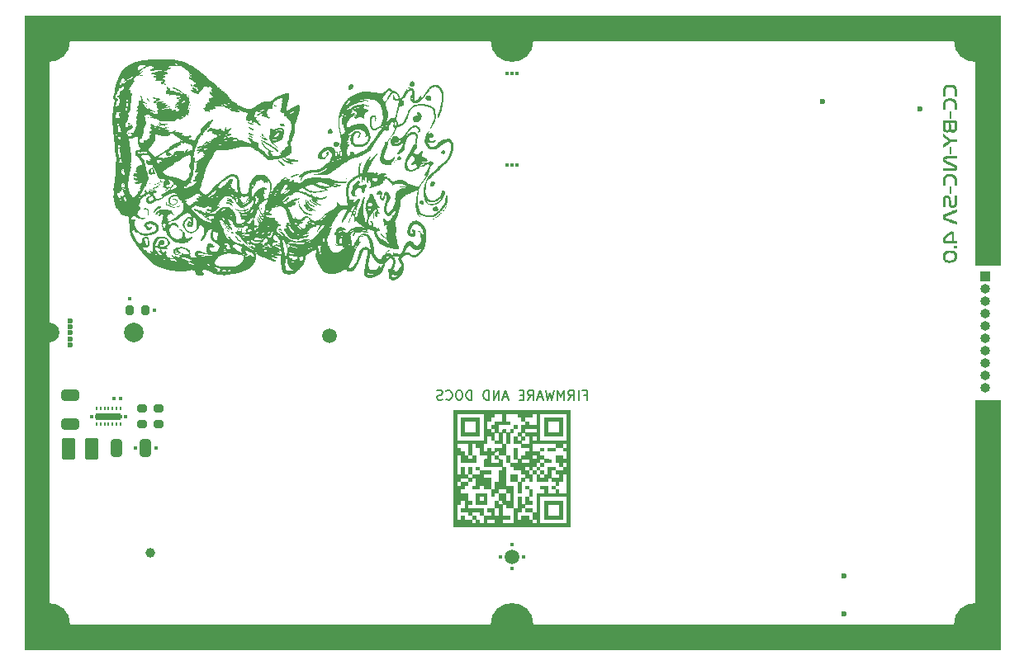
<source format=gbr>
%TF.GenerationSoftware,KiCad,Pcbnew,(5.99.0-11593-g5155093ec0)*%
%TF.CreationDate,2021-08-09T21:00:43+02:00*%
%TF.ProjectId,flatlight_rev21_ledside,666c6174-6c69-4676-9874-5f7265763231,rev?*%
%TF.SameCoordinates,Original*%
%TF.FileFunction,Soldermask,Bot*%
%TF.FilePolarity,Negative*%
%FSLAX46Y46*%
G04 Gerber Fmt 4.6, Leading zero omitted, Abs format (unit mm)*
G04 Created by KiCad (PCBNEW (5.99.0-11593-g5155093ec0)) date 2021-08-09 21:00:43*
%MOMM*%
%LPD*%
G01*
G04 APERTURE LIST*
G04 Aperture macros list*
%AMRoundRect*
0 Rectangle with rounded corners*
0 $1 Rounding radius*
0 $2 $3 $4 $5 $6 $7 $8 $9 X,Y pos of 4 corners*
0 Add a 4 corners polygon primitive as box body*
4,1,4,$2,$3,$4,$5,$6,$7,$8,$9,$2,$3,0*
0 Add four circle primitives for the rounded corners*
1,1,$1+$1,$2,$3*
1,1,$1+$1,$4,$5*
1,1,$1+$1,$6,$7*
1,1,$1+$1,$8,$9*
0 Add four rect primitives between the rounded corners*
20,1,$1+$1,$2,$3,$4,$5,0*
20,1,$1+$1,$4,$5,$6,$7,0*
20,1,$1+$1,$6,$7,$8,$9,0*
20,1,$1+$1,$8,$9,$2,$3,0*%
G04 Aperture macros list end*
%ADD10C,0.010000*%
%ADD11C,0.150000*%
%ADD12C,0.700000*%
%ADD13C,4.400000*%
%ADD14C,1.500000*%
%ADD15C,2.000000*%
%ADD16RoundRect,0.250000X0.650000X-0.325000X0.650000X0.325000X-0.650000X0.325000X-0.650000X-0.325000X0*%
%ADD17RoundRect,0.200000X0.200000X0.275000X-0.200000X0.275000X-0.200000X-0.275000X0.200000X-0.275000X0*%
%ADD18R,0.200000X0.400000*%
%ADD19R,2.500000X0.800000*%
%ADD20R,1.000000X1.000000*%
%ADD21O,1.000000X1.000000*%
%ADD22RoundRect,0.200000X-0.275000X0.200000X-0.275000X-0.200000X0.275000X-0.200000X0.275000X0.200000X0*%
%ADD23RoundRect,0.250001X-0.462499X-0.849999X0.462499X-0.849999X0.462499X0.849999X-0.462499X0.849999X0*%
%ADD24RoundRect,0.250000X0.325000X0.650000X-0.325000X0.650000X-0.325000X-0.650000X0.325000X-0.650000X0*%
%ADD25C,0.600000*%
%ADD26C,0.450000*%
%ADD27C,1.000000*%
G04 APERTURE END LIST*
D10*
X157700000Y-26800000D02*
X255200000Y-26800000D01*
X255200000Y-26800000D02*
X255200000Y-29300000D01*
X255200000Y-29300000D02*
X157700000Y-29300000D01*
X157700000Y-29300000D02*
X157700000Y-26800000D01*
G36*
X157700000Y-26800000D02*
G01*
X255200000Y-26800000D01*
X255200000Y-29300000D01*
X157700000Y-29300000D01*
X157700000Y-26800000D01*
G37*
X252700000Y-91800000D02*
X255200000Y-91800000D01*
X255200000Y-91800000D02*
X255200000Y-66250000D01*
X255200000Y-66250000D02*
X252700000Y-66250000D01*
X252700000Y-66250000D02*
X252700000Y-91800000D01*
G36*
X252700000Y-91800000D02*
G01*
X255200000Y-91800000D01*
X255200000Y-66250000D01*
X252700000Y-66250000D01*
X252700000Y-91800000D01*
G37*
X252700000Y-52350000D02*
X255200000Y-52350000D01*
X255200000Y-52350000D02*
X255200000Y-26800000D01*
X255200000Y-26800000D02*
X252700000Y-26800000D01*
X252700000Y-26800000D02*
X252700000Y-52350000D01*
G36*
X252700000Y-52350000D02*
G01*
X255200000Y-52350000D01*
X255200000Y-26800000D01*
X252700000Y-26800000D01*
X252700000Y-52350000D01*
G37*
X155200000Y-91800000D02*
X157700000Y-91800000D01*
X157700000Y-91800000D02*
X157700000Y-26800000D01*
X157700000Y-26800000D02*
X155200000Y-26800000D01*
X155200000Y-26800000D02*
X155200000Y-91800000D01*
G36*
X155200000Y-91800000D02*
G01*
X157700000Y-91800000D01*
X157700000Y-26800000D01*
X155200000Y-26800000D01*
X155200000Y-91800000D01*
G37*
X157700000Y-89300000D02*
X255200000Y-89300000D01*
X255200000Y-89300000D02*
X255200000Y-91800000D01*
X255200000Y-91800000D02*
X157700000Y-91800000D01*
X157700000Y-91800000D02*
X157700000Y-89300000D01*
G36*
X157700000Y-89300000D02*
G01*
X255200000Y-89300000D01*
X255200000Y-91800000D01*
X157700000Y-91800000D01*
X157700000Y-89300000D01*
G37*
D11*
X212533333Y-65703571D02*
X212866666Y-65703571D01*
X212866666Y-66227380D02*
X212866666Y-65227380D01*
X212390476Y-65227380D01*
X212009523Y-66227380D02*
X212009523Y-65227380D01*
X210961904Y-66227380D02*
X211295238Y-65751190D01*
X211533333Y-66227380D02*
X211533333Y-65227380D01*
X211152380Y-65227380D01*
X211057142Y-65275000D01*
X211009523Y-65322619D01*
X210961904Y-65417857D01*
X210961904Y-65560714D01*
X211009523Y-65655952D01*
X211057142Y-65703571D01*
X211152380Y-65751190D01*
X211533333Y-65751190D01*
X210533333Y-66227380D02*
X210533333Y-65227380D01*
X210200000Y-65941666D01*
X209866666Y-65227380D01*
X209866666Y-66227380D01*
X209485714Y-65227380D02*
X209247619Y-66227380D01*
X209057142Y-65513095D01*
X208866666Y-66227380D01*
X208628571Y-65227380D01*
X208295238Y-65941666D02*
X207819047Y-65941666D01*
X208390476Y-66227380D02*
X208057142Y-65227380D01*
X207723809Y-66227380D01*
X206819047Y-66227380D02*
X207152380Y-65751190D01*
X207390476Y-66227380D02*
X207390476Y-65227380D01*
X207009523Y-65227380D01*
X206914285Y-65275000D01*
X206866666Y-65322619D01*
X206819047Y-65417857D01*
X206819047Y-65560714D01*
X206866666Y-65655952D01*
X206914285Y-65703571D01*
X207009523Y-65751190D01*
X207390476Y-65751190D01*
X206390476Y-65703571D02*
X206057142Y-65703571D01*
X205914285Y-66227380D02*
X206390476Y-66227380D01*
X206390476Y-65227380D01*
X205914285Y-65227380D01*
X204771428Y-65941666D02*
X204295238Y-65941666D01*
X204866666Y-66227380D02*
X204533333Y-65227380D01*
X204200000Y-66227380D01*
X203866666Y-66227380D02*
X203866666Y-65227380D01*
X203295238Y-66227380D01*
X203295238Y-65227380D01*
X202819047Y-66227380D02*
X202819047Y-65227380D01*
X202580952Y-65227380D01*
X202438095Y-65275000D01*
X202342857Y-65370238D01*
X202295238Y-65465476D01*
X202247619Y-65655952D01*
X202247619Y-65798809D01*
X202295238Y-65989285D01*
X202342857Y-66084523D01*
X202438095Y-66179761D01*
X202580952Y-66227380D01*
X202819047Y-66227380D01*
X201057142Y-66227380D02*
X201057142Y-65227380D01*
X200819047Y-65227380D01*
X200676190Y-65275000D01*
X200580952Y-65370238D01*
X200533333Y-65465476D01*
X200485714Y-65655952D01*
X200485714Y-65798809D01*
X200533333Y-65989285D01*
X200580952Y-66084523D01*
X200676190Y-66179761D01*
X200819047Y-66227380D01*
X201057142Y-66227380D01*
X199866666Y-65227380D02*
X199676190Y-65227380D01*
X199580952Y-65275000D01*
X199485714Y-65370238D01*
X199438095Y-65560714D01*
X199438095Y-65894047D01*
X199485714Y-66084523D01*
X199580952Y-66179761D01*
X199676190Y-66227380D01*
X199866666Y-66227380D01*
X199961904Y-66179761D01*
X200057142Y-66084523D01*
X200104761Y-65894047D01*
X200104761Y-65560714D01*
X200057142Y-65370238D01*
X199961904Y-65275000D01*
X199866666Y-65227380D01*
X198438095Y-66132142D02*
X198485714Y-66179761D01*
X198628571Y-66227380D01*
X198723809Y-66227380D01*
X198866666Y-66179761D01*
X198961904Y-66084523D01*
X199009523Y-65989285D01*
X199057142Y-65798809D01*
X199057142Y-65655952D01*
X199009523Y-65465476D01*
X198961904Y-65370238D01*
X198866666Y-65275000D01*
X198723809Y-65227380D01*
X198628571Y-65227380D01*
X198485714Y-65275000D01*
X198438095Y-65322619D01*
X198057142Y-66179761D02*
X197914285Y-66227380D01*
X197676190Y-66227380D01*
X197580952Y-66179761D01*
X197533333Y-66132142D01*
X197485714Y-66036904D01*
X197485714Y-65941666D01*
X197533333Y-65846428D01*
X197580952Y-65798809D01*
X197676190Y-65751190D01*
X197866666Y-65703571D01*
X197961904Y-65655952D01*
X198009523Y-65608333D01*
X198057142Y-65513095D01*
X198057142Y-65417857D01*
X198009523Y-65322619D01*
X197961904Y-65275000D01*
X197866666Y-65227380D01*
X197628571Y-65227380D01*
X197485714Y-65275000D01*
%TO.C,G\u002A\u002A\u002A*%
G36*
X179485294Y-46464708D02*
G01*
X179504368Y-46494981D01*
X179528309Y-46551958D01*
X179534077Y-46567698D01*
X179552555Y-46628640D01*
X179559210Y-46671230D01*
X179555039Y-46693723D01*
X179541041Y-46694372D01*
X179518216Y-46671434D01*
X179487562Y-46623161D01*
X179468296Y-46586805D01*
X179453734Y-46549317D01*
X179451376Y-46517523D01*
X179459199Y-46481315D01*
X179470431Y-46460466D01*
X179485294Y-46464708D01*
G37*
G36*
X193699557Y-41220499D02*
G01*
X193737688Y-41243555D01*
X193784140Y-41285917D01*
X193821243Y-41324212D01*
X193844568Y-41354752D01*
X193855300Y-41382032D01*
X193857889Y-41413763D01*
X193856418Y-41434238D01*
X193835242Y-41494581D01*
X193792825Y-41548597D01*
X193734193Y-41592218D01*
X193664370Y-41621373D01*
X193588379Y-41631996D01*
X193545211Y-41630620D01*
X193515236Y-41623096D01*
X193488660Y-41604391D01*
X193454720Y-41569471D01*
X193429656Y-41539407D01*
X193406158Y-41503503D01*
X193397086Y-41478259D01*
X193397359Y-41470695D01*
X193411957Y-41414541D01*
X193444517Y-41354415D01*
X193489088Y-41298038D01*
X193539720Y-41253127D01*
X193590462Y-41227403D01*
X193612697Y-41221567D01*
X193660856Y-41214066D01*
X193699557Y-41220499D01*
G37*
G36*
X164971752Y-41185337D02*
G01*
X164989906Y-41195114D01*
X164994887Y-41224721D01*
X164992640Y-41255358D01*
X164981411Y-41275101D01*
X164958613Y-41273465D01*
X164945111Y-41257077D01*
X164939033Y-41225554D01*
X164939212Y-41217309D01*
X164946228Y-41192038D01*
X164966960Y-41185157D01*
X164971752Y-41185337D01*
G37*
G36*
X180846951Y-35908758D02*
G01*
X180876157Y-35940699D01*
X180885279Y-35951288D01*
X180927733Y-35990340D01*
X180972162Y-36020002D01*
X180994187Y-36032310D01*
X181018277Y-36053821D01*
X181022618Y-36077232D01*
X181021863Y-36081403D01*
X181003460Y-36112393D01*
X180968780Y-36126842D01*
X180923362Y-36124885D01*
X180872743Y-36106659D01*
X180822461Y-36072302D01*
X180792352Y-36042025D01*
X180777438Y-36011436D01*
X180773887Y-35969203D01*
X180775726Y-35933502D01*
X180784648Y-35910438D01*
X180804431Y-35899060D01*
X180824002Y-35896845D01*
X180846951Y-35908758D01*
G37*
G36*
X183263847Y-43028665D02*
G01*
X183305928Y-43038613D01*
X183332004Y-43058156D01*
X183339800Y-43081839D01*
X183327039Y-43104206D01*
X183291445Y-43119802D01*
X183259913Y-43128236D01*
X183224519Y-43141091D01*
X183220777Y-43142716D01*
X183189896Y-43154384D01*
X183142832Y-43170747D01*
X183088177Y-43188801D01*
X183022985Y-43212103D01*
X182946081Y-43243499D01*
X182878721Y-43274629D01*
X182836759Y-43295277D01*
X182764424Y-43328850D01*
X182694902Y-43358901D01*
X182633726Y-43383172D01*
X182586428Y-43399405D01*
X182558543Y-43405340D01*
X182537557Y-43397641D01*
X182513161Y-43374353D01*
X182497617Y-43348389D01*
X182493573Y-43318947D01*
X182510166Y-43287349D01*
X182526640Y-43273206D01*
X182567860Y-43250357D01*
X182626211Y-43224785D01*
X182696076Y-43198898D01*
X182771840Y-43175107D01*
X182791184Y-43169284D01*
X182849176Y-43149755D01*
X182904496Y-43128835D01*
X182953280Y-43110118D01*
X183023495Y-43086017D01*
X183095601Y-43063768D01*
X183162597Y-43045388D01*
X183217486Y-43032895D01*
X183253269Y-43028305D01*
X183263847Y-43028665D01*
G37*
G36*
X176856478Y-49358338D02*
G01*
X176892280Y-49380095D01*
X176938977Y-49420415D01*
X176999725Y-49481016D01*
X177025690Y-49508044D01*
X177078127Y-49564138D01*
X177112189Y-49604101D01*
X177129122Y-49630263D01*
X177130171Y-49644956D01*
X177116581Y-49650509D01*
X177089596Y-49649253D01*
X177082712Y-49648462D01*
X177054381Y-49646680D01*
X177048104Y-49652683D01*
X177059070Y-49669693D01*
X177060409Y-49671446D01*
X177104720Y-49724440D01*
X177145566Y-49760608D01*
X177191817Y-49787847D01*
X177204685Y-49794231D01*
X177245813Y-49815626D01*
X177275976Y-49832682D01*
X177290165Y-49841379D01*
X177326887Y-49863585D01*
X177369592Y-49889174D01*
X177398798Y-49908981D01*
X177432776Y-49941111D01*
X177449648Y-49970444D01*
X177445622Y-49991853D01*
X177425903Y-49998971D01*
X177387570Y-50002226D01*
X177341440Y-50001194D01*
X177297722Y-49996134D01*
X177266625Y-49987304D01*
X177259419Y-49983451D01*
X177213414Y-49950735D01*
X177156852Y-49900514D01*
X177093644Y-49837316D01*
X177027698Y-49765672D01*
X176962923Y-49690111D01*
X176903228Y-49615161D01*
X176852520Y-49545354D01*
X176814711Y-49485219D01*
X176793707Y-49439284D01*
X176788964Y-49423522D01*
X176782782Y-49397935D01*
X176785293Y-49383944D01*
X176797020Y-49370688D01*
X176804943Y-49363648D01*
X176828417Y-49353428D01*
X176856478Y-49358338D01*
G37*
G36*
X178190880Y-37697949D02*
G01*
X178236376Y-37709939D01*
X178300562Y-37733780D01*
X178385290Y-37770143D01*
X178492410Y-37819699D01*
X178541981Y-37843615D01*
X178617911Y-37882948D01*
X178670440Y-37914970D01*
X178701454Y-37941106D01*
X178712840Y-37962781D01*
X178706481Y-37981418D01*
X178706271Y-37981670D01*
X178675078Y-37997838D01*
X178623410Y-37999596D01*
X178554349Y-37987481D01*
X178470972Y-37962032D01*
X178376362Y-37923786D01*
X178308524Y-37893094D01*
X178255514Y-37868182D01*
X178218262Y-37849129D01*
X178191618Y-37833289D01*
X178170433Y-37818019D01*
X178145974Y-37788280D01*
X178134555Y-37751758D01*
X178138278Y-37718669D01*
X178158104Y-37698351D01*
X178162225Y-37697137D01*
X178190880Y-37697949D01*
G37*
G36*
X169441782Y-43608009D02*
G01*
X169464491Y-43616198D01*
X169470259Y-43642771D01*
X169469891Y-43651982D01*
X169460072Y-43673602D01*
X169430832Y-43682198D01*
X169409380Y-43683504D01*
X169395672Y-43675076D01*
X169395922Y-43647289D01*
X169397434Y-43636934D01*
X169408781Y-43613786D01*
X169435349Y-43607862D01*
X169441782Y-43608009D01*
G37*
G36*
X177349793Y-48606592D02*
G01*
X177348122Y-48623163D01*
X177343922Y-48625348D01*
X177338813Y-48613854D01*
X177339820Y-48606462D01*
X177348122Y-48604545D01*
X177349793Y-48606592D01*
G37*
G36*
X172008229Y-34837027D02*
G01*
X172021139Y-34872861D01*
X172037588Y-34936394D01*
X172039882Y-34946180D01*
X172053361Y-35007628D01*
X172058934Y-35044964D01*
X172056296Y-35060643D01*
X172045145Y-35057121D01*
X172025177Y-35036852D01*
X172013057Y-35021830D01*
X171998974Y-34994706D01*
X171992358Y-34958920D01*
X171990709Y-34904895D01*
X171990747Y-34895729D01*
X171993032Y-34848461D01*
X171998860Y-34828894D01*
X172008229Y-34837027D01*
G37*
G36*
X185769303Y-48354577D02*
G01*
X185770540Y-48378577D01*
X185762246Y-48399739D01*
X185740345Y-48415971D01*
X185737428Y-48416470D01*
X185720637Y-48412328D01*
X185719399Y-48388329D01*
X185727694Y-48367166D01*
X185749595Y-48350935D01*
X185752512Y-48350436D01*
X185769303Y-48354577D01*
G37*
G36*
X176436712Y-49009894D02*
G01*
X176447678Y-49015048D01*
X176484012Y-49022452D01*
X176530465Y-49015226D01*
X176537572Y-49013487D01*
X176578993Y-49008003D01*
X176601752Y-49016233D01*
X176608538Y-49028010D01*
X176614953Y-49062256D01*
X176613856Y-49101570D01*
X176604868Y-49131887D01*
X176586263Y-49141454D01*
X176548705Y-49141766D01*
X176500233Y-49133581D01*
X176448175Y-49118984D01*
X176399857Y-49100060D01*
X176362607Y-49078896D01*
X176343752Y-49057575D01*
X176342759Y-49024855D01*
X176362034Y-49003750D01*
X176395430Y-48997698D01*
X176436712Y-49009894D01*
G37*
G36*
X169126281Y-44045507D02*
G01*
X169112579Y-44071201D01*
X169078932Y-44114153D01*
X169069209Y-44125002D01*
X169028363Y-44164531D01*
X168978551Y-44206519D01*
X168925651Y-44246665D01*
X168875540Y-44280666D01*
X168834096Y-44304222D01*
X168807196Y-44313029D01*
X168792509Y-44311762D01*
X168778014Y-44301212D01*
X168785975Y-44282178D01*
X168814629Y-44257340D01*
X168862214Y-44229376D01*
X168903347Y-44204064D01*
X168953896Y-44166349D01*
X169001851Y-44124994D01*
X169017837Y-44110208D01*
X169065816Y-44069421D01*
X169101089Y-44044871D01*
X169121848Y-44036816D01*
X169126281Y-44045507D01*
G37*
G36*
X188767679Y-33776142D02*
G01*
X188794391Y-33790169D01*
X188830398Y-33820458D01*
X188867558Y-33856887D01*
X188904477Y-33907628D01*
X188923355Y-33962685D01*
X188928608Y-34031550D01*
X188926915Y-34077348D01*
X188919199Y-34111762D01*
X188901351Y-34145404D01*
X188869262Y-34189186D01*
X188819349Y-34250999D01*
X188751966Y-34322843D01*
X188690423Y-34371839D01*
X188631749Y-34399729D01*
X188572976Y-34408254D01*
X188511134Y-34399154D01*
X188468287Y-34382438D01*
X188423322Y-34343164D01*
X188397453Y-34284162D01*
X188394689Y-34270318D01*
X188392151Y-34203640D01*
X188401418Y-34124847D01*
X188420426Y-34043367D01*
X188447109Y-33968629D01*
X188479402Y-33910061D01*
X188509193Y-33881599D01*
X188557203Y-33849065D01*
X188614402Y-33817630D01*
X188672017Y-33792107D01*
X188721275Y-33777312D01*
X188740280Y-33774430D01*
X188767679Y-33776142D01*
G37*
G36*
X172206913Y-35941317D02*
G01*
X172212700Y-35961578D01*
X172214129Y-36003594D01*
X172213421Y-36025376D01*
X172205585Y-36063739D01*
X172189791Y-36077151D01*
X172166926Y-36064471D01*
X172164968Y-36061223D01*
X172160749Y-36036157D01*
X172161108Y-35998263D01*
X172162361Y-35985081D01*
X172171605Y-35950698D01*
X172189692Y-35937387D01*
X172194521Y-35936721D01*
X172206913Y-35941317D01*
G37*
G36*
X175471542Y-44020476D02*
G01*
X175463230Y-44038151D01*
X175438003Y-44062616D01*
X175422867Y-44074440D01*
X175411820Y-44096725D01*
X175411661Y-44098540D01*
X175398048Y-44118604D01*
X175369186Y-44138867D01*
X175326552Y-44160914D01*
X175348599Y-44118280D01*
X175350609Y-44114534D01*
X175370936Y-44086948D01*
X175389604Y-44075646D01*
X175401447Y-44071042D01*
X175415504Y-44049104D01*
X175424878Y-44030779D01*
X175450671Y-44007455D01*
X175460907Y-44002281D01*
X175473860Y-44001099D01*
X175471542Y-44020476D01*
G37*
G36*
X181700204Y-37892989D02*
G01*
X181754063Y-37901062D01*
X181788178Y-37913209D01*
X181801572Y-37923387D01*
X181840701Y-37966584D01*
X181874888Y-38021462D01*
X181896410Y-38076381D01*
X181896721Y-38077671D01*
X181896004Y-38120487D01*
X181874410Y-38150713D01*
X181836823Y-38166288D01*
X181788126Y-38165153D01*
X181733199Y-38145247D01*
X181713644Y-38136642D01*
X181664653Y-38121593D01*
X181611710Y-38111135D01*
X181587298Y-38107856D01*
X181521423Y-38099092D01*
X181461115Y-38091169D01*
X181455362Y-38090383D01*
X181399052Y-38076456D01*
X181368183Y-38054244D01*
X181356565Y-38025381D01*
X181361687Y-37982850D01*
X181362523Y-37979924D01*
X181370887Y-37949412D01*
X181374327Y-37934482D01*
X181375082Y-37933411D01*
X181391539Y-37924012D01*
X181422751Y-37909953D01*
X181445235Y-37902849D01*
X181499117Y-37893921D01*
X181564836Y-37889349D01*
X181634497Y-37889062D01*
X181700204Y-37892989D01*
G37*
G36*
X169401944Y-37775318D02*
G01*
X169414404Y-37791783D01*
X169403971Y-37810010D01*
X169376563Y-37819002D01*
X169342608Y-37814093D01*
X169330534Y-37806986D01*
X169326587Y-37791174D01*
X169342470Y-37777106D01*
X169373676Y-37771028D01*
X169401944Y-37775318D01*
G37*
G36*
X165398199Y-44047518D02*
G01*
X165399835Y-44080269D01*
X165399781Y-44084954D01*
X165391732Y-44121899D01*
X165366257Y-44144752D01*
X165339886Y-44154324D01*
X165317384Y-44153270D01*
X165307781Y-44144331D01*
X165301581Y-44116396D01*
X165313998Y-44084511D01*
X165342644Y-44057711D01*
X165366740Y-44043981D01*
X165389209Y-44036228D01*
X165398199Y-44047518D01*
G37*
G36*
X179185449Y-47436422D02*
G01*
X179211906Y-47465122D01*
X179243578Y-47518813D01*
X179256928Y-47543329D01*
X179288766Y-47598416D01*
X179327108Y-47661950D01*
X179366353Y-47724545D01*
X179409490Y-47793916D01*
X179439879Y-47848864D01*
X179455879Y-47888073D01*
X179458823Y-47914851D01*
X179450043Y-47932509D01*
X179445941Y-47936179D01*
X179429638Y-47941861D01*
X179409904Y-47932973D01*
X179384166Y-47907077D01*
X179349849Y-47861734D01*
X179304381Y-47794507D01*
X179296704Y-47782806D01*
X179245344Y-47703029D01*
X179207685Y-47640973D01*
X179181355Y-47592296D01*
X179163980Y-47552654D01*
X179153189Y-47517702D01*
X179150429Y-47506161D01*
X179142841Y-47467078D01*
X179143654Y-47445700D01*
X179152836Y-47434699D01*
X179162097Y-47430759D01*
X179185449Y-47436422D01*
G37*
G36*
X165389032Y-44299226D02*
G01*
X165399835Y-44305224D01*
X165399193Y-44307463D01*
X165385872Y-44320011D01*
X165380462Y-44322193D01*
X165371908Y-44313854D01*
X165372444Y-44309800D01*
X165385872Y-44299066D01*
X165389032Y-44299226D01*
G37*
G36*
X182799188Y-51685975D02*
G01*
X182827636Y-51690334D01*
X182833535Y-51699835D01*
X182830412Y-51703299D01*
X182806222Y-51712152D01*
X182774845Y-51712850D01*
X182752080Y-51704490D01*
X182750168Y-51702533D01*
X182744203Y-51691835D01*
X182756739Y-51687002D01*
X182792468Y-51685872D01*
X182799188Y-51685975D01*
G37*
G36*
X197097096Y-43789525D02*
G01*
X197138953Y-43791785D01*
X197168085Y-43800206D01*
X197194823Y-43818816D01*
X197229496Y-43851643D01*
X197260101Y-43883008D01*
X197281620Y-43912155D01*
X197290943Y-43941151D01*
X197292963Y-43979886D01*
X197292904Y-43988416D01*
X197290685Y-44017499D01*
X197282910Y-44043752D01*
X197266399Y-44073163D01*
X197237972Y-44111719D01*
X197194452Y-44165407D01*
X197160617Y-44205469D01*
X197120918Y-44249921D01*
X197089011Y-44282806D01*
X197069697Y-44298984D01*
X197046878Y-44306590D01*
X196997943Y-44312191D01*
X196940740Y-44311426D01*
X196886456Y-44304636D01*
X196846279Y-44292164D01*
X196812785Y-44269454D01*
X196784135Y-44240184D01*
X196779755Y-44232742D01*
X196767104Y-44191101D01*
X196762342Y-44136683D01*
X196762550Y-44121262D01*
X196766195Y-44085774D01*
X196776918Y-44052565D01*
X196797977Y-44013452D01*
X196832632Y-43960254D01*
X196839003Y-43950838D01*
X196883787Y-43886627D01*
X196919419Y-43842116D01*
X196950878Y-43813725D01*
X196983140Y-43797870D01*
X197021181Y-43790971D01*
X197069979Y-43789445D01*
X197097096Y-43789525D01*
G37*
G36*
X189436153Y-43768658D02*
G01*
X189439107Y-43768669D01*
X189490376Y-43770273D01*
X189530751Y-43774017D01*
X189551719Y-43779131D01*
X189560467Y-43795522D01*
X189569761Y-43832223D01*
X189576928Y-43880485D01*
X189577005Y-43881215D01*
X189581308Y-43931187D01*
X189580028Y-43962087D01*
X189571572Y-43982387D01*
X189554347Y-44000560D01*
X189541008Y-44011147D01*
X189501288Y-44036694D01*
X189455774Y-44060846D01*
X189447187Y-44065020D01*
X189401164Y-44095004D01*
X189380788Y-44126441D01*
X189378358Y-44136503D01*
X189376472Y-44156917D01*
X189386004Y-44169378D01*
X189412349Y-44177944D01*
X189460904Y-44186671D01*
X189484995Y-44191420D01*
X189545885Y-44208022D01*
X189598956Y-44227834D01*
X189620361Y-44237478D01*
X189658072Y-44251534D01*
X189688547Y-44254089D01*
X189722558Y-44244880D01*
X189770876Y-44223646D01*
X189800661Y-44210312D01*
X189845859Y-44191617D01*
X189878230Y-44180091D01*
X189886431Y-44177548D01*
X189925832Y-44163092D01*
X189969785Y-44144682D01*
X189982096Y-44139412D01*
X190036961Y-44119215D01*
X190091522Y-44102909D01*
X190100113Y-44100787D01*
X190140430Y-44093679D01*
X190170067Y-44097397D01*
X190202441Y-44113184D01*
X190211570Y-44119055D01*
X190253224Y-44160578D01*
X190283930Y-44214236D01*
X190296471Y-44268139D01*
X190296239Y-44275943D01*
X190283344Y-44318752D01*
X190249767Y-44371015D01*
X190193937Y-44435293D01*
X190179565Y-44450696D01*
X190156002Y-44479884D01*
X190142027Y-44508692D01*
X190133933Y-44546543D01*
X190128013Y-44602858D01*
X190127913Y-44603982D01*
X190119848Y-44666749D01*
X190108018Y-44727715D01*
X190094946Y-44773832D01*
X190088533Y-44791482D01*
X190073428Y-44837025D01*
X190063849Y-44871578D01*
X190062696Y-44876058D01*
X190046234Y-44909979D01*
X190019842Y-44944932D01*
X189991010Y-44972255D01*
X189967231Y-44983288D01*
X189955383Y-44979645D01*
X189925157Y-44960315D01*
X189887559Y-44929718D01*
X189849392Y-44893975D01*
X189817460Y-44859210D01*
X189798568Y-44831542D01*
X189792071Y-44811229D01*
X189784375Y-44765525D01*
X189781114Y-44713793D01*
X189779318Y-44672446D01*
X189766293Y-44607062D01*
X189738292Y-44560367D01*
X189692461Y-44529971D01*
X189625947Y-44513486D01*
X189535894Y-44508522D01*
X189473462Y-44509657D01*
X189421599Y-44515527D01*
X189380806Y-44529293D01*
X189342186Y-44554102D01*
X189296842Y-44593102D01*
X189274249Y-44612695D01*
X189232174Y-44645167D01*
X189197678Y-44667207D01*
X189165665Y-44687902D01*
X189118215Y-44732993D01*
X189080640Y-44785319D01*
X189060671Y-44835390D01*
X189060633Y-44889570D01*
X189079971Y-44959327D01*
X189093251Y-44996310D01*
X189100320Y-45024949D01*
X189097597Y-45042710D01*
X189085550Y-45057834D01*
X189080092Y-45063925D01*
X189069122Y-45095738D01*
X189083556Y-45132581D01*
X189123899Y-45175256D01*
X189190656Y-45224565D01*
X189209258Y-45237200D01*
X189251445Y-45268916D01*
X189280766Y-45295490D01*
X189291754Y-45312184D01*
X189280462Y-45333953D01*
X189244746Y-45349568D01*
X189187135Y-45356529D01*
X189110226Y-45354235D01*
X189055535Y-45347291D01*
X188946773Y-45316633D01*
X188854738Y-45265796D01*
X188781390Y-45196041D01*
X188728692Y-45108631D01*
X188719026Y-45076351D01*
X188710357Y-45021944D01*
X188706724Y-44962342D01*
X188706896Y-44941338D01*
X188718185Y-44851487D01*
X188749183Y-44770753D01*
X188803177Y-44689856D01*
X188813741Y-44675883D01*
X188843563Y-44630473D01*
X188864896Y-44589783D01*
X188871822Y-44571683D01*
X188876945Y-44544165D01*
X188872457Y-44512901D01*
X188857717Y-44466905D01*
X188847425Y-44434883D01*
X188835569Y-44388081D01*
X188830951Y-44354707D01*
X188832982Y-44335210D01*
X188850057Y-44282637D01*
X188880255Y-44224436D01*
X188918426Y-44169709D01*
X188959422Y-44127563D01*
X188971808Y-44117136D01*
X189009265Y-44083599D01*
X189059064Y-44037368D01*
X189116197Y-43983121D01*
X189175659Y-43925536D01*
X189336188Y-43768445D01*
X189436153Y-43768658D01*
G37*
G36*
X178334718Y-39077639D02*
G01*
X178393073Y-39118527D01*
X178423593Y-39143756D01*
X178453721Y-39165869D01*
X178470237Y-39174382D01*
X178487638Y-39181852D01*
X178516507Y-39203887D01*
X178547224Y-39232866D01*
X178571634Y-39261015D01*
X178581583Y-39280556D01*
X178581580Y-39281212D01*
X178578839Y-39292557D01*
X178567772Y-39298124D01*
X178543632Y-39297894D01*
X178501676Y-39291848D01*
X178437157Y-39279967D01*
X178369271Y-39264444D01*
X178283568Y-39234758D01*
X178222018Y-39198854D01*
X178216569Y-39193310D01*
X178205593Y-39161641D01*
X178209505Y-39122486D01*
X178227673Y-39088208D01*
X178243175Y-39074642D01*
X178284636Y-39062989D01*
X178334718Y-39077639D01*
G37*
G36*
X179188704Y-37463677D02*
G01*
X179195987Y-37491754D01*
X179194196Y-37510282D01*
X179182789Y-37526384D01*
X179163405Y-37517354D01*
X179161761Y-37515548D01*
X179153872Y-37492094D01*
X179159180Y-37467947D01*
X179175041Y-37456845D01*
X179188704Y-37463677D01*
G37*
G36*
X198461324Y-46355120D02*
G01*
X198470886Y-46366005D01*
X198476105Y-46382143D01*
X198470717Y-46406539D01*
X198454054Y-46447686D01*
X198442641Y-46475533D01*
X198429246Y-46513005D01*
X198424024Y-46534949D01*
X198415576Y-46560914D01*
X198389737Y-46588485D01*
X198354994Y-46608726D01*
X198320072Y-46616767D01*
X198293696Y-46607734D01*
X198292993Y-46606995D01*
X198284387Y-46585908D01*
X198289482Y-46565686D01*
X198306117Y-46526906D01*
X198330172Y-46479494D01*
X198357350Y-46431397D01*
X198383355Y-46390562D01*
X198403888Y-46364935D01*
X198427653Y-46344769D01*
X198443929Y-46341520D01*
X198461324Y-46355120D01*
G37*
G36*
X168080745Y-43983747D02*
G01*
X168089412Y-44009248D01*
X168078938Y-44054782D01*
X168073260Y-44069077D01*
X168054531Y-44096016D01*
X168028250Y-44103574D01*
X168019231Y-44103315D01*
X168001940Y-44095878D01*
X168004005Y-44072155D01*
X168020443Y-44025936D01*
X168041216Y-43990820D01*
X168061459Y-43977900D01*
X168080745Y-43983747D01*
G37*
G36*
X172354669Y-33844696D02*
G01*
X172404482Y-33869309D01*
X172423763Y-33882968D01*
X172447609Y-33913045D01*
X172445339Y-33940752D01*
X172416603Y-33963375D01*
X172393242Y-33980045D01*
X172381693Y-34014489D01*
X172376527Y-34040114D01*
X172356200Y-34049698D01*
X172346823Y-34048103D01*
X172316292Y-34030329D01*
X172286102Y-33999955D01*
X172265882Y-33965916D01*
X172262113Y-33955755D01*
X172257122Y-33943184D01*
X172257353Y-33941715D01*
X172264032Y-33923228D01*
X172277153Y-33890821D01*
X172291377Y-33864017D01*
X172318245Y-33842716D01*
X172354669Y-33844696D01*
G37*
G36*
X169758847Y-45932834D02*
G01*
X169775933Y-45937222D01*
X169782867Y-45954543D01*
X169782838Y-45992166D01*
X169782485Y-46003437D01*
X169784321Y-46048960D01*
X169790284Y-46083454D01*
X169796315Y-46094747D01*
X169822380Y-46122984D01*
X169858874Y-46152137D01*
X169896129Y-46174950D01*
X169924476Y-46184167D01*
X169931043Y-46185307D01*
X169959290Y-46195249D01*
X169997195Y-46212095D01*
X170014166Y-46220010D01*
X170048921Y-46234343D01*
X170069290Y-46240022D01*
X170074446Y-46241116D01*
X170101468Y-46251240D01*
X170144128Y-46269698D01*
X170195831Y-46293693D01*
X170278877Y-46331983D01*
X170356363Y-46363235D01*
X170425738Y-46384773D01*
X170495311Y-46399133D01*
X170573392Y-46408848D01*
X170630050Y-46413519D01*
X170681073Y-46414570D01*
X170719490Y-46410076D01*
X170753511Y-46399617D01*
X170784852Y-46389826D01*
X170840372Y-46377829D01*
X170898223Y-46369791D01*
X170953694Y-46361901D01*
X171005095Y-46344929D01*
X171056387Y-46314656D01*
X171086265Y-46294949D01*
X171128653Y-46271696D01*
X171150546Y-46267090D01*
X171151319Y-46280276D01*
X171130349Y-46310398D01*
X171087010Y-46356603D01*
X171055090Y-46386776D01*
X171024399Y-46409321D01*
X170995131Y-46419472D01*
X170957845Y-46422006D01*
X170930796Y-46423947D01*
X170873477Y-46434279D01*
X170817757Y-46450449D01*
X170777387Y-46462404D01*
X170693701Y-46477504D01*
X170591387Y-46486854D01*
X170530512Y-46489815D01*
X170478417Y-46490331D01*
X170439840Y-46486938D01*
X170407060Y-46478877D01*
X170372361Y-46465394D01*
X170345186Y-46454428D01*
X170304878Y-46440827D01*
X170278913Y-46435514D01*
X170265294Y-46433095D01*
X170227757Y-46420549D01*
X170176940Y-46399894D01*
X170119906Y-46374068D01*
X170063716Y-46346008D01*
X170051698Y-46340311D01*
X170012749Y-46324153D01*
X169959388Y-46303636D01*
X169899493Y-46281836D01*
X169844669Y-46261365D01*
X169791745Y-46237216D01*
X169753109Y-46212179D01*
X169721455Y-46182163D01*
X169716188Y-46176275D01*
X169688359Y-46139779D01*
X169675717Y-46105187D01*
X169672732Y-46058454D01*
X169673802Y-46035186D01*
X169687822Y-45980518D01*
X169716347Y-45945295D01*
X169757158Y-45932821D01*
X169758847Y-45932834D01*
G37*
G36*
X196681378Y-43545025D02*
G01*
X196654279Y-43548293D01*
X196609533Y-43571274D01*
X196567681Y-43618002D01*
X196526523Y-43690548D01*
X196524595Y-43694552D01*
X196503600Y-43739365D01*
X196488720Y-43773254D01*
X196483068Y-43789156D01*
X196482276Y-43792329D01*
X196472951Y-43815654D01*
X196455347Y-43855418D01*
X196432258Y-43905236D01*
X196430029Y-43909956D01*
X196409647Y-43954197D01*
X196396030Y-43989370D01*
X196387905Y-44022874D01*
X196384003Y-44062108D01*
X196383051Y-44114469D01*
X196383779Y-44187356D01*
X196383917Y-44236167D01*
X196376812Y-44382491D01*
X196357007Y-44528910D01*
X196346361Y-44600710D01*
X196337076Y-44689477D01*
X196331002Y-44779932D01*
X196328307Y-44866212D01*
X196329162Y-44942452D01*
X196333735Y-45002789D01*
X196342197Y-45041359D01*
X196342966Y-45043321D01*
X196352989Y-45075037D01*
X196365993Y-45123405D01*
X196379369Y-45178780D01*
X196384199Y-45198793D01*
X196434980Y-45342517D01*
X196512156Y-45480102D01*
X196614609Y-45609499D01*
X196648241Y-45639370D01*
X196714945Y-45681449D01*
X196796069Y-45719608D01*
X196883660Y-45750718D01*
X196969765Y-45771654D01*
X197046431Y-45779289D01*
X197082937Y-45777906D01*
X197119340Y-45771978D01*
X197159284Y-45759244D01*
X197209725Y-45737451D01*
X197277620Y-45704343D01*
X197349951Y-45667336D01*
X197477279Y-45596777D01*
X197582051Y-45529761D01*
X197667232Y-45463860D01*
X197735789Y-45396650D01*
X197790688Y-45325705D01*
X197834895Y-45248598D01*
X197843311Y-45231709D01*
X197848234Y-45222319D01*
X198074931Y-45222319D01*
X198076007Y-45227015D01*
X198088895Y-45227653D01*
X198092669Y-45224799D01*
X198102859Y-45205059D01*
X198101783Y-45200364D01*
X198088895Y-45199725D01*
X198085121Y-45202579D01*
X198074931Y-45222319D01*
X197848234Y-45222319D01*
X197867273Y-45186004D01*
X197886308Y-45153102D01*
X197896894Y-45139216D01*
X197903204Y-45130422D01*
X197907674Y-45104307D01*
X197908846Y-45093520D01*
X197912501Y-45079858D01*
X198107616Y-45079858D01*
X198108585Y-45099336D01*
X198111170Y-45094998D01*
X198113094Y-45086134D01*
X198124278Y-45046061D01*
X198139328Y-45000971D01*
X198149990Y-44967496D01*
X198156270Y-44929040D01*
X198150367Y-44909561D01*
X198132526Y-44912252D01*
X198124612Y-44922385D01*
X198114553Y-44961300D01*
X198108927Y-45027085D01*
X198108395Y-45040635D01*
X198107616Y-45079858D01*
X197912501Y-45079858D01*
X197918823Y-45056227D01*
X197935601Y-45013181D01*
X197941068Y-44999824D01*
X197956868Y-44942259D01*
X197963222Y-44886181D01*
X197963656Y-44866605D01*
X197970041Y-44828540D01*
X197987975Y-44799760D01*
X198022434Y-44774203D01*
X198078389Y-44745807D01*
X198111863Y-44732180D01*
X198166738Y-44723226D01*
X198215870Y-44737915D01*
X198266933Y-44777537D01*
X198274438Y-44784797D01*
X198292796Y-44804595D01*
X198303991Y-44824599D01*
X198309796Y-44851738D01*
X198311980Y-44892944D01*
X198312315Y-44955147D01*
X198311422Y-45014829D01*
X198307258Y-45068915D01*
X198298631Y-45109330D01*
X198284387Y-45143871D01*
X198278137Y-45156832D01*
X198262513Y-45197120D01*
X198256066Y-45227114D01*
X198248826Y-45254261D01*
X198227510Y-45300984D01*
X198194754Y-45362053D01*
X198153209Y-45433285D01*
X198108585Y-45505543D01*
X198105525Y-45510498D01*
X198088895Y-45536175D01*
X198054351Y-45589511D01*
X198002339Y-45666141D01*
X197952136Y-45736206D01*
X197906395Y-45795524D01*
X197867764Y-45839912D01*
X197851023Y-45856483D01*
X197792757Y-45906725D01*
X197721107Y-45960781D01*
X197641077Y-46015584D01*
X197557671Y-46068068D01*
X197475895Y-46115171D01*
X197400753Y-46153825D01*
X197337250Y-46180965D01*
X197290391Y-46193528D01*
X197282370Y-46194562D01*
X197227610Y-46205387D01*
X197177480Y-46220250D01*
X197135243Y-46230468D01*
X197070644Y-46237457D01*
X197010419Y-46239449D01*
X196996293Y-46239916D01*
X196921518Y-46237848D01*
X196855646Y-46231255D01*
X196808007Y-46220142D01*
X196798479Y-46216752D01*
X196745950Y-46202069D01*
X196692524Y-46191795D01*
X196679393Y-46189881D01*
X196629368Y-46178576D01*
X196585817Y-46159625D01*
X196544780Y-46129649D01*
X196502297Y-46085270D01*
X196454405Y-46023107D01*
X196397146Y-45939782D01*
X196379585Y-45912972D01*
X196321327Y-45817103D01*
X196297875Y-45773192D01*
X196407841Y-45773192D01*
X196411851Y-45790953D01*
X196426934Y-45818484D01*
X196455228Y-45859784D01*
X196498872Y-45918857D01*
X196537636Y-45969318D01*
X196588748Y-46029859D01*
X196632540Y-46071509D01*
X196673216Y-46097392D01*
X196714983Y-46110630D01*
X196762045Y-46114349D01*
X196796208Y-46116637D01*
X196852292Y-46124863D01*
X196909676Y-46137016D01*
X196937957Y-46143952D01*
X196977425Y-46151397D01*
X197010419Y-46151675D01*
X197047957Y-46144315D01*
X197101056Y-46128846D01*
X197180291Y-46104175D01*
X197275433Y-46072312D01*
X197351246Y-46043325D01*
X197412399Y-46015210D01*
X197463560Y-45985961D01*
X197509401Y-45953576D01*
X197524592Y-45942167D01*
X197576988Y-45905805D01*
X197628093Y-45873665D01*
X197630169Y-45872443D01*
X197679701Y-45838611D01*
X197730778Y-45796460D01*
X197777193Y-45751925D01*
X197812740Y-45710942D01*
X197831210Y-45679445D01*
X197833030Y-45674601D01*
X197848580Y-45643940D01*
X197874292Y-45600101D01*
X197905650Y-45550882D01*
X197914625Y-45537329D01*
X197945448Y-45490639D01*
X197970191Y-45452947D01*
X197984167Y-45431384D01*
X198000484Y-45405998D01*
X198022567Y-45372176D01*
X198023295Y-45371067D01*
X198040065Y-45343068D01*
X198047004Y-45326734D01*
X198045498Y-45319745D01*
X198032116Y-45321988D01*
X198004712Y-45347776D01*
X197963073Y-45397286D01*
X197955974Y-45405970D01*
X197914408Y-45451952D01*
X197859357Y-45507734D01*
X197796262Y-45568296D01*
X197730561Y-45628618D01*
X197667697Y-45683680D01*
X197613109Y-45728461D01*
X197572238Y-45757941D01*
X197565545Y-45762075D01*
X197532455Y-45781519D01*
X197484963Y-45808150D01*
X197420475Y-45843391D01*
X197336394Y-45888665D01*
X197230127Y-45945392D01*
X197209516Y-45953645D01*
X197153486Y-45965152D01*
X197081001Y-45971535D01*
X196999212Y-45972971D01*
X196915270Y-45969637D01*
X196836324Y-45961711D01*
X196769525Y-45949370D01*
X196722023Y-45932792D01*
X196713033Y-45928470D01*
X196679104Y-45914110D01*
X196636674Y-45897681D01*
X196599901Y-45880098D01*
X196548272Y-45847954D01*
X196499604Y-45810978D01*
X196497853Y-45809488D01*
X196459378Y-45779768D01*
X196429419Y-45762057D01*
X196413911Y-45759896D01*
X196412765Y-45761198D01*
X196407841Y-45773192D01*
X196297875Y-45773192D01*
X196272617Y-45725901D01*
X196235440Y-45643642D01*
X196211783Y-45574602D01*
X196203630Y-45523059D01*
X196200259Y-45498125D01*
X196190858Y-45455231D01*
X196177518Y-45404367D01*
X196165797Y-45360949D01*
X196134450Y-45225041D01*
X196104783Y-45067070D01*
X196102934Y-45052159D01*
X196099992Y-45004758D01*
X196098168Y-44939339D01*
X196097606Y-44862493D01*
X196098453Y-44780814D01*
X196100524Y-44695142D01*
X196103501Y-44628603D01*
X196108141Y-44577442D01*
X196115250Y-44535303D01*
X196125636Y-44495830D01*
X196140105Y-44452667D01*
X196141359Y-44449134D01*
X196161612Y-44388746D01*
X196179504Y-44329984D01*
X196191293Y-44285102D01*
X196206219Y-44218281D01*
X196225335Y-44135961D01*
X196241631Y-44071357D01*
X196256699Y-44018641D01*
X196272131Y-43971985D01*
X196289519Y-43925563D01*
X196314005Y-43866517D01*
X196343045Y-43802138D01*
X196369040Y-43749613D01*
X196385694Y-43716058D01*
X196406232Y-43667356D01*
X196417921Y-43629884D01*
X196428727Y-43594322D01*
X196452578Y-43537191D01*
X196484920Y-43470362D01*
X196521992Y-43401154D01*
X196546751Y-43359320D01*
X196710019Y-43359320D01*
X196724820Y-43363497D01*
X196745692Y-43355681D01*
X196775570Y-43330482D01*
X196806042Y-43294865D01*
X196831744Y-43256075D01*
X196847311Y-43221359D01*
X196847379Y-43197962D01*
X196845028Y-43195193D01*
X196831244Y-43196301D01*
X196807481Y-43216795D01*
X196771171Y-43258723D01*
X196760181Y-43272316D01*
X196726353Y-43316774D01*
X196710082Y-43344760D01*
X196710019Y-43359320D01*
X196546751Y-43359320D01*
X196560030Y-43336884D01*
X196595274Y-43284871D01*
X196646679Y-43220085D01*
X196705428Y-43152862D01*
X196763643Y-43092190D01*
X196816118Y-43043479D01*
X196857648Y-43012141D01*
X196864025Y-43008113D01*
X196902507Y-42980630D01*
X196950709Y-42942794D01*
X196999725Y-42901537D01*
X197005521Y-42896525D01*
X197061655Y-42852243D01*
X197121936Y-42810572D01*
X197174272Y-42779935D01*
X197233854Y-42745693D01*
X197300336Y-42690035D01*
X197354654Y-42618288D01*
X197355575Y-42616827D01*
X197378335Y-42585498D01*
X197412645Y-42543082D01*
X197451452Y-42498325D01*
X197496359Y-42447948D01*
X197549754Y-42387300D01*
X197597963Y-42331872D01*
X197621611Y-42306072D01*
X197683586Y-42246300D01*
X197761611Y-42178286D01*
X197850547Y-42106262D01*
X197945255Y-42034464D01*
X198040597Y-41967125D01*
X198110941Y-41918054D01*
X198200522Y-41850234D01*
X198269135Y-41790883D01*
X198314650Y-41741754D01*
X198334950Y-41716739D01*
X198370999Y-41674469D01*
X198415832Y-41623253D01*
X198464100Y-41569265D01*
X198465274Y-41567966D01*
X198508945Y-41518823D01*
X198544664Y-41477103D01*
X198568776Y-41447179D01*
X198577625Y-41433425D01*
X198578167Y-41430741D01*
X198586819Y-41407802D01*
X198603828Y-41368356D01*
X198626357Y-41319066D01*
X198664619Y-41236698D01*
X198735398Y-41079430D01*
X198793752Y-40941084D01*
X198840684Y-40818068D01*
X198877197Y-40706788D01*
X198904295Y-40603653D01*
X198922979Y-40505071D01*
X198934253Y-40407449D01*
X198939120Y-40307194D01*
X198938583Y-40200715D01*
X198937521Y-40160968D01*
X198935195Y-40094267D01*
X198931714Y-40045926D01*
X198925802Y-40009455D01*
X198916183Y-39978360D01*
X198901581Y-39946151D01*
X198880720Y-39906336D01*
X198849041Y-39851895D01*
X198811235Y-39805841D01*
X198768362Y-39779547D01*
X198713430Y-39769078D01*
X198639452Y-39770498D01*
X198549160Y-39784490D01*
X198437988Y-39819785D01*
X198408614Y-39831874D01*
X198337421Y-39862445D01*
X198267279Y-39894093D01*
X198203130Y-39924444D01*
X198149915Y-39951126D01*
X198112576Y-39971766D01*
X198096055Y-39983990D01*
X198084103Y-39995648D01*
X198054062Y-40020924D01*
X198010882Y-40055561D01*
X197959323Y-40095671D01*
X197924801Y-40122517D01*
X197852744Y-40180176D01*
X197780290Y-40239872D01*
X197718857Y-40292272D01*
X197714667Y-40295922D01*
X197710763Y-40299323D01*
X197610922Y-40379135D01*
X197517073Y-40438839D01*
X197422092Y-40482380D01*
X197318849Y-40513704D01*
X197262779Y-40525779D01*
X197130421Y-40540914D01*
X196997617Y-40535514D01*
X196855217Y-40509496D01*
X196793181Y-40493782D01*
X196747059Y-40479120D01*
X196712802Y-40462570D01*
X196682470Y-40440252D01*
X196648126Y-40408286D01*
X196634344Y-40394512D01*
X196561719Y-40312944D01*
X196487678Y-40216665D01*
X196416600Y-40112413D01*
X196352869Y-40006924D01*
X196300866Y-39906935D01*
X196264973Y-39819184D01*
X196253409Y-39780268D01*
X196238363Y-39697488D01*
X196236140Y-39609401D01*
X196247124Y-39511345D01*
X196271695Y-39398657D01*
X196310236Y-39266673D01*
X196312752Y-39258239D01*
X196324518Y-39206758D01*
X196335459Y-39142030D01*
X196343488Y-39076023D01*
X196348048Y-39032918D01*
X196358583Y-38967584D01*
X196372313Y-38925078D01*
X196390560Y-38902040D01*
X196414647Y-38895108D01*
X196438108Y-38885644D01*
X196472736Y-38860574D01*
X196510995Y-38825289D01*
X196512261Y-38823992D01*
X196548018Y-38789423D01*
X196577202Y-38764833D01*
X196593605Y-38755470D01*
X196608767Y-38766830D01*
X196617583Y-38796864D01*
X196618216Y-38836667D01*
X196609502Y-38877315D01*
X196607074Y-38884323D01*
X196599010Y-38915856D01*
X196599568Y-38932480D01*
X196599842Y-38932687D01*
X196615590Y-38928783D01*
X196647752Y-38913060D01*
X196689715Y-38888730D01*
X196697080Y-38884251D01*
X196786155Y-38841954D01*
X196868764Y-38826546D01*
X196946742Y-38838278D01*
X197021925Y-38877400D01*
X197096148Y-38944163D01*
X197109833Y-38959071D01*
X197136478Y-38990915D01*
X197149578Y-39017492D01*
X197153025Y-39049848D01*
X197150708Y-39099026D01*
X197146055Y-39149926D01*
X197136644Y-39184657D01*
X197117300Y-39214824D01*
X197082840Y-39252115D01*
X197064396Y-39270650D01*
X197008006Y-39321198D01*
X196959745Y-39352052D01*
X196914105Y-39366106D01*
X196865577Y-39366255D01*
X196850274Y-39364035D01*
X196797036Y-39346731D01*
X196761385Y-39318736D01*
X196748378Y-39283615D01*
X196753595Y-39266985D01*
X196773880Y-39234088D01*
X196804233Y-39196945D01*
X196806408Y-39194583D01*
X196840626Y-39155827D01*
X196856541Y-39132669D01*
X196855826Y-39121453D01*
X196840156Y-39118527D01*
X196839879Y-39118529D01*
X196813419Y-39131314D01*
X196784075Y-39164680D01*
X196755278Y-39212088D01*
X196730460Y-39267000D01*
X196713052Y-39322879D01*
X196706487Y-39373185D01*
X196706679Y-39380153D01*
X196719186Y-39439838D01*
X196749453Y-39509413D01*
X196781132Y-39561372D01*
X196815757Y-39597935D01*
X196862533Y-39628185D01*
X196877310Y-39636063D01*
X196919510Y-39654509D01*
X196956795Y-39660533D01*
X197003121Y-39656998D01*
X197022385Y-39653775D01*
X197080074Y-39638643D01*
X197129905Y-39618922D01*
X197153708Y-39608765D01*
X197209248Y-39592511D01*
X197266003Y-39582960D01*
X197298089Y-39580451D01*
X197330084Y-39580842D01*
X197346486Y-39587991D01*
X197354643Y-39603611D01*
X197358095Y-39620591D01*
X197349012Y-39667736D01*
X197314208Y-39715260D01*
X197255200Y-39761478D01*
X197173503Y-39804708D01*
X197148382Y-39814825D01*
X197110625Y-39825572D01*
X197064373Y-39833021D01*
X197003151Y-39838121D01*
X196920481Y-39841822D01*
X196913406Y-39842064D01*
X196828959Y-39843742D01*
X196765958Y-39841146D01*
X196718460Y-39832613D01*
X196680522Y-39816479D01*
X196646203Y-39791078D01*
X196609560Y-39754748D01*
X196607069Y-39752169D01*
X196576620Y-39728635D01*
X196549511Y-39718967D01*
X196546771Y-39719027D01*
X196533816Y-39723313D01*
X196530507Y-39737047D01*
X196537784Y-39763992D01*
X196556585Y-39807911D01*
X196587850Y-39872568D01*
X196602336Y-39901705D01*
X196633049Y-39962153D01*
X196657775Y-40007426D01*
X196680865Y-40044747D01*
X196706669Y-40081338D01*
X196739537Y-40124424D01*
X196791040Y-40182625D01*
X196862480Y-40236997D01*
X196942014Y-40267800D01*
X197034424Y-40277515D01*
X197077172Y-40276310D01*
X197114626Y-40271048D01*
X197153342Y-40259382D01*
X197201059Y-40238967D01*
X197265516Y-40207456D01*
X197291940Y-40193818D01*
X197361239Y-40154452D01*
X197422646Y-40114619D01*
X197471847Y-40077474D01*
X197504530Y-40046173D01*
X197516383Y-40023873D01*
X197519403Y-40014914D01*
X197711788Y-40014914D01*
X197714667Y-40032476D01*
X197729329Y-40031190D01*
X197735712Y-40026665D01*
X197761616Y-40005967D01*
X197799961Y-39973887D01*
X197845011Y-39935184D01*
X197856263Y-39925499D01*
X197915383Y-39876880D01*
X197977326Y-39828866D01*
X198030384Y-39790589D01*
X198038808Y-39784782D01*
X198077446Y-39755518D01*
X198102733Y-39731867D01*
X198109547Y-39718492D01*
X198101967Y-39713153D01*
X198077775Y-39718709D01*
X198056912Y-39729250D01*
X198017435Y-39748009D01*
X197970204Y-39769707D01*
X197908978Y-39799068D01*
X197838219Y-39840364D01*
X197786242Y-39882523D01*
X197747901Y-39929240D01*
X197737048Y-39947011D01*
X197719609Y-39984445D01*
X197711788Y-40014914D01*
X197519403Y-40014914D01*
X197522161Y-40006733D01*
X197541409Y-39971679D01*
X197569972Y-39926765D01*
X197603489Y-39878496D01*
X197637596Y-39833377D01*
X197667930Y-39797912D01*
X197688559Y-39777074D01*
X197756504Y-39717574D01*
X197832672Y-39661509D01*
X197911497Y-39612171D01*
X197987415Y-39572850D01*
X198054861Y-39546840D01*
X198108270Y-39537431D01*
X198124009Y-39535540D01*
X198163412Y-39525679D01*
X198209363Y-39510212D01*
X198231881Y-39502412D01*
X198295722Y-39485146D01*
X198355982Y-39474194D01*
X198379169Y-39470730D01*
X198441337Y-39456637D01*
X198496432Y-39438576D01*
X198551176Y-39422877D01*
X198619304Y-39413685D01*
X198689619Y-39411878D01*
X198752480Y-39417686D01*
X198798247Y-39431341D01*
X198805975Y-39435769D01*
X198843970Y-39464875D01*
X198889949Y-39508427D01*
X198939891Y-39561600D01*
X198989773Y-39619573D01*
X199035571Y-39677523D01*
X199073265Y-39730627D01*
X199098831Y-39774063D01*
X199108246Y-39803007D01*
X199110612Y-39818982D01*
X199121053Y-39830677D01*
X199129365Y-39836746D01*
X199140294Y-39866339D01*
X199149410Y-39916779D01*
X199156632Y-39983860D01*
X199161877Y-40063377D01*
X199165063Y-40151124D01*
X199166109Y-40242895D01*
X199164932Y-40334483D01*
X199161450Y-40421683D01*
X199155581Y-40500288D01*
X199147243Y-40566093D01*
X199136354Y-40614891D01*
X199124205Y-40659323D01*
X199112872Y-40715807D01*
X199108427Y-40760002D01*
X199106102Y-40784740D01*
X199087973Y-40849341D01*
X199052392Y-40932097D01*
X199039916Y-40958221D01*
X199017662Y-41006738D01*
X199002279Y-41042966D01*
X198996537Y-41060541D01*
X198994215Y-41071799D01*
X198980522Y-41107389D01*
X198956765Y-41159399D01*
X198925507Y-41222982D01*
X198889310Y-41293292D01*
X198850736Y-41365483D01*
X198812348Y-41434710D01*
X198776707Y-41496125D01*
X198746377Y-41544885D01*
X198723918Y-41576141D01*
X198706088Y-41596315D01*
X198667777Y-41637926D01*
X198614857Y-41694309D01*
X198550110Y-41762536D01*
X198476317Y-41839681D01*
X198396257Y-41922817D01*
X198312710Y-42009016D01*
X198243724Y-42080087D01*
X198165586Y-42160904D01*
X198094358Y-42234911D01*
X198032561Y-42299475D01*
X197982713Y-42351961D01*
X197947337Y-42389735D01*
X197928951Y-42410161D01*
X197925975Y-42413671D01*
X197892430Y-42449224D01*
X197843398Y-42496897D01*
X197783338Y-42552762D01*
X197716707Y-42612892D01*
X197647966Y-42673357D01*
X197581572Y-42730231D01*
X197521983Y-42779584D01*
X197473659Y-42817489D01*
X197441057Y-42840017D01*
X197421102Y-42853463D01*
X197376323Y-42889448D01*
X197319476Y-42939646D01*
X197254667Y-43000047D01*
X197186004Y-43066641D01*
X197117591Y-43135417D01*
X197053536Y-43202366D01*
X196997945Y-43263478D01*
X196954924Y-43314743D01*
X196938452Y-43335213D01*
X196879802Y-43401280D01*
X196820554Y-43458844D01*
X196764923Y-43504356D01*
X196724820Y-43529451D01*
X196717125Y-43534266D01*
X196681378Y-43545025D01*
G37*
G36*
X176089807Y-45518399D02*
G01*
X176173911Y-45539129D01*
X176265826Y-45577859D01*
X176361772Y-45633183D01*
X176457974Y-45703695D01*
X176498986Y-45737796D01*
X176597054Y-45825478D01*
X176675412Y-45905410D01*
X176732865Y-45976177D01*
X176768215Y-46036365D01*
X176780264Y-46084558D01*
X176774035Y-46103398D01*
X176755353Y-46105022D01*
X176729061Y-46088006D01*
X176700093Y-46054217D01*
X176695063Y-46046999D01*
X176645269Y-45984358D01*
X176601467Y-45945903D01*
X176564977Y-45932821D01*
X176554755Y-45933128D01*
X176540391Y-45938706D01*
X176536287Y-45957081D01*
X176539430Y-45995657D01*
X176541861Y-46019109D01*
X176541649Y-46045968D01*
X176532263Y-46056607D01*
X176510231Y-46058494D01*
X176499046Y-46057126D01*
X176458195Y-46036896D01*
X176405322Y-45992166D01*
X176360254Y-45952646D01*
X176288942Y-45902798D01*
X176216836Y-45865195D01*
X176150157Y-45842909D01*
X176095127Y-45839012D01*
X176085588Y-45840138D01*
X176036796Y-45837684D01*
X175991046Y-45816406D01*
X175960720Y-45792179D01*
X175943025Y-45759536D01*
X175951931Y-45729010D01*
X175986687Y-45702430D01*
X176046539Y-45681625D01*
X176093484Y-45667977D01*
X176137491Y-45646621D01*
X176154168Y-45624892D01*
X176143614Y-45604729D01*
X176105928Y-45588068D01*
X176041209Y-45576848D01*
X176020411Y-45574554D01*
X175969686Y-45565789D01*
X175946404Y-45554995D01*
X175950234Y-45541893D01*
X175980841Y-45526204D01*
X176017289Y-45517073D01*
X176089807Y-45518399D01*
G37*
G36*
X195029662Y-33521759D02*
G01*
X195077826Y-33542555D01*
X195128214Y-33582916D01*
X195182585Y-33643967D01*
X195218380Y-33711077D01*
X195225848Y-33734781D01*
X195238995Y-33812960D01*
X195228677Y-33880876D01*
X195193500Y-33943272D01*
X195132072Y-34004889D01*
X195113257Y-34020490D01*
X195080254Y-34044860D01*
X195051080Y-34057742D01*
X195015150Y-34062791D01*
X194961882Y-34063662D01*
X194889906Y-34060003D01*
X194832842Y-34046080D01*
X194785689Y-34018311D01*
X194739676Y-33973125D01*
X194716509Y-33944302D01*
X194702913Y-33916785D01*
X194697119Y-33881858D01*
X194696019Y-33829284D01*
X194697585Y-33787718D01*
X194714142Y-33699364D01*
X194749763Y-33630228D01*
X194805704Y-33578384D01*
X194883219Y-33541908D01*
X194909227Y-33533704D01*
X194976027Y-33519237D01*
X195029662Y-33521759D01*
G37*
G36*
X169048340Y-37686521D02*
G01*
X169086706Y-37703047D01*
X169129200Y-37730615D01*
X169168191Y-37764215D01*
X169196044Y-37798835D01*
X169218402Y-37829106D01*
X169269500Y-37864341D01*
X169335356Y-37875888D01*
X169350420Y-37875849D01*
X169470973Y-37876253D01*
X169581447Y-37877877D01*
X169678868Y-37880589D01*
X169760262Y-37884258D01*
X169822654Y-37888756D01*
X169863070Y-37893950D01*
X169878537Y-37899711D01*
X169876458Y-37907966D01*
X169856130Y-37926502D01*
X169821170Y-37947501D01*
X169779107Y-37967183D01*
X169737471Y-37981765D01*
X169703793Y-37987466D01*
X169696301Y-37987676D01*
X169653554Y-37998167D01*
X169625636Y-38020969D01*
X169619037Y-38051202D01*
X169621845Y-38058462D01*
X169643586Y-38082952D01*
X169678195Y-38106185D01*
X169692740Y-38114158D01*
X169720272Y-38132470D01*
X169730372Y-38144609D01*
X169730204Y-38145656D01*
X169728587Y-38168994D01*
X169728544Y-38169432D01*
X169714192Y-38176412D01*
X169678146Y-38181188D01*
X169626278Y-38182958D01*
X169523968Y-38182958D01*
X169529650Y-38144243D01*
X169530982Y-38131105D01*
X169526061Y-38099155D01*
X169505586Y-38075875D01*
X169466499Y-38059793D01*
X169405741Y-38049433D01*
X169320252Y-38043321D01*
X169166142Y-38036339D01*
X169146738Y-37960324D01*
X169141903Y-37943229D01*
X169112691Y-37873655D01*
X169073269Y-37814308D01*
X169029217Y-37774030D01*
X169017363Y-37763492D01*
X169004250Y-37734412D01*
X169005948Y-37704461D01*
X169023247Y-37685380D01*
X169048340Y-37686521D01*
G37*
G36*
X176143042Y-45910980D02*
G01*
X176214957Y-45932203D01*
X176320031Y-45983425D01*
X176405131Y-46054039D01*
X176415158Y-46066143D01*
X176443139Y-46107694D01*
X176475226Y-46162488D01*
X176506755Y-46221924D01*
X176533064Y-46277400D01*
X176549489Y-46320314D01*
X176550777Y-46325107D01*
X176549851Y-46348867D01*
X176532045Y-46353149D01*
X176499300Y-46338754D01*
X176453555Y-46306484D01*
X176396751Y-46257143D01*
X176333298Y-46203122D01*
X176260548Y-46150294D01*
X176193473Y-46110089D01*
X176167799Y-46097033D01*
X176122470Y-46076094D01*
X176087740Y-46065570D01*
X176054060Y-46063177D01*
X176011883Y-46066629D01*
X175975833Y-46070161D01*
X175944283Y-46069712D01*
X175925080Y-46061338D01*
X175909436Y-46043011D01*
X175890696Y-46008726D01*
X175891023Y-45980055D01*
X175913863Y-45953804D01*
X175961406Y-45924998D01*
X176036226Y-45885825D01*
X176143042Y-45910980D01*
G37*
G36*
X169592734Y-33776476D02*
G01*
X169633149Y-33792609D01*
X169672674Y-33816689D01*
X169702702Y-33843351D01*
X169714624Y-33867233D01*
X169709454Y-33891882D01*
X169685988Y-33915429D01*
X169649274Y-33923055D01*
X169605623Y-33913935D01*
X169561347Y-33887245D01*
X169557961Y-33884320D01*
X169528547Y-33848019D01*
X169519749Y-33813509D01*
X169531455Y-33786596D01*
X169563552Y-33773080D01*
X169592734Y-33776476D01*
G37*
G36*
X171756935Y-40277797D02*
G01*
X171776861Y-40285466D01*
X171778734Y-40308934D01*
X171771083Y-40328913D01*
X171742853Y-40344814D01*
X171734396Y-40345694D01*
X171715994Y-40339549D01*
X171711435Y-40313396D01*
X171711700Y-40304521D01*
X171720314Y-40282867D01*
X171747315Y-40277515D01*
X171756935Y-40277797D01*
G37*
G36*
X164726443Y-36777636D02*
G01*
X164732102Y-36811212D01*
X164735612Y-36857463D01*
X164736399Y-36910747D01*
X164733887Y-36965418D01*
X164728949Y-37010372D01*
X164721286Y-37044756D01*
X164712917Y-37053059D01*
X164704747Y-37034691D01*
X164697684Y-36989060D01*
X164697547Y-36987713D01*
X164695569Y-36942039D01*
X164696821Y-36887898D01*
X164700659Y-36834387D01*
X164706438Y-36790602D01*
X164713513Y-36765641D01*
X164719212Y-36762381D01*
X164726443Y-36777636D01*
G37*
G36*
X197799375Y-47128998D02*
G01*
X197826714Y-47144233D01*
X197837548Y-47173145D01*
X197833195Y-47192736D01*
X197811506Y-47225039D01*
X197778030Y-47254515D01*
X197740008Y-47276363D01*
X197704682Y-47285788D01*
X197679293Y-47277992D01*
X197670919Y-47255231D01*
X197673600Y-47217212D01*
X197687644Y-47176468D01*
X197695805Y-47163644D01*
X197726173Y-47138875D01*
X197763279Y-47127270D01*
X197799375Y-47128998D01*
G37*
G36*
X174311278Y-47437922D02*
G01*
X174349811Y-47447613D01*
X174365480Y-47452832D01*
X174407912Y-47464268D01*
X174438443Y-47468829D01*
X174453902Y-47470858D01*
X174457364Y-47478407D01*
X174441414Y-47483691D01*
X174405855Y-47485290D01*
X174362020Y-47482521D01*
X174320248Y-47476107D01*
X174290876Y-47466771D01*
X174276709Y-47457589D01*
X174269803Y-47444511D01*
X174282967Y-47437422D01*
X174311278Y-47437922D01*
G37*
G36*
X169055988Y-37909524D02*
G01*
X169068422Y-37947329D01*
X169080077Y-37988351D01*
X169108637Y-38030855D01*
X169130494Y-38061044D01*
X169137685Y-38088310D01*
X169128809Y-38104629D01*
X169104240Y-38103800D01*
X169102906Y-38103315D01*
X169069039Y-38084765D01*
X169041652Y-38060018D01*
X169030342Y-38037666D01*
X169027132Y-38027041D01*
X169011926Y-37997439D01*
X168988448Y-37959539D01*
X168966570Y-37925873D01*
X168956489Y-37905296D01*
X168959999Y-37896069D01*
X168975964Y-37892054D01*
X169024655Y-37891441D01*
X169055988Y-37909524D01*
G37*
G36*
X165907413Y-38776485D02*
G01*
X165937543Y-38779733D01*
X165950766Y-38792655D01*
X165955778Y-38821798D01*
X165956839Y-38833761D01*
X165955269Y-38856847D01*
X165940728Y-38865727D01*
X165905741Y-38867180D01*
X165895919Y-38867022D01*
X165860650Y-38863637D01*
X165841379Y-38857230D01*
X165835933Y-38842350D01*
X165835560Y-38811848D01*
X165835662Y-38810991D01*
X165841947Y-38788446D01*
X165859085Y-38778589D01*
X165895547Y-38776416D01*
X165907413Y-38776485D01*
G37*
G36*
X197451302Y-46384831D02*
G01*
X197470212Y-46391404D01*
X197520686Y-46423411D01*
X197567437Y-46470865D01*
X197601845Y-46525701D01*
X197605381Y-46533771D01*
X197627009Y-46617665D01*
X197621417Y-46699416D01*
X197589236Y-46776178D01*
X197531096Y-46845106D01*
X197525148Y-46850455D01*
X197494141Y-46875845D01*
X197466624Y-46889575D01*
X197432131Y-46895191D01*
X197380196Y-46896239D01*
X197319408Y-46893989D01*
X197234757Y-46879102D01*
X197166017Y-46847555D01*
X197107254Y-46796190D01*
X197052535Y-46721850D01*
X197042466Y-46701999D01*
X197031360Y-46642626D01*
X197040806Y-46578433D01*
X197070010Y-46518642D01*
X197109227Y-46480361D01*
X197169933Y-46443381D01*
X197242644Y-46412477D01*
X197319209Y-46390511D01*
X197391479Y-46380342D01*
X197451302Y-46384831D01*
G37*
G36*
X167793888Y-35199381D02*
G01*
X167830553Y-35236367D01*
X167868212Y-35294520D01*
X167886220Y-35326092D01*
X167922563Y-35384095D01*
X167959109Y-35437137D01*
X167963291Y-35442887D01*
X167996377Y-35496555D01*
X168007456Y-35534605D01*
X167996510Y-35556534D01*
X167963522Y-35561840D01*
X167948626Y-35558923D01*
X167904928Y-35535594D01*
X167857386Y-35493707D01*
X167810726Y-35438567D01*
X167769672Y-35375479D01*
X167738950Y-35309747D01*
X167723846Y-35255253D01*
X167723197Y-35211498D01*
X167736877Y-35187339D01*
X167761552Y-35183170D01*
X167793888Y-35199381D01*
G37*
G36*
X167918378Y-37223676D02*
G01*
X167927268Y-37239918D01*
X167920850Y-37258473D01*
X167896434Y-37272735D01*
X167863270Y-37269821D01*
X167854308Y-37265162D01*
X167846199Y-37248676D01*
X167859326Y-37232062D01*
X167889945Y-37222025D01*
X167918378Y-37223676D01*
G37*
G36*
X167676812Y-44370367D02*
G01*
X167687321Y-44400422D01*
X167689011Y-44428276D01*
X167680780Y-44437412D01*
X167656117Y-44430227D01*
X167642036Y-44416867D01*
X167634030Y-44387312D01*
X167634080Y-44384581D01*
X167642315Y-44360509D01*
X167659184Y-44356417D01*
X167676812Y-44370367D01*
G37*
G36*
X181776255Y-48304774D02*
G01*
X181779274Y-48348543D01*
X181779096Y-48359622D01*
X181774723Y-48397783D01*
X181766325Y-48417012D01*
X181756348Y-48414376D01*
X181747238Y-48386944D01*
X181743188Y-48366314D01*
X181739476Y-48348543D01*
X181740233Y-48337449D01*
X181746184Y-48310143D01*
X181746758Y-48308049D01*
X181758022Y-48282235D01*
X181768513Y-48281908D01*
X181776255Y-48304774D01*
G37*
G36*
X187202710Y-39710788D02*
G01*
X187252319Y-39724899D01*
X187326674Y-39760173D01*
X187398132Y-39808118D01*
X187458476Y-39862971D01*
X187499493Y-39918969D01*
X187507522Y-39937503D01*
X187512282Y-39986473D01*
X187493049Y-40039281D01*
X187448884Y-40099268D01*
X187402373Y-40148838D01*
X187351788Y-40190718D01*
X187298685Y-40217512D01*
X187234648Y-40233256D01*
X187151260Y-40241987D01*
X187014559Y-40251354D01*
X186975359Y-40209391D01*
X186971574Y-40205242D01*
X186939058Y-40163421D01*
X186913395Y-40121234D01*
X186899961Y-40078758D01*
X186891911Y-40017579D01*
X186890857Y-39951269D01*
X186896921Y-39890520D01*
X186910227Y-39846020D01*
X186918692Y-39831010D01*
X186970948Y-39770574D01*
X187039579Y-39728599D01*
X187118771Y-39707775D01*
X187202710Y-39710788D01*
G37*
G36*
X167970355Y-37528788D02*
G01*
X167990166Y-37540726D01*
X167991967Y-37545394D01*
X167983678Y-37559254D01*
X167960725Y-37566528D01*
X167933365Y-37563165D01*
X167929859Y-37561633D01*
X167918880Y-37547472D01*
X167928900Y-37533182D01*
X167955195Y-37526663D01*
X167970355Y-37528788D01*
G37*
G36*
X191034799Y-46943229D02*
G01*
X191044701Y-46972001D01*
X191053028Y-47023467D01*
X191059429Y-47094384D01*
X191063557Y-47181507D01*
X191065062Y-47281590D01*
X191067128Y-47352384D01*
X191072721Y-47435123D01*
X191080592Y-47509345D01*
X191082928Y-47527550D01*
X191088128Y-47578321D01*
X191089967Y-47615523D01*
X191088022Y-47632136D01*
X191084444Y-47634298D01*
X191060739Y-47631837D01*
X191026654Y-47616325D01*
X190990387Y-47592148D01*
X190960135Y-47563693D01*
X190945586Y-47544661D01*
X190934799Y-47522537D01*
X190928748Y-47493159D01*
X190926096Y-47449639D01*
X190925509Y-47385088D01*
X190925527Y-47374559D01*
X190927372Y-47304017D01*
X190933643Y-47247654D01*
X190946324Y-47193342D01*
X190967400Y-47128949D01*
X190975034Y-47106715D01*
X190992550Y-47050428D01*
X191004727Y-47003470D01*
X191009291Y-46974235D01*
X191013647Y-46950360D01*
X191028167Y-46938208D01*
X191034799Y-46943229D01*
G37*
G36*
X197936212Y-46994554D02*
G01*
X197937651Y-46995350D01*
X197959504Y-47020335D01*
X197961342Y-47052689D01*
X197946497Y-47084989D01*
X197918295Y-47109812D01*
X197880068Y-47119736D01*
X197852400Y-47115796D01*
X197826377Y-47102980D01*
X197812483Y-47082044D01*
X197815489Y-47051364D01*
X197843895Y-47014374D01*
X197843975Y-47014294D01*
X197875907Y-46987611D01*
X197903064Y-46981801D01*
X197936212Y-46994554D01*
G37*
G36*
X172029981Y-40477452D02*
G01*
X172043822Y-40517950D01*
X172044335Y-40525567D01*
X172038547Y-40548300D01*
X172017724Y-40572431D01*
X171977168Y-40604026D01*
X171946422Y-40628924D01*
X171907352Y-40668928D01*
X171882392Y-40705038D01*
X171850215Y-40747212D01*
X171798537Y-40785202D01*
X171737624Y-40811972D01*
X171676990Y-40822100D01*
X171644298Y-40819892D01*
X171630410Y-40808510D01*
X171627653Y-40780926D01*
X171629723Y-40764634D01*
X171640226Y-40741168D01*
X171662430Y-40711399D01*
X171699444Y-40671302D01*
X171754377Y-40616852D01*
X171834424Y-40544544D01*
X171903044Y-40493852D01*
X171958943Y-40465625D01*
X172001472Y-40460084D01*
X172029981Y-40477452D01*
G37*
G36*
X177197105Y-48662748D02*
G01*
X177234085Y-48672065D01*
X177201119Y-48698814D01*
X177185466Y-48709493D01*
X177148547Y-48723262D01*
X177115826Y-48723082D01*
X177096775Y-48708109D01*
X177093535Y-48684287D01*
X177109724Y-48663629D01*
X177145472Y-48655895D01*
X177197105Y-48662748D01*
G37*
G36*
X195971613Y-45737428D02*
G01*
X196016739Y-45741337D01*
X196049992Y-45754180D01*
X196084277Y-45780368D01*
X196112429Y-45809774D01*
X196141126Y-45860576D01*
X196156934Y-45926054D01*
X196161824Y-46012098D01*
X196161162Y-46051703D01*
X196156587Y-46086070D01*
X196145037Y-46108658D01*
X196123502Y-46128616D01*
X196102082Y-46143263D01*
X196076673Y-46152118D01*
X196041398Y-46154242D01*
X195987356Y-46151104D01*
X195985325Y-46150942D01*
X195892150Y-46143267D01*
X195822633Y-46136596D01*
X195772646Y-46130069D01*
X195738062Y-46122827D01*
X195714753Y-46114010D01*
X195698591Y-46102758D01*
X195685449Y-46088211D01*
X195667974Y-46056940D01*
X195661508Y-46000102D01*
X195679573Y-45934813D01*
X195721803Y-45863332D01*
X195742692Y-45836827D01*
X195804813Y-45779924D01*
X195875184Y-45747571D01*
X195958386Y-45737329D01*
X195971613Y-45737428D01*
G37*
G36*
X172152185Y-36232716D02*
G01*
X172155689Y-36269402D01*
X172155203Y-36307426D01*
X172141718Y-36341723D01*
X172112892Y-36353497D01*
X172105632Y-36347975D01*
X172101742Y-36324183D01*
X172104748Y-36290565D01*
X172113502Y-36257005D01*
X172126856Y-36233383D01*
X172135223Y-36225279D01*
X172146546Y-36219487D01*
X172152185Y-36232716D01*
G37*
G36*
X169337759Y-43780049D02*
G01*
X169342524Y-43793878D01*
X169339479Y-43824513D01*
X169329384Y-43877157D01*
X169322096Y-43893161D01*
X169296707Y-43916654D01*
X169264798Y-43930320D01*
X169237868Y-43927798D01*
X169237300Y-43927414D01*
X169230672Y-43907788D01*
X169234278Y-43874319D01*
X169245868Y-43837622D01*
X169263192Y-43808313D01*
X169280356Y-43794168D01*
X169315099Y-43779289D01*
X169324424Y-43777826D01*
X169337759Y-43780049D01*
G37*
G36*
X184510291Y-45679690D02*
G01*
X184538441Y-45707039D01*
X184576460Y-45755532D01*
X184587609Y-45770492D01*
X184650111Y-45845280D01*
X184717444Y-45908695D01*
X184795256Y-45964913D01*
X184889190Y-46018111D01*
X185004893Y-46072465D01*
X185018277Y-46078361D01*
X185089484Y-46111343D01*
X185138243Y-46137944D01*
X185167925Y-46160651D01*
X185181902Y-46181954D01*
X185183545Y-46204343D01*
X185180704Y-46214867D01*
X185161929Y-46232262D01*
X185125014Y-46235822D01*
X185067936Y-46225515D01*
X184988674Y-46201311D01*
X184977131Y-46197270D01*
X184836051Y-46132958D01*
X184705652Y-46046232D01*
X184590968Y-45940986D01*
X184497031Y-45821111D01*
X184465022Y-45763304D01*
X184451168Y-45716554D01*
X184456793Y-45684819D01*
X184482121Y-45670374D01*
X184488362Y-45670190D01*
X184510291Y-45679690D01*
G37*
G36*
X172343140Y-44215689D02*
G01*
X172353766Y-44229247D01*
X172353360Y-44232585D01*
X172339802Y-44243211D01*
X172336465Y-44242805D01*
X172325839Y-44229247D01*
X172326244Y-44225909D01*
X172339802Y-44215283D01*
X172343140Y-44215689D01*
G37*
G36*
X182133427Y-45854242D02*
G01*
X182142331Y-45876966D01*
X182141244Y-45893144D01*
X182136491Y-45904893D01*
X182130824Y-45905976D01*
X182108564Y-45913369D01*
X182096497Y-45915929D01*
X182086927Y-45904291D01*
X182094952Y-45871126D01*
X182096539Y-45867454D01*
X182114346Y-45850601D01*
X182133427Y-45854242D01*
G37*
G36*
X179589131Y-39264039D02*
G01*
X179630198Y-39277595D01*
X179678329Y-39298276D01*
X179735484Y-39322409D01*
X179798376Y-39338657D01*
X179872724Y-39345958D01*
X179928692Y-39350545D01*
X179976350Y-39362055D01*
X180014179Y-39384713D01*
X180049575Y-39423151D01*
X180089932Y-39482001D01*
X180092854Y-39486569D01*
X180119162Y-39531086D01*
X180129262Y-39559791D01*
X180123883Y-39578550D01*
X180103755Y-39593226D01*
X180101579Y-39594350D01*
X180071865Y-39600071D01*
X180034629Y-39586735D01*
X180027167Y-39583283D01*
X179982267Y-39570496D01*
X179933266Y-39565277D01*
X179928688Y-39565210D01*
X179864608Y-39553292D01*
X179788802Y-39519895D01*
X179744010Y-39495291D01*
X179670996Y-39452436D01*
X179610775Y-39413482D01*
X179567471Y-39381166D01*
X179545209Y-39358226D01*
X179538865Y-39344576D01*
X179534136Y-39308343D01*
X179543074Y-39276729D01*
X179563639Y-39260538D01*
X179563892Y-39260493D01*
X179589131Y-39264039D01*
G37*
G36*
X169159947Y-43637707D02*
G01*
X169185893Y-43665356D01*
X169209390Y-43700166D01*
X169224726Y-43735760D01*
X169228117Y-43748409D01*
X169231319Y-43769182D01*
X169227027Y-43787947D01*
X169212135Y-43810100D01*
X169183537Y-43841037D01*
X169138125Y-43886152D01*
X169096843Y-43924325D01*
X168990584Y-44002894D01*
X168879933Y-44058971D01*
X168769444Y-44090038D01*
X168742845Y-44094911D01*
X168699438Y-44105184D01*
X168671482Y-44114862D01*
X168646226Y-44125239D01*
X168596895Y-44136519D01*
X168548942Y-44139171D01*
X168514460Y-44131884D01*
X168503786Y-44124448D01*
X168494001Y-44102869D01*
X168506055Y-44083835D01*
X168536671Y-44075646D01*
X168565475Y-44071787D01*
X168616914Y-44059236D01*
X168682044Y-44039964D01*
X168754398Y-44016018D01*
X168827508Y-43989443D01*
X168894908Y-43962287D01*
X168962729Y-43931362D01*
X169041441Y-43887512D01*
X169095771Y-43844110D01*
X169127655Y-43798970D01*
X169139028Y-43749907D01*
X169131825Y-43694734D01*
X169127998Y-43678806D01*
X169123197Y-43644155D01*
X169125988Y-43625584D01*
X169137270Y-43623596D01*
X169159947Y-43637707D01*
G37*
G36*
X196707314Y-35010119D02*
G01*
X196769753Y-35032969D01*
X196825739Y-35072459D01*
X196874814Y-35120517D01*
X196908365Y-35169880D01*
X196925257Y-35225167D01*
X196929907Y-35295850D01*
X196929887Y-35308556D01*
X196928139Y-35353314D01*
X196920251Y-35383668D01*
X196901600Y-35410724D01*
X196867560Y-35445589D01*
X196805213Y-35506778D01*
X196653059Y-35513047D01*
X196500906Y-35519316D01*
X196441187Y-35465364D01*
X196418645Y-35443773D01*
X196378903Y-35400663D01*
X196349307Y-35362413D01*
X196346644Y-35358220D01*
X196321737Y-35296135D01*
X196314229Y-35226023D01*
X196324052Y-35157898D01*
X196351134Y-35101771D01*
X196370147Y-35079087D01*
X196413813Y-35043500D01*
X196469082Y-35021041D01*
X196543848Y-35007861D01*
X196632110Y-35002464D01*
X196707314Y-35010119D01*
G37*
G36*
X184073805Y-45696238D02*
G01*
X184083288Y-45722161D01*
X184086968Y-45739463D01*
X184101882Y-45780154D01*
X184126013Y-45836555D01*
X184156932Y-45903683D01*
X184192216Y-45976557D01*
X184229439Y-46050192D01*
X184266175Y-46119608D01*
X184299998Y-46179820D01*
X184328483Y-46225848D01*
X184343096Y-46246803D01*
X184400107Y-46318573D01*
X184466777Y-46391090D01*
X184536911Y-46458297D01*
X184604311Y-46514141D01*
X184662782Y-46552564D01*
X184669815Y-46556320D01*
X184743118Y-46596563D01*
X184797396Y-46629091D01*
X184838490Y-46657617D01*
X184872238Y-46685859D01*
X184888497Y-46699618D01*
X184933024Y-46732157D01*
X184980456Y-46761994D01*
X184998781Y-46773260D01*
X185033269Y-46802164D01*
X185046219Y-46825425D01*
X185038626Y-46839023D01*
X185011488Y-46838939D01*
X184965799Y-46821154D01*
X184949118Y-46814198D01*
X184904156Y-46801284D01*
X184853597Y-46791753D01*
X184846145Y-46790528D01*
X184795676Y-46776467D01*
X184726428Y-46750618D01*
X184642822Y-46714941D01*
X184549279Y-46671397D01*
X184450221Y-46621944D01*
X184350067Y-46568542D01*
X184298635Y-46542113D01*
X184248549Y-46523103D01*
X184218791Y-46522326D01*
X184208961Y-46539698D01*
X184209039Y-46541599D01*
X184223438Y-46569963D01*
X184259129Y-46602834D01*
X184310974Y-46637176D01*
X184373834Y-46669956D01*
X184442573Y-46698140D01*
X184512051Y-46718692D01*
X184561096Y-46731638D01*
X184623480Y-46756469D01*
X184658701Y-46784814D01*
X184667128Y-46816908D01*
X184664300Y-46829426D01*
X184655772Y-46839210D01*
X184636334Y-46844172D01*
X184600321Y-46845570D01*
X184542066Y-46844662D01*
X184468890Y-46839537D01*
X184363120Y-46816979D01*
X184267056Y-46775182D01*
X184178434Y-46712418D01*
X184094988Y-46626958D01*
X184014455Y-46517075D01*
X183934568Y-46381039D01*
X183911133Y-46336313D01*
X183885838Y-46285165D01*
X183868425Y-46246408D01*
X183861723Y-46226059D01*
X183868595Y-46202605D01*
X183887870Y-46172630D01*
X183901316Y-46159044D01*
X183931825Y-46147699D01*
X183962196Y-46164027D01*
X183992796Y-46208151D01*
X184020370Y-46253983D01*
X184053404Y-46297424D01*
X184085445Y-46330024D01*
X184112846Y-46348698D01*
X184131961Y-46350363D01*
X184139143Y-46331934D01*
X184136077Y-46317831D01*
X184123090Y-46283475D01*
X184103386Y-46240945D01*
X184091644Y-46216236D01*
X184065745Y-46154351D01*
X184045410Y-46096670D01*
X184040814Y-46078801D01*
X184032039Y-46027684D01*
X184024929Y-45964328D01*
X184019810Y-45895389D01*
X184017009Y-45827521D01*
X184016853Y-45767379D01*
X184019668Y-45721618D01*
X184025781Y-45696894D01*
X184030434Y-45691299D01*
X184052577Y-45684364D01*
X184073805Y-45696238D01*
G37*
G36*
X193286125Y-41646016D02*
G01*
X193308166Y-41652896D01*
X193310784Y-41675952D01*
X193299235Y-41704162D01*
X193271672Y-41725323D01*
X193238402Y-41725421D01*
X193226309Y-41718659D01*
X193215466Y-41697448D01*
X193223754Y-41673553D01*
X193247281Y-41654035D01*
X193282159Y-41645960D01*
X193286125Y-41646016D01*
G37*
G36*
X197180184Y-47642087D02*
G01*
X197182414Y-47644875D01*
X197187838Y-47662238D01*
X197169109Y-47677311D01*
X197148804Y-47685580D01*
X197112353Y-47692249D01*
X197095293Y-47690196D01*
X197083721Y-47681776D01*
X197083722Y-47681750D01*
X197095595Y-47653813D01*
X197122768Y-47634953D01*
X197154533Y-47629576D01*
X197180184Y-47642087D01*
G37*
G36*
X195806786Y-36790077D02*
G01*
X195814161Y-36797524D01*
X195862836Y-36851339D01*
X195893549Y-36896714D01*
X195910831Y-36940187D01*
X195915781Y-36962553D01*
X195922144Y-37042256D01*
X195916697Y-37135143D01*
X195900274Y-37232557D01*
X195873708Y-37325843D01*
X195866868Y-37344674D01*
X195845571Y-37395189D01*
X195820755Y-37437413D01*
X195786562Y-37480209D01*
X195737131Y-37532440D01*
X195714268Y-37555071D01*
X195624504Y-37631252D01*
X195537182Y-37683124D01*
X195448142Y-37712740D01*
X195353228Y-37722155D01*
X195316846Y-37721291D01*
X195249875Y-37712149D01*
X195192714Y-37690002D01*
X195137439Y-37651124D01*
X195076128Y-37591784D01*
X195002914Y-37514371D01*
X195002966Y-37405317D01*
X195003702Y-37370106D01*
X195010975Y-37307604D01*
X195028663Y-37255983D01*
X195059976Y-37211287D01*
X195108127Y-37169563D01*
X195176327Y-37126854D01*
X195267789Y-37079205D01*
X195290132Y-37068281D01*
X195343284Y-37044166D01*
X195382822Y-37030811D01*
X195416747Y-37025982D01*
X195453061Y-37027443D01*
X195475691Y-37028833D01*
X195511058Y-37027188D01*
X195528574Y-37020699D01*
X195527960Y-37012025D01*
X195513343Y-36987322D01*
X195486265Y-36955793D01*
X195457269Y-36919351D01*
X195434985Y-36861036D01*
X195439813Y-36802272D01*
X195471940Y-36745767D01*
X195482715Y-36733333D01*
X195501742Y-36716331D01*
X195524595Y-36707195D01*
X195559305Y-36703497D01*
X195613904Y-36702804D01*
X195719718Y-36702804D01*
X195806786Y-36790077D01*
G37*
G36*
X196699092Y-38610353D02*
G01*
X196706487Y-38641596D01*
X196702830Y-38664984D01*
X196684796Y-38698568D01*
X196658156Y-38720390D01*
X196630207Y-38722693D01*
X196623566Y-38719203D01*
X196610094Y-38695807D01*
X196614668Y-38663037D01*
X196636669Y-38629797D01*
X196648454Y-38619001D01*
X196678801Y-38602661D01*
X196699092Y-38610353D01*
G37*
G36*
X188232469Y-43493627D02*
G01*
X188251417Y-43516973D01*
X188253335Y-43523613D01*
X188253315Y-43552712D01*
X188232429Y-43568315D01*
X188187796Y-43572953D01*
X188161116Y-43571869D01*
X188138728Y-43564600D01*
X188132765Y-43547818D01*
X188132766Y-43547624D01*
X188143533Y-43516631D01*
X188169655Y-43495763D01*
X188202258Y-43487326D01*
X188232469Y-43493627D01*
G37*
G36*
X175591425Y-48141272D02*
G01*
X175612101Y-48159985D01*
X175630649Y-48189407D01*
X175641372Y-48219216D01*
X175638570Y-48239089D01*
X175620957Y-48239764D01*
X175595145Y-48215001D01*
X175590482Y-48208886D01*
X175569970Y-48173202D01*
X175567354Y-48148389D01*
X175583356Y-48139088D01*
X175591425Y-48141272D01*
G37*
G36*
X198234734Y-40603747D02*
G01*
X198292565Y-40641731D01*
X198322765Y-40675345D01*
X198336897Y-40707911D01*
X198340242Y-40752926D01*
X198339058Y-40779907D01*
X198327091Y-40827504D01*
X198297929Y-40876322D01*
X198259350Y-40923675D01*
X198209526Y-40964049D01*
X198154797Y-40982756D01*
X198088945Y-40982973D01*
X198088841Y-40982962D01*
X198036758Y-40973904D01*
X197998429Y-40956234D01*
X197959780Y-40923468D01*
X197943465Y-40906168D01*
X197913009Y-40855317D01*
X197907593Y-40799831D01*
X197926232Y-40734161D01*
X197952896Y-40691138D01*
X197994139Y-40646926D01*
X198040569Y-40610461D01*
X198083000Y-40590178D01*
X198091331Y-40588269D01*
X198164425Y-40585132D01*
X198234734Y-40603747D01*
G37*
G36*
X181226411Y-41548273D02*
G01*
X181244833Y-41558651D01*
X181278541Y-41584332D01*
X181322960Y-41621641D01*
X181373518Y-41666905D01*
X181378324Y-41671328D01*
X181427678Y-41715867D01*
X181469580Y-41752182D01*
X181499732Y-41776637D01*
X181513837Y-41785597D01*
X181515396Y-41785722D01*
X181538419Y-41797199D01*
X181573026Y-41823286D01*
X181613012Y-41858277D01*
X181652168Y-41896468D01*
X181684287Y-41932152D01*
X181703164Y-41959624D01*
X181715649Y-41980179D01*
X181755332Y-42019742D01*
X181818839Y-42062647D01*
X181867988Y-42093522D01*
X181929808Y-42140415D01*
X181964601Y-42180477D01*
X181972397Y-42213735D01*
X181957724Y-42236766D01*
X181924268Y-42244655D01*
X181875091Y-42236406D01*
X181812890Y-42213232D01*
X181740359Y-42176347D01*
X181660193Y-42126964D01*
X181575089Y-42066297D01*
X181487741Y-41995558D01*
X181454496Y-41965786D01*
X181336388Y-41838130D01*
X181239802Y-41696162D01*
X181229461Y-41675946D01*
X181213502Y-41630686D01*
X181207114Y-41589589D01*
X181210971Y-41559738D01*
X181225746Y-41548214D01*
X181226411Y-41548273D01*
G37*
G36*
X180772373Y-39815658D02*
G01*
X180723985Y-39821151D01*
X180697904Y-39828947D01*
X180690105Y-39840018D01*
X180698912Y-39868416D01*
X180727313Y-39908550D01*
X180770319Y-39951369D01*
X180822760Y-39990991D01*
X180840723Y-40003338D01*
X180889098Y-40039992D01*
X180944750Y-40085411D01*
X180998884Y-40132526D01*
X181026008Y-40156846D01*
X181077416Y-40201969D01*
X181123231Y-40241044D01*
X181155975Y-40267638D01*
X181172535Y-40280872D01*
X181200147Y-40309179D01*
X181203919Y-40328925D01*
X181184831Y-40342662D01*
X181179055Y-40343705D01*
X181150272Y-40333290D01*
X181111522Y-40302824D01*
X181095815Y-40288554D01*
X181055529Y-40255099D01*
X181021678Y-40230769D01*
X181011777Y-40224110D01*
X180977307Y-40197961D01*
X180932315Y-40161365D01*
X180883940Y-40120059D01*
X180865669Y-40104311D01*
X180813136Y-40061271D01*
X180763826Y-40023676D01*
X180726418Y-39998241D01*
X180715270Y-39991238D01*
X180672194Y-39961261D01*
X180619942Y-39921991D01*
X180567427Y-39880050D01*
X180567111Y-39879789D01*
X180519925Y-39840033D01*
X180490426Y-39811795D01*
X180474478Y-39789231D01*
X180467944Y-39766496D01*
X180466685Y-39737746D01*
X180466308Y-39723330D01*
X180461803Y-39688500D01*
X180453842Y-39670786D01*
X180453568Y-39670612D01*
X180436614Y-39651012D01*
X180412859Y-39613016D01*
X180386210Y-39563823D01*
X180360571Y-39510630D01*
X180339846Y-39460638D01*
X180335713Y-39448836D01*
X180317676Y-39366262D01*
X180315074Y-39275246D01*
X180525834Y-39275246D01*
X180526244Y-39310150D01*
X180533968Y-39346312D01*
X180549250Y-39393603D01*
X180569840Y-39444650D01*
X180615003Y-39518068D01*
X180669765Y-39569732D01*
X180731677Y-39597614D01*
X180798290Y-39599687D01*
X180813333Y-39596691D01*
X180877590Y-39576834D01*
X180960196Y-39542062D01*
X181062492Y-39491773D01*
X181185817Y-39425364D01*
X181275495Y-39374109D01*
X181343915Y-39331437D01*
X181390110Y-39297396D01*
X181415737Y-39270579D01*
X181422448Y-39249577D01*
X181411897Y-39232983D01*
X181410048Y-39231582D01*
X181392381Y-39225527D01*
X181368440Y-39231927D01*
X181333447Y-39252912D01*
X181282624Y-39290612D01*
X181278237Y-39293997D01*
X181216717Y-39339046D01*
X181148726Y-39385202D01*
X181080036Y-39428906D01*
X181016418Y-39466596D01*
X180963645Y-39494712D01*
X180927488Y-39509694D01*
X180905483Y-39514444D01*
X180857448Y-39520419D01*
X180853963Y-39520852D01*
X180799395Y-39523397D01*
X180769279Y-39521945D01*
X180701671Y-39503547D01*
X180651889Y-39463767D01*
X180619463Y-39402290D01*
X180615136Y-39385799D01*
X180608880Y-39325740D01*
X180610408Y-39252409D01*
X180613331Y-39225647D01*
X180826287Y-39225647D01*
X180826330Y-39247573D01*
X180835664Y-39266059D01*
X180844525Y-39276084D01*
X180857448Y-39281012D01*
X180878791Y-39277943D01*
X180914329Y-39265928D01*
X180969831Y-39244018D01*
X180986858Y-39236923D01*
X181046008Y-39209080D01*
X181098186Y-39180108D01*
X181133719Y-39155246D01*
X181162846Y-39125061D01*
X181200850Y-39078421D01*
X181241103Y-39023886D01*
X181278482Y-38968717D01*
X181307862Y-38920171D01*
X181324120Y-38885508D01*
X181326355Y-38875174D01*
X181321321Y-38838951D01*
X181301328Y-38809510D01*
X181272528Y-38797362D01*
X181259960Y-38798633D01*
X181215523Y-38814050D01*
X181164457Y-38843077D01*
X181115998Y-38880790D01*
X181108408Y-38887566D01*
X181065547Y-38922287D01*
X181020991Y-38954336D01*
X181016877Y-38957205D01*
X180981876Y-38988935D01*
X180941770Y-39034629D01*
X180904447Y-39085417D01*
X180899591Y-39092775D01*
X180861149Y-39152892D01*
X180837304Y-39195635D01*
X180826287Y-39225647D01*
X180613331Y-39225647D01*
X180618811Y-39175484D01*
X180633180Y-39104643D01*
X180652605Y-39049565D01*
X180656301Y-39042602D01*
X180684654Y-39000534D01*
X180728148Y-38945800D01*
X180782156Y-38883334D01*
X180842052Y-38818072D01*
X180903210Y-38754949D01*
X180961004Y-38698900D01*
X181010809Y-38654860D01*
X181047996Y-38627765D01*
X181051413Y-38625843D01*
X181100550Y-38604351D01*
X181165135Y-38583551D01*
X181233943Y-38567105D01*
X181239913Y-38565946D01*
X181296783Y-38555385D01*
X181335406Y-38550579D01*
X181364208Y-38551808D01*
X181391611Y-38559353D01*
X181426042Y-38573493D01*
X181450797Y-38585792D01*
X181496125Y-38615974D01*
X181528179Y-38647087D01*
X181534238Y-38655427D01*
X181550236Y-38683512D01*
X181552843Y-38710914D01*
X181544129Y-38751150D01*
X181539703Y-38768885D01*
X181529646Y-38827890D01*
X181528125Y-38876999D01*
X181534950Y-38910589D01*
X181549930Y-38923035D01*
X181572623Y-38916188D01*
X181603112Y-38885859D01*
X181629448Y-38835476D01*
X181648682Y-38769622D01*
X181657335Y-38722635D01*
X181659378Y-38687986D01*
X181653041Y-38659034D01*
X181637465Y-38624681D01*
X181627178Y-38604840D01*
X181594776Y-38553575D01*
X181558556Y-38517689D01*
X181510174Y-38488238D01*
X181457511Y-38461360D01*
X181342609Y-38497140D01*
X181337838Y-38498617D01*
X181267210Y-38518888D01*
X181192054Y-38538178D01*
X181127858Y-38552493D01*
X181020851Y-38582932D01*
X180901352Y-38642584D01*
X180794737Y-38725800D01*
X180702814Y-38831115D01*
X180627394Y-38957069D01*
X180615104Y-38983092D01*
X180585445Y-39053205D01*
X180560247Y-39122349D01*
X180543948Y-39178739D01*
X180532493Y-39231729D01*
X180525834Y-39275246D01*
X180315074Y-39275246D01*
X180314948Y-39270837D01*
X180327657Y-39159143D01*
X180355930Y-39027763D01*
X180363634Y-38997209D01*
X180377756Y-38938084D01*
X180387021Y-38889770D01*
X180392107Y-38844527D01*
X180393695Y-38794614D01*
X180392462Y-38732292D01*
X180389088Y-38649820D01*
X180386102Y-38577181D01*
X180384499Y-38515441D01*
X180385136Y-38473027D01*
X180388293Y-38445357D01*
X180394246Y-38427851D01*
X180403275Y-38415928D01*
X180409816Y-38409525D01*
X180423886Y-38398945D01*
X180441110Y-38394628D01*
X180467459Y-38396759D01*
X180508903Y-38405519D01*
X180571413Y-38421093D01*
X180582175Y-38423706D01*
X180645715Y-38435561D01*
X180715234Y-38443844D01*
X180784040Y-38448273D01*
X180845440Y-38448570D01*
X180892744Y-38444454D01*
X180919258Y-38435646D01*
X180920469Y-38434778D01*
X180941916Y-38423412D01*
X180982901Y-38404013D01*
X181038061Y-38379063D01*
X181102034Y-38351046D01*
X181121081Y-38342888D01*
X181199117Y-38311344D01*
X181261493Y-38290312D01*
X181315609Y-38277567D01*
X181368862Y-38270887D01*
X181440263Y-38269740D01*
X181531981Y-38280242D01*
X181617214Y-38302430D01*
X181689026Y-38334377D01*
X181740478Y-38374155D01*
X181771185Y-38419507D01*
X181801486Y-38484706D01*
X181827992Y-38560299D01*
X181848092Y-38637680D01*
X181859174Y-38708247D01*
X181858627Y-38763394D01*
X181853256Y-38785256D01*
X181838508Y-38831210D01*
X181817450Y-38889674D01*
X181792696Y-38953132D01*
X181775305Y-38998050D01*
X181751409Y-39066700D01*
X181732758Y-39128616D01*
X181722346Y-39174382D01*
X181713726Y-39230086D01*
X181701865Y-39302362D01*
X181691652Y-39354979D01*
X181681680Y-39392908D01*
X181670539Y-39421119D01*
X181656824Y-39444580D01*
X181639128Y-39468263D01*
X181596722Y-39510032D01*
X181520208Y-39560432D01*
X181417780Y-39609303D01*
X181290544Y-39656049D01*
X181268246Y-39663524D01*
X181193782Y-39690224D01*
X181112779Y-39721203D01*
X181039198Y-39751176D01*
X180983188Y-39773935D01*
X180919489Y-39795297D01*
X180861458Y-39807690D01*
X180798323Y-39813920D01*
X180798290Y-39813922D01*
X180772373Y-39815658D01*
G37*
G36*
X167708331Y-46553325D02*
G01*
X167765117Y-46578005D01*
X167820354Y-46616565D01*
X167867745Y-46663518D01*
X167900993Y-46713377D01*
X167913802Y-46760657D01*
X167915786Y-46786397D01*
X167923345Y-46835945D01*
X167934529Y-46889335D01*
X167935275Y-46892448D01*
X167952157Y-46994586D01*
X167950083Y-47087552D01*
X167928836Y-47182573D01*
X167917517Y-47215535D01*
X167894240Y-47261283D01*
X167866699Y-47287096D01*
X167866246Y-47287355D01*
X167834859Y-47300624D01*
X167815420Y-47296089D01*
X167807196Y-47271592D01*
X167809452Y-47224977D01*
X167821456Y-47154086D01*
X167831686Y-47090454D01*
X167836563Y-46941519D01*
X167814286Y-46796903D01*
X167795462Y-46747093D01*
X167752311Y-46688631D01*
X167694522Y-46650072D01*
X167666056Y-46640027D01*
X167635570Y-46638963D01*
X167597415Y-46651765D01*
X167539840Y-46669454D01*
X167490581Y-46669172D01*
X167457976Y-46648461D01*
X167453692Y-46642645D01*
X167439100Y-46613795D01*
X167445161Y-46593048D01*
X167474298Y-46577531D01*
X167528935Y-46564372D01*
X167573744Y-46556834D01*
X167628270Y-46549899D01*
X167668850Y-46547224D01*
X167708331Y-46553325D01*
G37*
G36*
X178292183Y-38825883D02*
G01*
X178348816Y-38858644D01*
X178384227Y-38879766D01*
X178447457Y-38911830D01*
X178508241Y-38937303D01*
X178572090Y-38964780D01*
X178623548Y-38996937D01*
X178654929Y-39029449D01*
X178662574Y-39059421D01*
X178654484Y-39073735D01*
X178631879Y-39081237D01*
X178588287Y-39082859D01*
X178502589Y-39075352D01*
X178400667Y-39049599D01*
X178309688Y-39008220D01*
X178237204Y-38953988D01*
X178231269Y-38947944D01*
X178199739Y-38903098D01*
X178191433Y-38861729D01*
X178207356Y-38828082D01*
X178219735Y-38818553D01*
X178250484Y-38812807D01*
X178292183Y-38825883D01*
G37*
G36*
X192762674Y-50657298D02*
G01*
X192703474Y-50641206D01*
X192635044Y-50624169D01*
X192579703Y-50609545D01*
X192579196Y-50609411D01*
X192505426Y-50587053D01*
X192425333Y-50560489D01*
X192343632Y-50531504D01*
X192265034Y-50501880D01*
X192194255Y-50473400D01*
X192136008Y-50447849D01*
X192095006Y-50427008D01*
X192075963Y-50412662D01*
X192070257Y-50407672D01*
X192043261Y-50391558D01*
X192000089Y-50369255D01*
X191946850Y-50344009D01*
X191873812Y-50309996D01*
X191792450Y-50270520D01*
X191717438Y-50232561D01*
X191653557Y-50198601D01*
X191605589Y-50171122D01*
X191578312Y-50152609D01*
X191563631Y-50136064D01*
X191553876Y-50112233D01*
X191544703Y-50075294D01*
X191519777Y-50029401D01*
X191485644Y-49985742D01*
X191448869Y-49954198D01*
X191410324Y-49926297D01*
X191381862Y-49892263D01*
X191361817Y-49846063D01*
X191345523Y-49779824D01*
X191319463Y-49686270D01*
X191277495Y-49596650D01*
X191215511Y-49503768D01*
X191208376Y-49494186D01*
X191156276Y-49415408D01*
X191119449Y-49338309D01*
X191095755Y-49255693D01*
X191083057Y-49160363D01*
X191079215Y-49045122D01*
X191079144Y-49032325D01*
X191074988Y-48963102D01*
X191061716Y-48916084D01*
X191035557Y-48886663D01*
X190992739Y-48870230D01*
X190929490Y-48862176D01*
X190925588Y-48861879D01*
X190857315Y-48851660D01*
X190780661Y-48830301D01*
X190688125Y-48795738D01*
X190591655Y-48758615D01*
X190507597Y-48730605D01*
X190440135Y-48712942D01*
X190391030Y-48705877D01*
X190362044Y-48709660D01*
X190354940Y-48724541D01*
X190371479Y-48750770D01*
X190388167Y-48776623D01*
X190392091Y-48820615D01*
X190369100Y-48866026D01*
X190356035Y-48881301D01*
X190340908Y-48890418D01*
X190319426Y-48887443D01*
X190281826Y-48873174D01*
X190221579Y-48850285D01*
X190119682Y-48818294D01*
X190031221Y-48799525D01*
X189958812Y-48794281D01*
X189905073Y-48802866D01*
X189872622Y-48825585D01*
X189859149Y-48850123D01*
X189862450Y-48867723D01*
X189887966Y-48876763D01*
X189938400Y-48879456D01*
X189976734Y-48881437D01*
X190040256Y-48889004D01*
X190101649Y-48900242D01*
X190144008Y-48909591D01*
X190214118Y-48924447D01*
X190276142Y-48936958D01*
X190305511Y-48944086D01*
X190366040Y-48967933D01*
X190416619Y-48999695D01*
X190451379Y-49035217D01*
X190464454Y-49070342D01*
X190462518Y-49089847D01*
X190454233Y-49107124D01*
X190453505Y-49107410D01*
X190434045Y-49104540D01*
X190397014Y-49093132D01*
X190349739Y-49075410D01*
X190349611Y-49075359D01*
X190297281Y-49055549D01*
X190259594Y-49046048D01*
X190225917Y-49045329D01*
X190185619Y-49051868D01*
X190185048Y-49051984D01*
X190144793Y-49058012D01*
X190105255Y-49057791D01*
X190057333Y-49050553D01*
X189991926Y-49035533D01*
X189970634Y-49030434D01*
X189908137Y-49017383D01*
X189852572Y-49008314D01*
X189813935Y-49004944D01*
X189784340Y-49005818D01*
X189712348Y-49013037D01*
X189639966Y-49025985D01*
X189576634Y-49042771D01*
X189531790Y-49061503D01*
X189495730Y-49076310D01*
X189442824Y-49083777D01*
X189390371Y-49079236D01*
X189347021Y-49063653D01*
X189321423Y-49037994D01*
X189301557Y-49014056D01*
X189265253Y-49004435D01*
X189219399Y-49014764D01*
X189168218Y-49043955D01*
X189115932Y-49090920D01*
X189067740Y-49147494D01*
X189016039Y-49227653D01*
X188977544Y-49318348D01*
X188976185Y-49322278D01*
X188956742Y-49370746D01*
X188938704Y-49397297D01*
X188918609Y-49407142D01*
X188903226Y-49407083D01*
X188877959Y-49390766D01*
X188864526Y-49355560D01*
X188862466Y-49305656D01*
X188871317Y-49245248D01*
X188890617Y-49178529D01*
X188919904Y-49109690D01*
X188958718Y-49042924D01*
X188983317Y-49005299D01*
X188998483Y-48976981D01*
X189000183Y-48961446D01*
X188990238Y-48953536D01*
X188973523Y-48951262D01*
X188931936Y-48961698D01*
X188879994Y-48987737D01*
X188822604Y-49025658D01*
X188764675Y-49071737D01*
X188711115Y-49122252D01*
X188666829Y-49173479D01*
X188636728Y-49221696D01*
X188606986Y-49284968D01*
X188644787Y-49378795D01*
X188674740Y-49475720D01*
X188692681Y-49598296D01*
X188707353Y-49720048D01*
X188734056Y-49843941D01*
X188770163Y-49947389D01*
X188775011Y-49960193D01*
X188787206Y-50016972D01*
X188794110Y-50091745D01*
X188795740Y-50177315D01*
X188792109Y-50266485D01*
X188783234Y-50352060D01*
X188769131Y-50426841D01*
X188763952Y-50447808D01*
X188753886Y-50493061D01*
X188751017Y-50520822D01*
X188755182Y-50538103D01*
X188766218Y-50551916D01*
X188782490Y-50563741D01*
X188801321Y-50561194D01*
X188806985Y-50552655D01*
X188824394Y-50522030D01*
X188850383Y-50473981D01*
X188882536Y-50412996D01*
X188918441Y-50343559D01*
X188936748Y-50308239D01*
X188978358Y-50230489D01*
X189019321Y-50156961D01*
X189055727Y-50094593D01*
X189083668Y-50050321D01*
X189097937Y-50028629D01*
X189135202Y-49967694D01*
X189175132Y-49897892D01*
X189211224Y-49830434D01*
X189223679Y-49806919D01*
X189268155Y-49730636D01*
X189318562Y-49652456D01*
X189366219Y-49586069D01*
X189385787Y-49560582D01*
X189431078Y-49499953D01*
X189473142Y-49441685D01*
X189504889Y-49395517D01*
X189513939Y-49382178D01*
X189578738Y-49307361D01*
X189659042Y-49247716D01*
X189758569Y-49200963D01*
X189881035Y-49164824D01*
X189886510Y-49163548D01*
X189936462Y-49152711D01*
X189975822Y-49147339D01*
X190014095Y-49147380D01*
X190060786Y-49152781D01*
X190125400Y-49163493D01*
X190189072Y-49175921D01*
X190276228Y-49199846D01*
X190352691Y-49232224D01*
X190425076Y-49276703D01*
X190499997Y-49336933D01*
X190584070Y-49416565D01*
X190597594Y-49430094D01*
X190649039Y-49483268D01*
X190691158Y-49531400D01*
X190726450Y-49579027D01*
X190757411Y-49630685D01*
X190786540Y-49690908D01*
X190816334Y-49764234D01*
X190849291Y-49855198D01*
X190887909Y-49968335D01*
X190889764Y-49973861D01*
X190926708Y-50089116D01*
X190955903Y-50193481D01*
X190978433Y-50293422D01*
X190995380Y-50395402D01*
X191007827Y-50505887D01*
X191016857Y-50631341D01*
X191023553Y-50778230D01*
X191024527Y-50804411D01*
X191028395Y-50899747D01*
X191032254Y-50973058D01*
X191036683Y-51029115D01*
X191042255Y-51072687D01*
X191049547Y-51108545D01*
X191059134Y-51141458D01*
X191071594Y-51176196D01*
X191096905Y-51232451D01*
X191136477Y-51305153D01*
X191184861Y-51384659D01*
X191237825Y-51464597D01*
X191291136Y-51538598D01*
X191340564Y-51600291D01*
X191381876Y-51643305D01*
X191391677Y-51651577D01*
X191438269Y-51685532D01*
X191495291Y-51721345D01*
X191556087Y-51755435D01*
X191613999Y-51784219D01*
X191662371Y-51804117D01*
X191694546Y-51811545D01*
X191700425Y-51811242D01*
X191736146Y-51798699D01*
X191765262Y-51773846D01*
X191777295Y-51745095D01*
X191777403Y-51743545D01*
X191785068Y-51719394D01*
X191793079Y-51701034D01*
X192277680Y-51701034D01*
X192284647Y-51742827D01*
X192307917Y-51769654D01*
X192330809Y-51777129D01*
X192357861Y-51771413D01*
X192390826Y-51748049D01*
X192434771Y-51704432D01*
X192473299Y-51662472D01*
X192527482Y-51598760D01*
X192562546Y-51549252D01*
X192580036Y-51511626D01*
X192581496Y-51483555D01*
X192570411Y-51460411D01*
X192551617Y-51448489D01*
X192543417Y-51449260D01*
X192504691Y-51461960D01*
X192455218Y-51486567D01*
X192403099Y-51518275D01*
X192356438Y-51552284D01*
X192323338Y-51583791D01*
X192310244Y-51601615D01*
X192286414Y-51651542D01*
X192277680Y-51701034D01*
X191793079Y-51701034D01*
X191802447Y-51679562D01*
X191826185Y-51631828D01*
X191865156Y-51567943D01*
X191936165Y-51477345D01*
X192021649Y-51389569D01*
X192114914Y-51312027D01*
X192133580Y-51298078D01*
X192183050Y-51257111D01*
X192215728Y-51219894D01*
X192237394Y-51178671D01*
X192253830Y-51125688D01*
X192277830Y-51064005D01*
X192317858Y-50998088D01*
X192366311Y-50940139D01*
X192416214Y-50899862D01*
X192446240Y-50885957D01*
X192504413Y-50870578D01*
X192566597Y-50864198D01*
X192622929Y-50867553D01*
X192663544Y-50881381D01*
X192668406Y-50884644D01*
X192696496Y-50910326D01*
X192697754Y-50929554D01*
X192672646Y-50941616D01*
X192621636Y-50945795D01*
X192565888Y-50950167D01*
X192487016Y-50973833D01*
X192423438Y-51015904D01*
X192379709Y-51073969D01*
X192375697Y-51082160D01*
X192361068Y-51116815D01*
X192359483Y-51137666D01*
X192369869Y-51153369D01*
X192385442Y-51163840D01*
X192410623Y-51165658D01*
X192452671Y-51157177D01*
X192516228Y-51145305D01*
X192603985Y-51143755D01*
X192677905Y-51161311D01*
X192679206Y-51161868D01*
X192719209Y-51186915D01*
X192771198Y-51230557D01*
X192831440Y-51288578D01*
X192896203Y-51356761D01*
X192961752Y-51430892D01*
X193024356Y-51506753D01*
X193080280Y-51580129D01*
X193125791Y-51646803D01*
X193157157Y-51702560D01*
X193186865Y-51773236D01*
X193211870Y-51860294D01*
X193225256Y-51955057D01*
X193228901Y-52067070D01*
X193224211Y-52169600D01*
X193196562Y-52354277D01*
X193144916Y-52544671D01*
X193070159Y-52737040D01*
X193053265Y-52776132D01*
X193039366Y-52811396D01*
X193034030Y-52829396D01*
X193034899Y-52831486D01*
X193052749Y-52837750D01*
X193086394Y-52839471D01*
X193138758Y-52837878D01*
X193145886Y-52914679D01*
X193152799Y-52969255D01*
X193164208Y-53005100D01*
X193184640Y-53030483D01*
X193218671Y-53054167D01*
X193218955Y-53054340D01*
X193256140Y-53069054D01*
X193296625Y-53067212D01*
X193345690Y-53047552D01*
X193408614Y-53008814D01*
X193443559Y-52982372D01*
X193475485Y-52949513D01*
X193503966Y-52907320D01*
X193532849Y-52849994D01*
X193565982Y-52771739D01*
X193581826Y-52733100D01*
X193599605Y-52694770D01*
X193614496Y-52673835D01*
X193630637Y-52665090D01*
X193652165Y-52663332D01*
X193671838Y-52661165D01*
X193706962Y-52644436D01*
X193747782Y-52607477D01*
X193753183Y-52601903D01*
X193794851Y-52566587D01*
X193828032Y-52552117D01*
X193849965Y-52558987D01*
X193857889Y-52587695D01*
X193861662Y-52611184D01*
X193875344Y-52617368D01*
X193882339Y-52612764D01*
X193887831Y-52591768D01*
X193887474Y-52590143D01*
X193884751Y-52564366D01*
X193882235Y-52520345D01*
X193880431Y-52466605D01*
X193877661Y-52418990D01*
X193870077Y-52374720D01*
X193855533Y-52330870D01*
X193831851Y-52283059D01*
X193796852Y-52226908D01*
X193748359Y-52158038D01*
X193684194Y-52072070D01*
X193634943Y-52003600D01*
X193579985Y-51912573D01*
X193547441Y-51834793D01*
X193536724Y-51769054D01*
X193537100Y-51762497D01*
X193544540Y-51724559D01*
X193559553Y-51672578D01*
X193579556Y-51615793D01*
X193586897Y-51596235D01*
X193603484Y-51546967D01*
X193613249Y-51509803D01*
X193614277Y-51491599D01*
X193610308Y-51487504D01*
X193597017Y-51485152D01*
X193571784Y-51490044D01*
X193529963Y-51503262D01*
X193466905Y-51525887D01*
X193383696Y-51543109D01*
X193293106Y-51537374D01*
X193203491Y-51509740D01*
X193120949Y-51462108D01*
X193051577Y-51396381D01*
X193034559Y-51375012D01*
X193014841Y-51344103D01*
X193008890Y-51317365D01*
X193013092Y-51284267D01*
X193020290Y-51243226D01*
X193024165Y-51179930D01*
X193015129Y-51130745D01*
X193012515Y-51122109D01*
X193013843Y-51098041D01*
X193034008Y-51093067D01*
X193071857Y-51107093D01*
X193126236Y-51140022D01*
X193135995Y-51146597D01*
X193201270Y-51186126D01*
X193248783Y-51205496D01*
X193279613Y-51204993D01*
X193294842Y-51184906D01*
X193296137Y-51180386D01*
X193307596Y-51161552D01*
X193328432Y-51157769D01*
X193363057Y-51169483D01*
X193415882Y-51197142D01*
X193459441Y-51217966D01*
X193547599Y-51238665D01*
X193636067Y-51232254D01*
X193722429Y-51199092D01*
X193804271Y-51139537D01*
X193822849Y-51121077D01*
X193864384Y-51072540D01*
X193872005Y-51062248D01*
X194209331Y-51062248D01*
X194212176Y-51072061D01*
X194219021Y-51082796D01*
X194221986Y-51085883D01*
X194241513Y-51093160D01*
X194279784Y-51098355D01*
X194339853Y-51101779D01*
X194424772Y-51103741D01*
X194461038Y-51104250D01*
X194528272Y-51105680D01*
X194576451Y-51108368D01*
X194611777Y-51113440D01*
X194640457Y-51122025D01*
X194668695Y-51135250D01*
X194702694Y-51154241D01*
X194707993Y-51157299D01*
X194762995Y-51191308D01*
X194825938Y-51233195D01*
X194884222Y-51274606D01*
X194939992Y-51314924D01*
X194998070Y-51352816D01*
X195044703Y-51376667D01*
X195085182Y-51389075D01*
X195124797Y-51392634D01*
X195169629Y-51385701D01*
X195234143Y-51363472D01*
X195307928Y-51328857D01*
X195384657Y-51284857D01*
X195458006Y-51234475D01*
X195473241Y-51222244D01*
X195522499Y-51176991D01*
X195581839Y-51116618D01*
X195646562Y-51046438D01*
X195711971Y-50971764D01*
X195773366Y-50897908D01*
X195826049Y-50830183D01*
X195865323Y-50773902D01*
X195873290Y-50760998D01*
X195902523Y-50707625D01*
X195928246Y-50652174D01*
X195947857Y-50601216D01*
X195958752Y-50561323D01*
X195958330Y-50539069D01*
X195957858Y-50538596D01*
X195943421Y-50544358D01*
X195913748Y-50566318D01*
X195872886Y-50601237D01*
X195824882Y-50645874D01*
X195756641Y-50708224D01*
X195683261Y-50765813D01*
X195622564Y-50801766D01*
X195588853Y-50816306D01*
X195554904Y-50827024D01*
X195518238Y-50832331D01*
X195470475Y-50833352D01*
X195403239Y-50831211D01*
X195387800Y-50830497D01*
X195298190Y-50822444D01*
X195223162Y-50806298D01*
X195156733Y-50779010D01*
X195092921Y-50737530D01*
X195025742Y-50678809D01*
X194949212Y-50599796D01*
X194931520Y-50580747D01*
X194873643Y-50521052D01*
X194827698Y-50479042D01*
X194789601Y-50451229D01*
X194755270Y-50434125D01*
X194691831Y-50409897D01*
X194602141Y-50456400D01*
X194602125Y-50456408D01*
X194549970Y-50488996D01*
X194499814Y-50529799D01*
X194457167Y-50573209D01*
X194427538Y-50613618D01*
X194416438Y-50645418D01*
X194416262Y-50647003D01*
X194407073Y-50669059D01*
X194386702Y-50706105D01*
X194359005Y-50751050D01*
X194358360Y-50752050D01*
X194323081Y-50811468D01*
X194285726Y-50881600D01*
X194254277Y-50947478D01*
X194240034Y-50979814D01*
X194221735Y-51021975D01*
X194212009Y-51047503D01*
X194209331Y-51062248D01*
X193872005Y-51062248D01*
X193907036Y-51014937D01*
X193946942Y-50954318D01*
X193980240Y-50896733D01*
X194003066Y-50848232D01*
X194011558Y-50814867D01*
X194012750Y-50802335D01*
X194022670Y-50759211D01*
X194041082Y-50698721D01*
X194066095Y-50626462D01*
X194095818Y-50548032D01*
X194128360Y-50469030D01*
X194190344Y-50350083D01*
X194275663Y-50229315D01*
X194385956Y-50104864D01*
X194402411Y-50088005D01*
X194473754Y-50018549D01*
X194534455Y-49967941D01*
X194589750Y-49933407D01*
X194644876Y-49912174D01*
X194705069Y-49901468D01*
X194775566Y-49898516D01*
X194891828Y-49898516D01*
X194955598Y-49957297D01*
X194957073Y-49958669D01*
X194996411Y-50002035D01*
X195038374Y-50058369D01*
X195074125Y-50115849D01*
X195080293Y-50126950D01*
X195109154Y-50175696D01*
X195135108Y-50214946D01*
X195153172Y-50237058D01*
X195176480Y-50254177D01*
X195220770Y-50280790D01*
X195275532Y-50310124D01*
X195333856Y-50338808D01*
X195388828Y-50363470D01*
X195433538Y-50380740D01*
X195461074Y-50387246D01*
X195486474Y-50382734D01*
X195535578Y-50360931D01*
X195592263Y-50324452D01*
X195650039Y-50277079D01*
X195663834Y-50262938D01*
X195705726Y-50202980D01*
X195748324Y-50117602D01*
X195790792Y-50008634D01*
X195832294Y-49877907D01*
X195834555Y-49870078D01*
X195854902Y-49798402D01*
X195868203Y-49746412D01*
X195875306Y-49707625D01*
X195877059Y-49675560D01*
X195874308Y-49643734D01*
X195867904Y-49605667D01*
X195867826Y-49605244D01*
X195852916Y-49545231D01*
X195830024Y-49475590D01*
X195804071Y-49411310D01*
X195794721Y-49390378D01*
X195768934Y-49322842D01*
X195758964Y-49272640D01*
X195764412Y-49235540D01*
X195784882Y-49207312D01*
X195802993Y-49184655D01*
X195812809Y-49155963D01*
X195812758Y-49154353D01*
X195800356Y-49123420D01*
X195770202Y-49084432D01*
X195728176Y-49043201D01*
X195680156Y-49005539D01*
X195632023Y-48977258D01*
X195627807Y-48975254D01*
X195580498Y-48946382D01*
X195560495Y-48920191D01*
X195567219Y-48898829D01*
X195600089Y-48884438D01*
X195658527Y-48879165D01*
X195703705Y-48887969D01*
X195764041Y-48920141D01*
X195827977Y-48972967D01*
X195892370Y-49043358D01*
X195954074Y-49128223D01*
X196009947Y-49224475D01*
X196043560Y-49286650D01*
X196070090Y-49327522D01*
X196090096Y-49346974D01*
X196105397Y-49347351D01*
X196106775Y-49343731D01*
X196107859Y-49317984D01*
X196106445Y-49272380D01*
X196102988Y-49212409D01*
X196097943Y-49143558D01*
X196091766Y-49071317D01*
X196084912Y-49001174D01*
X196077835Y-48938618D01*
X196070992Y-48889137D01*
X196064837Y-48858219D01*
X196047379Y-48806312D01*
X196009913Y-48720533D01*
X195963008Y-48632614D01*
X195910975Y-48549792D01*
X195858127Y-48479307D01*
X195808777Y-48428396D01*
X195799221Y-48420451D01*
X195712399Y-48353692D01*
X195622449Y-48293077D01*
X195535106Y-48241991D01*
X195456105Y-48203818D01*
X195391181Y-48181943D01*
X195366175Y-48178028D01*
X195290553Y-48180225D01*
X195206803Y-48198496D01*
X195123630Y-48230498D01*
X195049739Y-48273886D01*
X195035071Y-48287455D01*
X195002766Y-48328861D01*
X194964586Y-48388296D01*
X194923347Y-48460702D01*
X194881868Y-48541023D01*
X194842966Y-48624202D01*
X194809459Y-48705180D01*
X194777939Y-48799125D01*
X194757914Y-48896804D01*
X194757836Y-48977636D01*
X194777577Y-49042971D01*
X194813127Y-49097459D01*
X194859166Y-49140365D01*
X194908208Y-49163714D01*
X194955696Y-49165421D01*
X194997075Y-49143402D01*
X195012181Y-49125832D01*
X195030302Y-49079157D01*
X195027795Y-49029211D01*
X195007237Y-48983254D01*
X194971199Y-48948547D01*
X194922256Y-48932350D01*
X194893555Y-48928378D01*
X194873661Y-48916989D01*
X194866778Y-48893128D01*
X194874940Y-48854701D01*
X194903737Y-48809884D01*
X194910563Y-48801830D01*
X194932774Y-48779425D01*
X194956456Y-48766577D01*
X194990424Y-48759882D01*
X195043497Y-48755937D01*
X195142816Y-48750325D01*
X195218553Y-48815029D01*
X195256545Y-48849153D01*
X195283310Y-48880497D01*
X195299299Y-48913887D01*
X195310764Y-48959087D01*
X195317629Y-49011628D01*
X195320042Y-49080898D01*
X195317812Y-49155398D01*
X195311441Y-49226872D01*
X195301433Y-49287060D01*
X195288291Y-49327703D01*
X195284802Y-49334051D01*
X195242585Y-49384671D01*
X195182212Y-49429500D01*
X195112163Y-49464223D01*
X195040919Y-49484526D01*
X194976963Y-49486093D01*
X194896825Y-49471292D01*
X194792221Y-49442832D01*
X194706203Y-49404654D01*
X194633293Y-49353420D01*
X194568016Y-49285792D01*
X194504892Y-49198432D01*
X194495109Y-49183145D01*
X194482713Y-49160897D01*
X194474358Y-49137748D01*
X194469260Y-49108293D01*
X194466636Y-49067126D01*
X194465702Y-49008843D01*
X194465673Y-48928038D01*
X194466339Y-48863316D01*
X194470564Y-48771769D01*
X194480221Y-48692088D01*
X194497076Y-48617099D01*
X194522900Y-48539628D01*
X194559460Y-48452501D01*
X194608524Y-48348543D01*
X194615343Y-48334597D01*
X194650275Y-48266113D01*
X194681628Y-48212809D01*
X194715457Y-48166185D01*
X194757813Y-48117742D01*
X194814752Y-48058980D01*
X194862027Y-48012581D01*
X194922497Y-47958673D01*
X194974178Y-47920751D01*
X195021879Y-47895006D01*
X195023845Y-47894142D01*
X195115764Y-47863005D01*
X195219063Y-47842950D01*
X195326439Y-47834195D01*
X195430589Y-47836955D01*
X195524207Y-47851446D01*
X195599990Y-47877886D01*
X195682620Y-47923979D01*
X195782230Y-47988729D01*
X195882556Y-48062221D01*
X195977066Y-48139374D01*
X196059228Y-48215107D01*
X196122510Y-48284339D01*
X196139710Y-48306939D01*
X196182711Y-48371418D01*
X196227655Y-48447766D01*
X196270945Y-48529039D01*
X196308983Y-48608291D01*
X196338169Y-48678576D01*
X196354908Y-48732950D01*
X196355485Y-48735722D01*
X196366380Y-48803893D01*
X196376121Y-48893591D01*
X196384363Y-48998734D01*
X196390764Y-49113242D01*
X196394981Y-49231033D01*
X196396670Y-49346026D01*
X196395488Y-49452141D01*
X196395342Y-49457173D01*
X196391127Y-49540116D01*
X196383464Y-49638048D01*
X196373025Y-49745612D01*
X196360484Y-49857453D01*
X196346514Y-49968214D01*
X196331786Y-50072539D01*
X196316976Y-50165073D01*
X196302754Y-50240458D01*
X196289795Y-50293339D01*
X196283779Y-50317484D01*
X196274596Y-50367584D01*
X196267387Y-50421838D01*
X196252106Y-50511399D01*
X196209165Y-50644742D01*
X196144560Y-50774090D01*
X196061359Y-50892439D01*
X196007046Y-50957569D01*
X195893329Y-51089945D01*
X195791396Y-51202006D01*
X195698818Y-51295881D01*
X195613167Y-51373696D01*
X195532013Y-51437578D01*
X195452927Y-51489656D01*
X195373481Y-51532055D01*
X195291245Y-51566905D01*
X195219801Y-51588874D01*
X195124797Y-51600138D01*
X195121088Y-51600578D01*
X195024069Y-51588088D01*
X194924893Y-51550760D01*
X194819708Y-51487948D01*
X194744030Y-51438221D01*
X194642674Y-51381985D01*
X194556610Y-51348171D01*
X194486256Y-51336968D01*
X194437770Y-51341807D01*
X194365447Y-51357843D01*
X194283327Y-51382753D01*
X194199302Y-51414105D01*
X194121262Y-51449467D01*
X194086415Y-51468499D01*
X194009639Y-51521120D01*
X193943057Y-51581303D01*
X193890614Y-51644593D01*
X193856255Y-51706535D01*
X193843925Y-51762672D01*
X193847659Y-51790402D01*
X193861610Y-51829713D01*
X193887521Y-51881150D01*
X193927086Y-51948045D01*
X193982004Y-52033728D01*
X194021396Y-52096257D01*
X194056449Y-52161252D01*
X194081226Y-52223658D01*
X194097128Y-52289540D01*
X194105556Y-52364963D01*
X194107913Y-52455991D01*
X194105597Y-52568690D01*
X194101625Y-52661145D01*
X194095127Y-52749454D01*
X194086557Y-52814032D01*
X194075679Y-52857153D01*
X194065788Y-52888189D01*
X194050958Y-52946594D01*
X194039410Y-53005492D01*
X194032035Y-53042230D01*
X194012985Y-53110910D01*
X193990559Y-53171634D01*
X193974786Y-53208965D01*
X193960958Y-53245796D01*
X193955635Y-53265953D01*
X193952886Y-53275407D01*
X193935608Y-53305588D01*
X193906076Y-53347963D01*
X193868520Y-53397092D01*
X193827167Y-53447535D01*
X193786244Y-53493851D01*
X193749979Y-53530599D01*
X193602365Y-53657303D01*
X193414928Y-53790298D01*
X193215558Y-53902018D01*
X193178794Y-53918901D01*
X193144784Y-53930094D01*
X193106408Y-53936549D01*
X193055815Y-53939575D01*
X193022174Y-53940008D01*
X192985157Y-53940484D01*
X192924117Y-53940241D01*
X192872079Y-53938140D01*
X192835616Y-53933130D01*
X192808046Y-53924220D01*
X192782683Y-53910415D01*
X192755345Y-53891370D01*
X192701858Y-53845550D01*
X192650186Y-53792201D01*
X192607471Y-53738996D01*
X192580853Y-53693604D01*
X192570483Y-53654524D01*
X192562857Y-53591714D01*
X192559456Y-53516128D01*
X192560122Y-53458174D01*
X192856035Y-53458174D01*
X192858948Y-53495411D01*
X192880803Y-53545413D01*
X192891589Y-53563631D01*
X192931339Y-53610204D01*
X192977486Y-53642605D01*
X193022174Y-53654756D01*
X193045731Y-53652343D01*
X193098610Y-53639554D01*
X193162074Y-53618605D01*
X193227506Y-53592735D01*
X193286291Y-53565180D01*
X193329811Y-53539178D01*
X193390105Y-53495081D01*
X193327268Y-53485439D01*
X193299413Y-53479769D01*
X193245727Y-53465958D01*
X193180605Y-53447126D01*
X193112545Y-53425639D01*
X193057336Y-53407836D01*
X193002350Y-53391062D01*
X192961467Y-53379677D01*
X192940855Y-53375481D01*
X192939266Y-53375578D01*
X192915439Y-53386423D01*
X192886776Y-53409756D01*
X192872420Y-53425622D01*
X192856035Y-53458174D01*
X192560122Y-53458174D01*
X192560382Y-53435593D01*
X192565736Y-53357936D01*
X192575621Y-53290985D01*
X192579329Y-53272487D01*
X192584620Y-53234850D01*
X192582662Y-53203112D01*
X192572002Y-53166838D01*
X192551185Y-53115598D01*
X192540221Y-53088832D01*
X192521769Y-53032730D01*
X192513013Y-52978434D01*
X192511062Y-52911215D01*
X192512071Y-52869765D01*
X192517933Y-52815212D01*
X192529695Y-52785880D01*
X192548185Y-52780272D01*
X192574229Y-52796894D01*
X192594633Y-52813729D01*
X192609343Y-52814046D01*
X192627748Y-52794120D01*
X192650204Y-52775827D01*
X192689210Y-52764569D01*
X192717631Y-52761069D01*
X192744240Y-52749881D01*
X192766215Y-52722050D01*
X192794436Y-52671855D01*
X192826810Y-52603831D01*
X192861344Y-52522436D01*
X192896042Y-52432125D01*
X192928911Y-52337354D01*
X192942155Y-52296059D01*
X192960646Y-52231242D01*
X192971599Y-52176546D01*
X192976834Y-52121561D01*
X192978175Y-52055883D01*
X192977880Y-52013561D01*
X192975185Y-51959762D01*
X192967900Y-51917028D01*
X192953905Y-51874869D01*
X192931080Y-51822792D01*
X192929736Y-51819894D01*
X192900252Y-51761193D01*
X192868179Y-51704401D01*
X192840228Y-51661435D01*
X192814310Y-51629392D01*
X192786126Y-51606825D01*
X192757969Y-51603276D01*
X192725961Y-51619801D01*
X192686223Y-51657454D01*
X192634875Y-51717290D01*
X192621143Y-51733713D01*
X192570768Y-51790947D01*
X192509027Y-51857942D01*
X192442482Y-51927663D01*
X192377694Y-51993073D01*
X192342667Y-52027959D01*
X192330809Y-52040054D01*
X192289129Y-52082568D01*
X192243838Y-52130332D01*
X192210737Y-52167062D01*
X192193769Y-52188565D01*
X192179501Y-52216523D01*
X192155751Y-52280541D01*
X192133044Y-52361839D01*
X192113364Y-52453876D01*
X192103866Y-52497963D01*
X192102338Y-52503523D01*
X192087976Y-52555779D01*
X192071919Y-52600495D01*
X192059163Y-52630370D01*
X192037117Y-52684729D01*
X192015665Y-52740132D01*
X191991663Y-52803284D01*
X191959179Y-52884545D01*
X191930425Y-52948518D01*
X191902257Y-53000827D01*
X191871530Y-53047094D01*
X191835100Y-53092942D01*
X191789822Y-53143994D01*
X191690830Y-53241747D01*
X191542157Y-53360568D01*
X191465439Y-53409769D01*
X191374678Y-53467977D01*
X191193152Y-53560994D01*
X191002340Y-53636643D01*
X190964266Y-53649322D01*
X190911068Y-53665160D01*
X190862102Y-53676066D01*
X190809328Y-53683347D01*
X190744706Y-53688310D01*
X190677840Y-53691437D01*
X190660198Y-53692262D01*
X190636840Y-53693129D01*
X190525124Y-53694857D01*
X190438236Y-53691464D01*
X190373942Y-53682875D01*
X190373462Y-53682775D01*
X190333744Y-53673165D01*
X190302051Y-53660618D01*
X190271644Y-53640738D01*
X190235780Y-53609127D01*
X190187720Y-53561388D01*
X190135426Y-53506675D01*
X190092069Y-53454736D01*
X190061780Y-53405849D01*
X190042314Y-53353832D01*
X190031423Y-53292499D01*
X190028391Y-53241406D01*
X190370200Y-53241406D01*
X190383368Y-53278442D01*
X190408658Y-53317839D01*
X190442950Y-53353748D01*
X190483120Y-53380326D01*
X190506817Y-53391036D01*
X190592845Y-53418636D01*
X190677840Y-53425037D01*
X190772608Y-53411398D01*
X190827756Y-53396109D01*
X190886049Y-53374004D01*
X190935042Y-53349518D01*
X190968793Y-53325667D01*
X190981364Y-53305465D01*
X190981285Y-53304896D01*
X190966544Y-53298148D01*
X190930713Y-53293485D01*
X190880127Y-53291764D01*
X190835706Y-53290425D01*
X190834278Y-53290286D01*
X190741417Y-53281242D01*
X190642429Y-53264998D01*
X190549608Y-53243636D01*
X190473820Y-53219100D01*
X190448316Y-53209912D01*
X190409972Y-53200123D01*
X190386547Y-53199524D01*
X190372279Y-53212575D01*
X190370200Y-53241406D01*
X190028391Y-53241406D01*
X190026864Y-53215667D01*
X190026760Y-53193953D01*
X191456130Y-53193953D01*
X191457138Y-53201345D01*
X191465439Y-53203262D01*
X191467110Y-53201216D01*
X191465439Y-53184644D01*
X191461239Y-53182459D01*
X191456130Y-53193953D01*
X190026760Y-53193953D01*
X190026390Y-53117153D01*
X190026566Y-53097912D01*
X190029053Y-52999106D01*
X190034578Y-52918474D01*
X190043907Y-52847753D01*
X190057808Y-52778680D01*
X190063191Y-52754341D01*
X190075714Y-52687924D01*
X190084421Y-52627163D01*
X190087686Y-52582740D01*
X190088778Y-52557477D01*
X190096309Y-52497291D01*
X190108639Y-52439465D01*
X190115296Y-52414107D01*
X190129897Y-52352384D01*
X190486934Y-52352384D01*
X190492099Y-52487491D01*
X190507975Y-52603996D01*
X190534407Y-52698241D01*
X190542299Y-52718283D01*
X190568985Y-52777486D01*
X190595989Y-52818664D01*
X190628904Y-52848953D01*
X190673323Y-52875486D01*
X190685043Y-52881413D01*
X190712892Y-52893151D01*
X190742728Y-52900555D01*
X190781030Y-52904431D01*
X190834278Y-52905586D01*
X190908952Y-52904827D01*
X190959313Y-52903847D01*
X191019494Y-52901497D01*
X191063783Y-52896998D01*
X191099512Y-52889047D01*
X191134013Y-52876340D01*
X191174618Y-52857570D01*
X191203732Y-52842010D01*
X191288368Y-52781498D01*
X191376651Y-52697562D01*
X191466011Y-52592831D01*
X191553876Y-52469932D01*
X191565039Y-52457648D01*
X191590770Y-52446851D01*
X191613748Y-52452053D01*
X191623617Y-52472825D01*
X191623477Y-52477843D01*
X191611102Y-52533937D01*
X191581714Y-52597278D01*
X191539557Y-52658494D01*
X191529803Y-52670376D01*
X191499601Y-52709548D01*
X191486852Y-52732906D01*
X191490251Y-52744170D01*
X191508494Y-52747062D01*
X191544280Y-52738102D01*
X191596009Y-52706687D01*
X191656294Y-52654798D01*
X191722612Y-52584646D01*
X191792442Y-52498437D01*
X191820073Y-52463161D01*
X191862553Y-52416093D01*
X191892810Y-52394019D01*
X191910914Y-52396900D01*
X191916933Y-52424693D01*
X191916849Y-52428446D01*
X191910143Y-52470164D01*
X191895987Y-52514559D01*
X191888258Y-52533775D01*
X191876091Y-52572703D01*
X191878411Y-52588255D01*
X191895222Y-52580185D01*
X191904319Y-52570575D01*
X191925725Y-52531774D01*
X191941977Y-52481747D01*
X191949873Y-52432140D01*
X191946213Y-52394599D01*
X191939227Y-52365660D01*
X191939764Y-52332217D01*
X191941299Y-52322892D01*
X191931591Y-52294279D01*
X191901891Y-52277553D01*
X191857715Y-52276461D01*
X191819064Y-52279380D01*
X191745836Y-52275099D01*
X191663909Y-52261880D01*
X191583278Y-52241490D01*
X191513941Y-52215695D01*
X191500371Y-52209325D01*
X191459783Y-52188634D01*
X191421639Y-52165676D01*
X191383772Y-52138244D01*
X191344018Y-52104134D01*
X191300211Y-52061138D01*
X191250186Y-52007051D01*
X191191777Y-51939666D01*
X191137242Y-51874114D01*
X192075733Y-51874114D01*
X192078360Y-51891364D01*
X192102338Y-51895327D01*
X192132503Y-51888438D01*
X192167221Y-51858419D01*
X192189452Y-51808848D01*
X192193331Y-51782919D01*
X192186464Y-51756274D01*
X192167117Y-51750003D01*
X192139903Y-51764587D01*
X192109433Y-51800505D01*
X192094328Y-51827121D01*
X192078587Y-51863909D01*
X192075733Y-51874114D01*
X191137242Y-51874114D01*
X191122819Y-51856777D01*
X191041146Y-51756179D01*
X190944592Y-51635665D01*
X190876653Y-51540950D01*
X190793370Y-51387867D01*
X190727502Y-51214552D01*
X190709821Y-51160456D01*
X190692665Y-51117724D01*
X190679741Y-51102392D01*
X190669821Y-51114585D01*
X190661679Y-51154428D01*
X190654087Y-51222046D01*
X190647281Y-51278186D01*
X190636896Y-51340652D01*
X190625853Y-51389611D01*
X190617138Y-51426847D01*
X190606601Y-51488114D01*
X190599379Y-51549332D01*
X190593332Y-51597189D01*
X190582471Y-51648869D01*
X190569996Y-51684785D01*
X190568921Y-51686928D01*
X190554266Y-51731313D01*
X190547880Y-51779433D01*
X190547532Y-51790332D01*
X190542519Y-51842618D01*
X190533628Y-51895327D01*
X190525973Y-51935022D01*
X190516068Y-51995031D01*
X190507388Y-52055910D01*
X190492634Y-52202334D01*
X190486934Y-52352384D01*
X190129897Y-52352384D01*
X190130977Y-52347819D01*
X190143631Y-52286311D01*
X190149245Y-52255966D01*
X190164434Y-52175852D01*
X190182572Y-52082058D01*
X190201840Y-51983878D01*
X190220421Y-51890608D01*
X190236495Y-51811545D01*
X190236856Y-51809806D01*
X190247336Y-51761892D01*
X190263002Y-51693446D01*
X190282389Y-51610731D01*
X190304028Y-51520009D01*
X190326452Y-51427543D01*
X190328029Y-51421082D01*
X190349614Y-51329315D01*
X190369175Y-51240304D01*
X190385476Y-51160121D01*
X190397277Y-51094836D01*
X190403341Y-51050523D01*
X190406898Y-50998634D01*
X190405460Y-50963132D01*
X190397333Y-50937858D01*
X190381067Y-50913914D01*
X190372598Y-50904312D01*
X190329952Y-50869591D01*
X190275647Y-50838005D01*
X190220209Y-50815033D01*
X190174163Y-50806158D01*
X190144803Y-50811304D01*
X190098769Y-50826698D01*
X190048786Y-50848758D01*
X190018976Y-50864579D01*
X189988731Y-50884335D01*
X189961605Y-50908388D01*
X189935662Y-50939826D01*
X189908968Y-50981735D01*
X189879586Y-51037204D01*
X189845582Y-51109318D01*
X189805019Y-51201166D01*
X189755963Y-51315833D01*
X189738372Y-51357759D01*
X189720542Y-51401486D01*
X189701138Y-51450543D01*
X189678547Y-51509108D01*
X189651159Y-51581358D01*
X189617364Y-51671469D01*
X189575550Y-51783618D01*
X189549532Y-51853419D01*
X189521076Y-51929345D01*
X189498405Y-51989176D01*
X189479308Y-52038733D01*
X189461576Y-52083838D01*
X189450856Y-52110864D01*
X189426525Y-52172265D01*
X189403491Y-52230457D01*
X189383392Y-52278827D01*
X189307651Y-52431786D01*
X189216613Y-52580314D01*
X189114484Y-52718548D01*
X189005473Y-52840624D01*
X188893788Y-52940678D01*
X188837304Y-52982604D01*
X188772402Y-53021907D01*
X188710324Y-53045871D01*
X188642163Y-53057685D01*
X188574370Y-53060011D01*
X188559014Y-53060538D01*
X188503106Y-53058757D01*
X188420419Y-53047186D01*
X188360775Y-53025254D01*
X188351337Y-53021783D01*
X188287499Y-52978955D01*
X188220542Y-52915108D01*
X188208784Y-52902912D01*
X188201500Y-52896022D01*
X188537768Y-52896022D01*
X188557479Y-52909176D01*
X188574370Y-52913154D01*
X188610263Y-52912658D01*
X188642874Y-52904269D01*
X188659982Y-52890242D01*
X188659973Y-52884128D01*
X188643305Y-52875497D01*
X188601714Y-52872788D01*
X188593004Y-52873421D01*
X188568632Y-52875191D01*
X188542595Y-52883781D01*
X188537768Y-52896022D01*
X188201500Y-52896022D01*
X188169973Y-52866201D01*
X188137526Y-52840547D01*
X188117495Y-52830896D01*
X188105762Y-52833692D01*
X188070252Y-52847417D01*
X188016901Y-52870812D01*
X188011670Y-52873236D01*
X187949836Y-52901887D01*
X187873186Y-52938653D01*
X187791076Y-52979120D01*
X187745676Y-53002070D01*
X187707636Y-53021300D01*
X187626992Y-53063202D01*
X187553271Y-53102838D01*
X187503471Y-53128917D01*
X187447476Y-53155186D01*
X187402200Y-53173095D01*
X187374331Y-53179768D01*
X187359950Y-53180969D01*
X187316667Y-53190311D01*
X187269604Y-53205833D01*
X187240580Y-53216953D01*
X187162074Y-53242853D01*
X187082607Y-53261808D01*
X186995465Y-53274926D01*
X186973554Y-53276736D01*
X186893934Y-53283315D01*
X186771303Y-53288083D01*
X186735005Y-53288938D01*
X186653336Y-53290249D01*
X186590171Y-53289683D01*
X186538649Y-53286701D01*
X186491910Y-53280767D01*
X186470015Y-53276541D01*
X186443092Y-53271345D01*
X186385337Y-53257898D01*
X186337726Y-53246880D01*
X186275221Y-53233970D01*
X186223975Y-53225148D01*
X186191873Y-53221880D01*
X186164484Y-53218624D01*
X186138123Y-53209981D01*
X186129706Y-53207221D01*
X186105541Y-53199298D01*
X186054811Y-53174566D01*
X186037352Y-53166054D01*
X185991890Y-53138455D01*
X185966255Y-53122892D01*
X185898591Y-53073813D01*
X185849064Y-53030188D01*
X185840696Y-53022817D01*
X185798911Y-52973903D01*
X185770660Y-52935121D01*
X185728285Y-52881824D01*
X185685549Y-52832097D01*
X185663427Y-52805383D01*
X185617898Y-52738824D01*
X185609560Y-52724466D01*
X185565536Y-52648655D01*
X185532534Y-52585347D01*
X188400437Y-52585347D01*
X188411256Y-52618696D01*
X188447489Y-52643481D01*
X188510270Y-52662131D01*
X188534869Y-52667172D01*
X188593004Y-52675218D01*
X188641639Y-52672680D01*
X188691808Y-52658111D01*
X188754545Y-52630061D01*
X188824789Y-52590555D01*
X188888065Y-52540654D01*
X188946988Y-52476154D01*
X189007936Y-52391039D01*
X189027057Y-52361596D01*
X189136474Y-52177404D01*
X189233396Y-51986870D01*
X189315327Y-51795725D01*
X189379774Y-51609700D01*
X189424243Y-51434525D01*
X189426663Y-51423342D01*
X189437305Y-51379809D01*
X189452365Y-51322484D01*
X189469407Y-51260746D01*
X189492461Y-51184441D01*
X189554187Y-51020485D01*
X189625591Y-50882017D01*
X189707112Y-50768384D01*
X189799187Y-50678930D01*
X189902253Y-50612999D01*
X189990202Y-50575730D01*
X190111417Y-50547081D01*
X190229375Y-50546010D01*
X190343518Y-50572369D01*
X190453292Y-50626009D01*
X190558140Y-50706783D01*
X190657506Y-50814542D01*
X190689723Y-50855031D01*
X190683066Y-50687466D01*
X190680160Y-50640944D01*
X190672787Y-50567117D01*
X190662346Y-50486219D01*
X190649810Y-50404060D01*
X190636149Y-50326450D01*
X190622333Y-50259200D01*
X190609334Y-50208121D01*
X190598122Y-50179021D01*
X190594932Y-50172574D01*
X190583274Y-50140285D01*
X190568042Y-50090882D01*
X190551191Y-50031601D01*
X190534676Y-49969680D01*
X190520450Y-49912354D01*
X190510468Y-49866860D01*
X190506684Y-49840434D01*
X190499660Y-49804431D01*
X190479590Y-49751021D01*
X190450121Y-49688320D01*
X190414917Y-49623093D01*
X190377641Y-49562109D01*
X190341956Y-49512135D01*
X190311527Y-49479939D01*
X190295382Y-49468414D01*
X190249575Y-49440628D01*
X190189174Y-49407627D01*
X190120654Y-49372589D01*
X190050490Y-49338689D01*
X189985156Y-49309102D01*
X189931128Y-49287005D01*
X189894882Y-49275574D01*
X189878002Y-49275143D01*
X189839801Y-49282851D01*
X189795702Y-49297981D01*
X189753969Y-49317055D01*
X189722869Y-49336594D01*
X189710665Y-49353118D01*
X189713870Y-49356211D01*
X189738135Y-49363157D01*
X189781030Y-49370001D01*
X189836339Y-49375629D01*
X189847667Y-49376552D01*
X189911850Y-49384227D01*
X189950145Y-49395220D01*
X189964311Y-49411268D01*
X189956104Y-49434106D01*
X189927284Y-49465471D01*
X189924277Y-49468275D01*
X189899646Y-49487008D01*
X189875422Y-49490727D01*
X189838390Y-49481869D01*
X189829223Y-49479224D01*
X189788399Y-49469553D01*
X189758892Y-49465641D01*
X189758259Y-49465654D01*
X189731902Y-49474205D01*
X189691436Y-49495339D01*
X189644211Y-49524294D01*
X189597574Y-49556307D01*
X189558875Y-49586614D01*
X189535462Y-49610453D01*
X189517793Y-49652966D01*
X189519891Y-49699791D01*
X189543101Y-49737933D01*
X189559301Y-49756753D01*
X189570559Y-49791861D01*
X189558382Y-49822414D01*
X189547132Y-49838490D01*
X189526726Y-49872643D01*
X189502527Y-49916285D01*
X189496810Y-49927188D01*
X189470425Y-49988100D01*
X189460528Y-50032832D01*
X189465908Y-50059436D01*
X189485351Y-50065969D01*
X189517645Y-50050484D01*
X189561578Y-50011037D01*
X189582107Y-49990727D01*
X189623193Y-49958265D01*
X189657037Y-49942324D01*
X189678688Y-49945666D01*
X189679865Y-49947221D01*
X189678717Y-49969465D01*
X189662432Y-50007781D01*
X189633397Y-50057431D01*
X189594001Y-50113678D01*
X189498531Y-50246535D01*
X189383206Y-50426401D01*
X189282958Y-50606066D01*
X189202090Y-50778230D01*
X189201368Y-50779941D01*
X189184405Y-50818177D01*
X189158763Y-50873840D01*
X189127794Y-50939726D01*
X189094852Y-51008631D01*
X189058206Y-51088367D01*
X189019716Y-51179142D01*
X188982698Y-51272751D01*
X188979262Y-51282073D01*
X188949223Y-51363568D01*
X188921364Y-51445967D01*
X188901192Y-51514320D01*
X188890777Y-51563001D01*
X188880686Y-51600377D01*
X188850432Y-51636674D01*
X188844029Y-51640987D01*
X188829309Y-51654472D01*
X188822414Y-51673128D01*
X188821796Y-51704481D01*
X188825911Y-51756054D01*
X188829571Y-51802128D01*
X188829561Y-51834415D01*
X188824282Y-51849627D01*
X188812982Y-51853436D01*
X188799552Y-51848409D01*
X188786540Y-51825867D01*
X188779080Y-51807660D01*
X188761536Y-51811144D01*
X188750419Y-51822337D01*
X188748236Y-51843690D01*
X188756612Y-51882504D01*
X188762388Y-51905450D01*
X188764867Y-51934084D01*
X188754128Y-51957015D01*
X188726596Y-51986650D01*
X188691962Y-52032140D01*
X188670920Y-52085808D01*
X188653670Y-52144060D01*
X188621257Y-52217800D01*
X188578117Y-52296626D01*
X188528266Y-52372470D01*
X188518201Y-52386512D01*
X188502768Y-52408043D01*
X188466025Y-52460217D01*
X188436237Y-52503500D01*
X188413899Y-52541008D01*
X188408267Y-52559558D01*
X188400437Y-52585347D01*
X185532534Y-52585347D01*
X185505453Y-52533397D01*
X185475341Y-52473709D01*
X185438105Y-52401103D01*
X185404961Y-52337760D01*
X185378667Y-52288941D01*
X185361982Y-52259903D01*
X185354923Y-52248212D01*
X185325245Y-52192262D01*
X185289600Y-52117222D01*
X185250355Y-52028806D01*
X185221912Y-51961298D01*
X188011670Y-51961298D01*
X188022986Y-51956971D01*
X188033619Y-51948993D01*
X188066009Y-51916061D01*
X188104928Y-51868743D01*
X188145366Y-51814009D01*
X188182310Y-51758830D01*
X188210750Y-51710178D01*
X188219129Y-51690441D01*
X188350092Y-51690441D01*
X188360775Y-51695985D01*
X188367435Y-51692156D01*
X188379345Y-51673934D01*
X188382121Y-51653604D01*
X188372801Y-51643981D01*
X188363386Y-51649637D01*
X188351930Y-51672705D01*
X188350092Y-51690441D01*
X188219129Y-51690441D01*
X188225674Y-51675024D01*
X188230286Y-51654005D01*
X188227425Y-51645505D01*
X188211017Y-51656881D01*
X188193953Y-51675219D01*
X188166605Y-51711053D01*
X188137001Y-51754627D01*
X188111943Y-51793498D01*
X188102471Y-51808016D01*
X188083541Y-51837030D01*
X188063336Y-51867400D01*
X188043713Y-51897943D01*
X188021933Y-51935413D01*
X188015454Y-51948054D01*
X188011670Y-51961298D01*
X185221912Y-51961298D01*
X185209873Y-51932723D01*
X185170521Y-51834688D01*
X185134664Y-51740410D01*
X185104668Y-51655602D01*
X185082897Y-51585977D01*
X185076686Y-51560142D01*
X185066755Y-51494880D01*
X185064707Y-51467460D01*
X187728417Y-51467460D01*
X187745676Y-51476416D01*
X187760494Y-51470927D01*
X187791576Y-51447018D01*
X187813242Y-51425755D01*
X188509838Y-51425755D01*
X188510546Y-51438678D01*
X188518201Y-51444206D01*
X188540536Y-51431477D01*
X188561137Y-51410878D01*
X188579435Y-51376533D01*
X188587025Y-51341930D01*
X188580169Y-51317795D01*
X188577462Y-51316097D01*
X188560704Y-51323705D01*
X188538694Y-51352369D01*
X188534288Y-51359902D01*
X188516907Y-51397144D01*
X188509838Y-51425755D01*
X187813242Y-51425755D01*
X187830366Y-51408950D01*
X187872241Y-51361993D01*
X187912575Y-51311420D01*
X187941688Y-51269742D01*
X188091455Y-51269742D01*
X188102471Y-51280924D01*
X188106757Y-51279537D01*
X188126294Y-51260579D01*
X188153489Y-51223718D01*
X188185178Y-51174473D01*
X188218198Y-51118363D01*
X188249386Y-51060908D01*
X188275580Y-51007627D01*
X188293615Y-50964040D01*
X188300330Y-50935665D01*
X188300959Y-50930697D01*
X188310516Y-50902800D01*
X188317601Y-50887938D01*
X188974148Y-50887938D01*
X188979262Y-50896815D01*
X188989688Y-50895698D01*
X188990785Y-50895030D01*
X189004194Y-50877227D01*
X189027048Y-50839118D01*
X189057174Y-50784972D01*
X189092400Y-50719057D01*
X189130555Y-50645645D01*
X189169467Y-50569004D01*
X189206965Y-50493403D01*
X189240878Y-50423114D01*
X189269033Y-50362404D01*
X189289259Y-50315544D01*
X189299384Y-50286803D01*
X189299757Y-50285203D01*
X189302524Y-50247769D01*
X189291870Y-50228048D01*
X189270076Y-50230425D01*
X189265194Y-50234112D01*
X189244636Y-50257302D01*
X189218775Y-50292574D01*
X189193281Y-50331441D01*
X189173826Y-50365418D01*
X189166080Y-50386021D01*
X189162714Y-50395206D01*
X189145224Y-50415100D01*
X189127068Y-50434374D01*
X189095427Y-50482713D01*
X189063547Y-50546249D01*
X189034993Y-50617570D01*
X189013330Y-50689264D01*
X188994606Y-50766998D01*
X188981426Y-50826463D01*
X188974738Y-50865632D01*
X188974148Y-50887938D01*
X188317601Y-50887938D01*
X188327924Y-50866283D01*
X188334509Y-50853408D01*
X188347044Y-50823323D01*
X188348869Y-50808151D01*
X188338165Y-50807321D01*
X188334267Y-50812692D01*
X188317427Y-50835528D01*
X188292783Y-50868765D01*
X188264674Y-50907748D01*
X188231168Y-50956907D01*
X188202367Y-51001834D01*
X188182171Y-51036405D01*
X188174480Y-51054498D01*
X188169014Y-51069997D01*
X188153915Y-51103330D01*
X188132589Y-51146745D01*
X188112495Y-51189454D01*
X188095025Y-51238234D01*
X188091455Y-51269742D01*
X187941688Y-51269742D01*
X187946746Y-51262501D01*
X187970130Y-51220509D01*
X187984964Y-51182153D01*
X187990965Y-51152860D01*
X187986142Y-51143426D01*
X187972298Y-51156363D01*
X187951237Y-51194185D01*
X187949523Y-51197700D01*
X187928644Y-51229152D01*
X187907616Y-51246209D01*
X187904188Y-51247786D01*
X187880585Y-51265302D01*
X187845915Y-51296584D01*
X187806379Y-51336124D01*
X187785382Y-51359162D01*
X187749679Y-51405578D01*
X187730221Y-51442762D01*
X187728417Y-51467460D01*
X185064707Y-51467460D01*
X185061272Y-51421468D01*
X185060225Y-51347053D01*
X185063602Y-51278779D01*
X185071391Y-51223794D01*
X185083578Y-51189243D01*
X185086534Y-51184511D01*
X185097680Y-51156679D01*
X185100884Y-51119318D01*
X185097102Y-51063559D01*
X185096524Y-51057796D01*
X185093343Y-51003521D01*
X185097293Y-50967681D01*
X185109181Y-50942186D01*
X185119687Y-50923988D01*
X185131082Y-50875877D01*
X185122503Y-50830607D01*
X185094858Y-50797368D01*
X185069016Y-50782910D01*
X185049018Y-50784024D01*
X185021548Y-50802071D01*
X185006663Y-50814689D01*
X184988272Y-50844221D01*
X184982442Y-50888325D01*
X184979886Y-50926649D01*
X184970804Y-50952871D01*
X184951764Y-50956960D01*
X184919078Y-50942042D01*
X184917669Y-50941235D01*
X184885607Y-50925081D01*
X184856813Y-50918006D01*
X184826060Y-50921401D01*
X184788119Y-50936654D01*
X184737763Y-50965155D01*
X184669764Y-51008293D01*
X184658120Y-51015831D01*
X184598404Y-51054331D01*
X184530619Y-51097847D01*
X184467290Y-51138332D01*
X184443126Y-51153820D01*
X184391476Y-51187463D01*
X184348604Y-51216087D01*
X184321938Y-51234761D01*
X184311442Y-51241923D01*
X184308119Y-51244190D01*
X184270083Y-51267699D01*
X184218967Y-51297658D01*
X184161883Y-51329840D01*
X184147531Y-51338182D01*
X184116409Y-51356270D01*
X184042649Y-51408227D01*
X183995538Y-51457559D01*
X183974441Y-51505390D01*
X183978719Y-51552838D01*
X184007736Y-51601027D01*
X184043894Y-51643998D01*
X183988992Y-51752208D01*
X183944299Y-51858043D01*
X183911137Y-51979110D01*
X183902856Y-52019198D01*
X183879424Y-52109253D01*
X183849128Y-52194147D01*
X183816094Y-52264053D01*
X183809891Y-52277180D01*
X183759635Y-52361650D01*
X183696282Y-52450859D01*
X183617755Y-52548103D01*
X183521975Y-52656685D01*
X183425922Y-52759503D01*
X183406866Y-52779901D01*
X183304511Y-52884737D01*
X183194158Y-52991739D01*
X183192117Y-52993718D01*
X183087202Y-53088846D01*
X182992152Y-53168050D01*
X182909355Y-53229261D01*
X182841200Y-53270407D01*
X182798346Y-53287926D01*
X182717641Y-53309461D01*
X182619771Y-53326379D01*
X182533315Y-53335787D01*
X182510921Y-53338224D01*
X182397274Y-53344540D01*
X182285012Y-53344874D01*
X182180319Y-53338768D01*
X182089378Y-53325769D01*
X181976791Y-53296909D01*
X181883262Y-53258090D01*
X181807715Y-53207570D01*
X181745543Y-53142900D01*
X181731622Y-53124112D01*
X181692427Y-53060730D01*
X181656067Y-52988323D01*
X181625917Y-52914810D01*
X181605351Y-52848111D01*
X181597746Y-52796144D01*
X181596887Y-52780479D01*
X181591411Y-52735448D01*
X181581997Y-52676513D01*
X181574476Y-52636436D01*
X181569950Y-52612318D01*
X181563662Y-52579552D01*
X181552598Y-52512462D01*
X181544927Y-52452710D01*
X181542023Y-52410250D01*
X181541668Y-52398253D01*
X181534328Y-52341892D01*
X181940690Y-52341892D01*
X181948636Y-52449941D01*
X181965436Y-52576139D01*
X181991520Y-52724503D01*
X182001015Y-52764800D01*
X182022421Y-52814599D01*
X182057353Y-52858568D01*
X182106576Y-52895775D01*
X182184405Y-52929753D01*
X182283482Y-52955061D01*
X182400791Y-52970952D01*
X182533315Y-52976675D01*
X182619884Y-52974890D01*
X182691326Y-52967700D01*
X182740360Y-52954292D01*
X182769666Y-52933903D01*
X182781920Y-52905770D01*
X182781719Y-52889719D01*
X182768336Y-52875727D01*
X182764276Y-52874626D01*
X182733697Y-52866335D01*
X182674981Y-52849442D01*
X182584895Y-52802713D01*
X182494114Y-52731927D01*
X182470328Y-52707000D01*
X182405508Y-52639070D01*
X182392676Y-52622622D01*
X182358410Y-52571527D01*
X182320272Y-52507371D01*
X182295141Y-52461277D01*
X183176946Y-52461277D01*
X183194158Y-52467840D01*
X183202908Y-52465661D01*
X183226282Y-52450361D01*
X183250378Y-52427195D01*
X183267411Y-52404240D01*
X183269597Y-52389571D01*
X183267444Y-52388543D01*
X183247911Y-52393835D01*
X183218341Y-52411412D01*
X183209552Y-52417910D01*
X183182513Y-52443619D01*
X183176946Y-52461277D01*
X182295141Y-52461277D01*
X182282130Y-52437414D01*
X182247856Y-52368920D01*
X182221317Y-52309150D01*
X182206384Y-52265366D01*
X182205046Y-52260120D01*
X182193382Y-52222947D01*
X182175148Y-52171473D01*
X182172423Y-52164329D01*
X183414182Y-52164329D01*
X183425922Y-52174602D01*
X183439276Y-52170159D01*
X183465166Y-52152458D01*
X183492087Y-52128132D01*
X183512026Y-52104666D01*
X183516971Y-52089547D01*
X183496145Y-52077520D01*
X183465373Y-52082205D01*
X183460746Y-52085400D01*
X183436139Y-52102392D01*
X183428871Y-52111626D01*
X183415629Y-52140061D01*
X183414182Y-52164329D01*
X182172423Y-52164329D01*
X182153671Y-52115175D01*
X182139391Y-52078486D01*
X182124491Y-52034634D01*
X182118301Y-52001050D01*
X182119455Y-51968223D01*
X182122039Y-51953159D01*
X182520297Y-51953159D01*
X182532649Y-51995418D01*
X182568409Y-52038483D01*
X182622354Y-52073191D01*
X182689353Y-52096354D01*
X182764276Y-52104783D01*
X182789351Y-52104537D01*
X182822545Y-52101785D01*
X182836687Y-52094378D01*
X182837694Y-52080347D01*
X182836459Y-52075753D01*
X182825568Y-52063521D01*
X182799856Y-52057639D01*
X182752833Y-52056264D01*
X182752685Y-52056265D01*
X182739178Y-52055770D01*
X182704016Y-52054482D01*
X182677017Y-52047584D01*
X182665676Y-52034036D01*
X182664580Y-52030917D01*
X182640334Y-51995513D01*
X182601050Y-51963373D01*
X182557752Y-51943722D01*
X182554775Y-51943004D01*
X182527668Y-51940851D01*
X182520297Y-51953159D01*
X182122039Y-51953159D01*
X182126587Y-51926643D01*
X182132147Y-51880967D01*
X182127976Y-51807741D01*
X182116257Y-51765810D01*
X182453132Y-51765810D01*
X182470328Y-51780115D01*
X182506281Y-51776352D01*
X182525526Y-51764915D01*
X182526001Y-51744983D01*
X182500668Y-51721779D01*
X182480486Y-51714386D01*
X182463313Y-51727763D01*
X182457990Y-51737164D01*
X182453132Y-51765810D01*
X182116257Y-51765810D01*
X182109409Y-51741309D01*
X182078630Y-51688339D01*
X182078122Y-51687930D01*
X182037822Y-51655503D01*
X182033049Y-51653358D01*
X182009252Y-51644717D01*
X181991551Y-51644974D01*
X181978836Y-51657299D01*
X181970003Y-51684864D01*
X181963945Y-51730839D01*
X181959553Y-51798394D01*
X181955723Y-51890702D01*
X181954138Y-51932914D01*
X181950569Y-52024837D01*
X181946960Y-52114191D01*
X181943655Y-52192528D01*
X181940999Y-52251402D01*
X181940690Y-52341892D01*
X181534328Y-52341892D01*
X181534009Y-52339441D01*
X181519529Y-52284576D01*
X181514749Y-52267746D01*
X181509424Y-52233989D01*
X181505776Y-52186716D01*
X181503804Y-52123875D01*
X181503507Y-52043415D01*
X181504610Y-51963149D01*
X181543511Y-51963149D01*
X181544241Y-51998073D01*
X181547296Y-52058118D01*
X181552881Y-52095287D01*
X181561705Y-52113047D01*
X181574476Y-52114867D01*
X181586477Y-52098981D01*
X181596831Y-52062901D01*
X181603841Y-52014965D01*
X181606325Y-51963360D01*
X181603104Y-51916273D01*
X181597677Y-51883936D01*
X181589741Y-51855315D01*
X181579075Y-51845346D01*
X181562390Y-51848558D01*
X181556669Y-51852163D01*
X181548083Y-51869818D01*
X181543976Y-51905124D01*
X181543511Y-51963149D01*
X181504610Y-51963149D01*
X181504883Y-51943283D01*
X181507931Y-51821428D01*
X181512650Y-51675799D01*
X181519038Y-51504343D01*
X181519242Y-51487707D01*
X181513983Y-51463246D01*
X181497786Y-51447060D01*
X181495750Y-51445025D01*
X181458109Y-51424628D01*
X181432275Y-51412710D01*
X181379180Y-51395966D01*
X181341163Y-51398522D01*
X181314663Y-51420269D01*
X181313075Y-51422437D01*
X181292716Y-51437423D01*
X181262332Y-51438216D01*
X181217689Y-51424134D01*
X181154557Y-51394496D01*
X181129780Y-51382958D01*
X181078492Y-51367375D01*
X181040475Y-51368175D01*
X181020184Y-51385652D01*
X181011669Y-51398810D01*
X180993758Y-51404737D01*
X180963626Y-51399251D01*
X180917271Y-51381528D01*
X180850687Y-51350743D01*
X180824109Y-51338087D01*
X180775798Y-51315920D01*
X180739960Y-51300604D01*
X180722884Y-51294888D01*
X180707380Y-51289095D01*
X180671762Y-51272689D01*
X180620984Y-51248079D01*
X180559892Y-51217677D01*
X180493334Y-51183896D01*
X180426158Y-51149149D01*
X180363209Y-51115848D01*
X180349615Y-51109005D01*
X180314797Y-51096513D01*
X180294223Y-51096420D01*
X180291932Y-51107673D01*
X180311958Y-51129219D01*
X180313647Y-51130534D01*
X180340218Y-51147871D01*
X180385059Y-51174284D01*
X180442339Y-51206419D01*
X180506226Y-51240924D01*
X180506686Y-51241168D01*
X180575353Y-51278146D01*
X180642023Y-51315077D01*
X180699097Y-51347688D01*
X180738978Y-51371713D01*
X180767613Y-51389335D01*
X180828296Y-51424357D01*
X180885597Y-51455055D01*
X180917470Y-51471604D01*
X180991026Y-51513054D01*
X181055078Y-51553612D01*
X181105696Y-51590504D01*
X181138949Y-51620960D01*
X181150907Y-51642205D01*
X181149001Y-51654153D01*
X181128341Y-51676159D01*
X181088489Y-51685619D01*
X181033844Y-51681988D01*
X180968806Y-51664724D01*
X180952339Y-51659473D01*
X180912144Y-51650987D01*
X180884828Y-51651206D01*
X180872355Y-51651571D01*
X180835880Y-51645543D01*
X180784404Y-51632930D01*
X180724804Y-51615277D01*
X180672605Y-51598910D01*
X180627246Y-51586320D01*
X180598369Y-51581560D01*
X180580511Y-51583830D01*
X180568208Y-51592328D01*
X180555551Y-51610246D01*
X180555751Y-51643023D01*
X180583138Y-51678226D01*
X180637352Y-51715466D01*
X180718032Y-51754351D01*
X180727539Y-51758367D01*
X180810717Y-51793991D01*
X180871479Y-51821317D01*
X180913079Y-51842108D01*
X180938767Y-51858121D01*
X180951795Y-51871118D01*
X180955415Y-51882860D01*
X180955945Y-51887643D01*
X180968114Y-51916447D01*
X180991325Y-51949825D01*
X180998651Y-51959080D01*
X181015863Y-51988086D01*
X181018429Y-52006751D01*
X181003385Y-52014605D01*
X180966184Y-52019680D01*
X180914763Y-52020420D01*
X180856323Y-52017037D01*
X180798063Y-52009743D01*
X180747187Y-51998751D01*
X180716674Y-51989962D01*
X180616620Y-51960025D01*
X180517450Y-51928821D01*
X180423493Y-51897840D01*
X180339079Y-51868569D01*
X180268534Y-51842497D01*
X180216188Y-51821112D01*
X180186369Y-51805903D01*
X180152587Y-51783925D01*
X180097502Y-51749675D01*
X180069161Y-51732491D01*
X180031616Y-51709726D01*
X180009121Y-51696335D01*
X179961824Y-51668179D01*
X179895023Y-51629134D01*
X179838110Y-51596692D01*
X179797980Y-51574955D01*
X179763971Y-51558891D01*
X179724490Y-51548288D01*
X179688203Y-51553827D01*
X179643334Y-51575554D01*
X179611906Y-51593218D01*
X179591167Y-51604874D01*
X179487832Y-51553988D01*
X179407110Y-51513285D01*
X179302343Y-51456240D01*
X179220727Y-51405363D01*
X179160182Y-51359181D01*
X179118624Y-51316218D01*
X179093974Y-51275000D01*
X179085879Y-51257640D01*
X179046790Y-51196363D01*
X178991023Y-51129094D01*
X178946079Y-51084080D01*
X181072644Y-51084080D01*
X181089906Y-51101203D01*
X181130521Y-51130065D01*
X181202178Y-51164884D01*
X181282933Y-51190086D01*
X181304727Y-51195737D01*
X181347780Y-51214794D01*
X181373697Y-51242918D01*
X181384801Y-51259988D01*
X181421747Y-51299612D01*
X181461850Y-51323759D01*
X181497786Y-51327440D01*
X181505230Y-51325166D01*
X181515835Y-51318095D01*
X181522494Y-51303209D01*
X181526121Y-51275480D01*
X181527628Y-51229881D01*
X181527928Y-51161382D01*
X181527908Y-51142534D01*
X181527156Y-51078443D01*
X181524584Y-51034804D01*
X181519208Y-51005578D01*
X181510042Y-50984725D01*
X181496102Y-50966208D01*
X181495494Y-50965509D01*
X181457027Y-50936041D01*
X181428794Y-50924993D01*
X181408829Y-50917181D01*
X181402146Y-50915725D01*
X181354773Y-50905154D01*
X181314981Y-50895919D01*
X181314957Y-50895913D01*
X181285004Y-50893759D01*
X181277561Y-50906076D01*
X181292313Y-50931245D01*
X181328945Y-50967647D01*
X181335365Y-50973309D01*
X181362929Y-51000882D01*
X181371922Y-51020429D01*
X181365974Y-51038946D01*
X181358319Y-51050273D01*
X181325248Y-51077340D01*
X181277650Y-51087680D01*
X181210711Y-51082649D01*
X181177328Y-51078150D01*
X181129977Y-51074143D01*
X181097482Y-51074311D01*
X181079054Y-51077103D01*
X181072644Y-51084080D01*
X178946079Y-51084080D01*
X178943209Y-51081206D01*
X178924127Y-51062094D01*
X178851655Y-51001627D01*
X178789032Y-50953367D01*
X178783159Y-50948394D01*
X178736797Y-50909137D01*
X178728521Y-50900556D01*
X179770818Y-50900556D01*
X179773415Y-50929972D01*
X179799395Y-50960057D01*
X179850094Y-50992407D01*
X179926846Y-51028619D01*
X179961668Y-51042548D01*
X180009121Y-51055369D01*
X180040328Y-51052449D01*
X180059561Y-51033962D01*
X180064640Y-51023172D01*
X180066587Y-51007705D01*
X180061831Y-50985087D01*
X180048914Y-50949157D01*
X180026378Y-50893752D01*
X180016595Y-50867985D01*
X180010302Y-50835945D01*
X180017749Y-50815666D01*
X180026347Y-50800294D01*
X180018425Y-50784036D01*
X179986101Y-50778367D01*
X179962495Y-50782490D01*
X179918226Y-50797931D01*
X179868386Y-50820443D01*
X179823101Y-50845339D01*
X179792500Y-50867934D01*
X179790271Y-50870211D01*
X179770818Y-50900556D01*
X178728521Y-50900556D01*
X178702986Y-50874082D01*
X178684773Y-50845214D01*
X178679329Y-50819546D01*
X178673722Y-50791178D01*
X178654893Y-50761387D01*
X178632125Y-50743941D01*
X178590157Y-50717168D01*
X178544668Y-50692185D01*
X178504463Y-50673725D01*
X178481084Y-50667274D01*
X179482099Y-50667274D01*
X179492441Y-50676137D01*
X179522338Y-50683092D01*
X179564567Y-50687609D01*
X179611906Y-50689156D01*
X179657134Y-50687204D01*
X179693028Y-50681220D01*
X179733786Y-50668547D01*
X179811876Y-50634501D01*
X179867450Y-50592724D01*
X179904070Y-50540847D01*
X179910525Y-50527289D01*
X179931217Y-50470094D01*
X179932457Y-50428929D01*
X179927116Y-50420538D01*
X179978769Y-50420538D01*
X179987955Y-50451725D01*
X180021582Y-50478908D01*
X180049419Y-50491774D01*
X180069161Y-50493093D01*
X180086574Y-50480104D01*
X180097617Y-50467031D01*
X180099212Y-50449555D01*
X180084024Y-50422242D01*
X180060981Y-50393568D01*
X180029233Y-50376560D01*
X179998723Y-50387394D01*
X179995290Y-50390417D01*
X179978769Y-50420538D01*
X179927116Y-50420538D01*
X179914473Y-50400675D01*
X179903756Y-50393462D01*
X179883977Y-50393060D01*
X179855128Y-50410784D01*
X179824421Y-50438716D01*
X179802939Y-50467243D01*
X179797468Y-50476678D01*
X179761162Y-50517648D01*
X179722010Y-50547465D01*
X179709009Y-50557366D01*
X179649880Y-50588790D01*
X179640155Y-50593080D01*
X179596766Y-50616659D01*
X179563436Y-50641026D01*
X179535704Y-50659007D01*
X179511328Y-50661915D01*
X179500097Y-50659481D01*
X179482712Y-50665762D01*
X179482099Y-50667274D01*
X178481084Y-50667274D01*
X178478351Y-50666520D01*
X178470697Y-50664875D01*
X178440487Y-50651392D01*
X178397015Y-50627259D01*
X178346923Y-50596038D01*
X178324912Y-50580895D01*
X178276484Y-50543236D01*
X178219967Y-50493719D01*
X178152849Y-50429999D01*
X178072620Y-50349730D01*
X177976765Y-50250569D01*
X177908663Y-50180131D01*
X177845520Y-50116395D01*
X177838763Y-50109574D01*
X177796332Y-50067892D01*
X177937109Y-50067892D01*
X177948178Y-50097981D01*
X177973088Y-50138846D01*
X178009768Y-50186091D01*
X178058758Y-50240782D01*
X178133404Y-50315961D01*
X178208979Y-50383722D01*
X178281012Y-50440372D01*
X178345031Y-50482219D01*
X178396564Y-50505569D01*
X178413758Y-50509102D01*
X178425456Y-50501115D01*
X178427983Y-50471969D01*
X178429319Y-50448924D01*
X178440054Y-50432615D01*
X178468716Y-50429137D01*
X178513927Y-50436156D01*
X178574816Y-50457880D01*
X178636599Y-50489800D01*
X178688912Y-50527294D01*
X178700602Y-50537113D01*
X178744992Y-50563400D01*
X178783159Y-50564511D01*
X178818967Y-50540847D01*
X178823707Y-50536017D01*
X178842739Y-50510014D01*
X178843631Y-50483711D01*
X178827378Y-50445865D01*
X178817457Y-50428254D01*
X178783058Y-50387295D01*
X178735242Y-50358705D01*
X178666818Y-50337636D01*
X178655873Y-50334973D01*
X178568774Y-50306929D01*
X178483616Y-50268804D01*
X178409009Y-50224941D01*
X178353564Y-50179680D01*
X178340384Y-50165270D01*
X178299901Y-50111687D01*
X178265437Y-50053135D01*
X178241474Y-49997946D01*
X178232491Y-49954455D01*
X178227066Y-49919443D01*
X178202978Y-49888971D01*
X178158147Y-49874644D01*
X178090965Y-49875565D01*
X178030093Y-49884570D01*
X177993203Y-49897603D01*
X177977006Y-49916820D01*
X177977907Y-49944411D01*
X177980992Y-49954804D01*
X178013306Y-50011716D01*
X178068056Y-50064194D01*
X178140607Y-50107589D01*
X178145673Y-50109990D01*
X178208881Y-50145738D01*
X178266717Y-50188118D01*
X178314199Y-50232519D01*
X178346342Y-50274327D01*
X178358164Y-50308932D01*
X178357327Y-50321606D01*
X178345889Y-50342188D01*
X178320437Y-50340775D01*
X178280198Y-50317149D01*
X178224397Y-50271091D01*
X178189290Y-50240347D01*
X178139718Y-50198651D01*
X178087377Y-50156023D01*
X178037082Y-50116259D01*
X177993649Y-50083156D01*
X177961895Y-50060509D01*
X177946635Y-50052117D01*
X177941954Y-50052977D01*
X177937109Y-50067892D01*
X177796332Y-50067892D01*
X177774900Y-50046838D01*
X177720332Y-49995071D01*
X177678316Y-49957417D01*
X177652109Y-49937023D01*
X177644917Y-49932441D01*
X177603896Y-49898808D01*
X177590160Y-49869353D01*
X177590159Y-49869211D01*
X177579986Y-49844284D01*
X177578002Y-49841604D01*
X178400940Y-49841604D01*
X178410206Y-49870667D01*
X178440515Y-49918716D01*
X178492596Y-49981335D01*
X178507144Y-49996675D01*
X178572139Y-50051231D01*
X178645373Y-50095445D01*
X178718844Y-50125080D01*
X178784549Y-50135899D01*
X178793813Y-50136116D01*
X178843843Y-50141258D01*
X178894892Y-50151099D01*
X178901492Y-50152702D01*
X178943209Y-50158773D01*
X178986781Y-50155629D01*
X179044203Y-50142587D01*
X179082902Y-50132563D01*
X179462256Y-50132563D01*
X179480837Y-50145525D01*
X179525961Y-50149863D01*
X179590625Y-50149863D01*
X179582489Y-50200002D01*
X179580495Y-50236744D01*
X179593501Y-50283519D01*
X179627535Y-50334882D01*
X179639585Y-50344236D01*
X179676298Y-50355825D01*
X179722010Y-50359770D01*
X179765023Y-50355529D01*
X179793634Y-50342562D01*
X179798229Y-50335504D01*
X179806741Y-50304748D01*
X180106158Y-50304748D01*
X180115472Y-50329497D01*
X180136483Y-50361966D01*
X180171037Y-50405321D01*
X180220984Y-50462729D01*
X180288172Y-50537356D01*
X180307822Y-50557619D01*
X180332251Y-50574162D01*
X180363400Y-50581241D01*
X180411846Y-50582738D01*
X180426871Y-50582637D01*
X180470529Y-50579731D01*
X180496237Y-50571184D01*
X180511817Y-50554811D01*
X180529204Y-50537828D01*
X180565626Y-50526883D01*
X180602493Y-50517793D01*
X180634625Y-50486178D01*
X180650536Y-50436119D01*
X180655644Y-50409817D01*
X180669735Y-50398231D01*
X180701801Y-50398776D01*
X180735902Y-50397507D01*
X180773959Y-50380199D01*
X180789914Y-50368894D01*
X180824811Y-50360747D01*
X180854254Y-50372166D01*
X180869415Y-50401210D01*
X180883306Y-50441285D01*
X180909449Y-50472571D01*
X180940125Y-50485112D01*
X180941683Y-50485233D01*
X180966098Y-50493126D01*
X181008359Y-50511297D01*
X181062643Y-50536862D01*
X181123129Y-50566935D01*
X181183992Y-50598629D01*
X181239411Y-50629057D01*
X181283563Y-50655336D01*
X181298023Y-50664914D01*
X181337536Y-50694530D01*
X181366018Y-50720564D01*
X181391916Y-50742048D01*
X181428794Y-50751566D01*
X181459939Y-50739069D01*
X181479155Y-50707790D01*
X181480243Y-50660963D01*
X181473752Y-50641022D01*
X181452291Y-50603165D01*
X181423247Y-50566154D01*
X181393292Y-50538043D01*
X181369103Y-50526883D01*
X181363366Y-50525947D01*
X181335967Y-50516750D01*
X181298444Y-50500912D01*
X181279682Y-50492648D01*
X181231006Y-50472319D01*
X181170159Y-50447792D01*
X181106056Y-50422691D01*
X181065282Y-50406433D01*
X181012949Y-50383769D01*
X180974268Y-50364806D01*
X180955531Y-50352477D01*
X180950058Y-50341405D01*
X180946854Y-50307535D01*
X180952107Y-50267284D01*
X180963815Y-50232054D01*
X180979977Y-50213244D01*
X180985745Y-50212378D01*
X181015744Y-50219022D01*
X181059541Y-50236692D01*
X181110236Y-50261796D01*
X181160926Y-50290742D01*
X181204711Y-50319940D01*
X181234690Y-50345798D01*
X181272423Y-50376644D01*
X181331329Y-50404433D01*
X181390374Y-50415174D01*
X181391449Y-50415162D01*
X181410633Y-50406087D01*
X181416218Y-50376389D01*
X181415806Y-50366144D01*
X181402651Y-50321968D01*
X181368706Y-50279064D01*
X181310869Y-50233218D01*
X181294447Y-50221200D01*
X181260819Y-50189010D01*
X181248653Y-50162718D01*
X181248897Y-50157529D01*
X181261493Y-50132463D01*
X181287215Y-50126544D01*
X181317757Y-50142234D01*
X181341488Y-50155964D01*
X181383565Y-50161382D01*
X181396122Y-50159746D01*
X181411677Y-50154145D01*
X181419727Y-50139757D01*
X181422743Y-50110202D01*
X181423200Y-50059099D01*
X181423200Y-50058163D01*
X181422401Y-50017762D01*
X181418714Y-49983579D01*
X181410150Y-49949410D01*
X181394721Y-49909050D01*
X181370435Y-49856295D01*
X181369961Y-49855332D01*
X181335306Y-49784941D01*
X181326363Y-49767144D01*
X181259875Y-49646731D01*
X181600473Y-49646731D01*
X181617815Y-49688611D01*
X181628846Y-49722615D01*
X181630179Y-49765412D01*
X181629537Y-49773352D01*
X181634317Y-49816435D01*
X181649432Y-49880321D01*
X181674064Y-49961353D01*
X181681100Y-49983270D01*
X181722469Y-50144278D01*
X181747090Y-50305888D01*
X181753356Y-50458034D01*
X181753121Y-50503695D01*
X181756977Y-50538405D01*
X181767603Y-50562068D01*
X181787445Y-50583707D01*
X181813284Y-50609554D01*
X181835908Y-50642950D01*
X181839395Y-50675935D01*
X181826364Y-50717508D01*
X181812941Y-50772084D01*
X181809928Y-50849267D01*
X181818053Y-50938717D01*
X181836361Y-51033939D01*
X181863894Y-51128441D01*
X181899697Y-51215728D01*
X181900176Y-51216729D01*
X181913441Y-51259445D01*
X181918964Y-51306492D01*
X181919533Y-51317046D01*
X181932521Y-51366386D01*
X181958775Y-51419007D01*
X181993136Y-51467356D01*
X182030441Y-51503878D01*
X182065531Y-51521019D01*
X182078122Y-51521106D01*
X182089651Y-51511612D01*
X182097963Y-51485863D01*
X182098905Y-51480173D01*
X182339443Y-51480173D01*
X182340903Y-51513356D01*
X182347685Y-51562235D01*
X182362758Y-51601119D01*
X182389772Y-51641726D01*
X182407245Y-51663695D01*
X182427291Y-51679602D01*
X182453484Y-51683764D01*
X182496568Y-51680035D01*
X182501134Y-51679505D01*
X182567111Y-51671948D01*
X182610436Y-51668315D01*
X182635963Y-51669644D01*
X182648546Y-51676975D01*
X182653038Y-51691347D01*
X182654295Y-51713799D01*
X182654480Y-51717726D01*
X182656356Y-51754214D01*
X182657786Y-51777116D01*
X182657927Y-51778012D01*
X182671168Y-51794986D01*
X182698869Y-51815118D01*
X182739178Y-51830832D01*
X182782564Y-51826111D01*
X182799925Y-51822509D01*
X182847884Y-51818602D01*
X182899775Y-51819931D01*
X182920474Y-51821392D01*
X182954956Y-51820545D01*
X182988246Y-51812741D01*
X183028753Y-51795556D01*
X183084882Y-51766567D01*
X183095593Y-51760835D01*
X183144630Y-51733887D01*
X183174763Y-51714090D01*
X183190911Y-51696373D01*
X183197989Y-51675664D01*
X183199808Y-51657776D01*
X183337127Y-51657776D01*
X183338461Y-51676468D01*
X183338988Y-51676938D01*
X183359557Y-51683263D01*
X183393920Y-51685872D01*
X183424639Y-51690569D01*
X183453711Y-51709510D01*
X183463418Y-51737314D01*
X183449584Y-51767836D01*
X183426928Y-51798873D01*
X183405065Y-51845599D01*
X183394781Y-51890422D01*
X183399236Y-51923574D01*
X183419850Y-51942009D01*
X183460746Y-51952474D01*
X183512366Y-51951266D01*
X183566958Y-51938689D01*
X183616769Y-51915047D01*
X183619347Y-51913362D01*
X183666959Y-51875376D01*
X183705603Y-51827802D01*
X183739274Y-51764581D01*
X183771967Y-51679654D01*
X183779414Y-51657496D01*
X183795949Y-51598908D01*
X183798485Y-51560508D01*
X183785278Y-51538332D01*
X183754579Y-51528412D01*
X183704643Y-51526785D01*
X183684501Y-51527439D01*
X183670044Y-51527909D01*
X183566583Y-51537278D01*
X183481488Y-51554741D01*
X183445006Y-51569225D01*
X183419161Y-51579486D01*
X183387028Y-51600907D01*
X183354935Y-51630643D01*
X183337127Y-51657776D01*
X183199808Y-51657776D01*
X183200914Y-51646892D01*
X183201348Y-51639304D01*
X183198653Y-51602511D01*
X183185268Y-51573086D01*
X183158322Y-51549725D01*
X183139595Y-51541693D01*
X183114941Y-51531120D01*
X183052255Y-51515967D01*
X182967389Y-51502961D01*
X182964586Y-51502651D01*
X182857473Y-51490795D01*
X182817314Y-51486200D01*
X182755095Y-51476641D01*
X182704300Y-51465908D01*
X182673147Y-51455571D01*
X182634176Y-51441247D01*
X182590551Y-51434525D01*
X182574200Y-51433781D01*
X182527842Y-51428301D01*
X182477381Y-51419240D01*
X182452180Y-51414713D01*
X182405465Y-51410418D01*
X182371966Y-51412524D01*
X182370334Y-51412941D01*
X182349409Y-51422398D01*
X182340531Y-51441859D01*
X182339443Y-51480173D01*
X182098905Y-51480173D01*
X182105871Y-51438075D01*
X182106259Y-51435347D01*
X182111962Y-51386996D01*
X182110721Y-51354716D01*
X182100508Y-51327566D01*
X182079297Y-51294602D01*
X182040309Y-51238343D01*
X182101795Y-51179342D01*
X182103775Y-51177435D01*
X182143506Y-51133757D01*
X182170180Y-51089694D01*
X182295276Y-51089694D01*
X182305072Y-51131401D01*
X182327350Y-51164425D01*
X182330954Y-51167538D01*
X182388887Y-51202516D01*
X182472304Y-51232464D01*
X182579273Y-51256818D01*
X182707862Y-51275019D01*
X182771905Y-51281742D01*
X182857995Y-51289814D01*
X182921223Y-51293965D01*
X182964586Y-51294151D01*
X182991082Y-51290324D01*
X183003706Y-51282440D01*
X183005455Y-51270451D01*
X183003172Y-51263802D01*
X182982443Y-51247667D01*
X182938104Y-51237549D01*
X182925517Y-51235626D01*
X182867604Y-51223349D01*
X182812589Y-51207545D01*
X182788040Y-51199268D01*
X182729930Y-51180259D01*
X182672952Y-51162208D01*
X182636695Y-51148840D01*
X182575453Y-51120256D01*
X182522678Y-51089885D01*
X183648490Y-51089885D01*
X183659722Y-51118014D01*
X183684501Y-51126295D01*
X183718396Y-51117566D01*
X183752744Y-51096421D01*
X183779359Y-51067937D01*
X183790050Y-51037194D01*
X183788140Y-51029387D01*
X183768203Y-51017406D01*
X183731989Y-51017182D01*
X183686231Y-51029231D01*
X183679278Y-51032532D01*
X183656211Y-51057365D01*
X183648490Y-51089885D01*
X182522678Y-51089885D01*
X182520033Y-51088363D01*
X182480579Y-51063701D01*
X182411436Y-51028381D01*
X182357507Y-51012762D01*
X182320458Y-51017434D01*
X182315041Y-51021059D01*
X182298439Y-51049510D01*
X182295276Y-51089694D01*
X182170180Y-51089694D01*
X182170578Y-51089037D01*
X182185919Y-51038133D01*
X182190458Y-50975904D01*
X182185123Y-50897206D01*
X182174435Y-50822136D01*
X183796719Y-50822136D01*
X183797072Y-50822450D01*
X183816094Y-50825302D01*
X183848819Y-50821394D01*
X183880027Y-50810809D01*
X183897374Y-50796252D01*
X183895156Y-50783621D01*
X183870683Y-50778230D01*
X183846786Y-50781791D01*
X183817750Y-50793637D01*
X183798128Y-50808826D01*
X183796719Y-50822136D01*
X182174435Y-50822136D01*
X182170842Y-50796898D01*
X182170632Y-50795615D01*
X182163388Y-50755596D01*
X184280201Y-50755596D01*
X184286847Y-50774000D01*
X184311442Y-50778230D01*
X184318815Y-50777772D01*
X184357185Y-50768845D01*
X184399643Y-50752113D01*
X184430267Y-50737507D01*
X184483027Y-50712964D01*
X184537108Y-50688334D01*
X184597536Y-50657797D01*
X184656478Y-50619157D01*
X184696771Y-50581408D01*
X184714281Y-50547829D01*
X184713797Y-50531610D01*
X184708400Y-50527466D01*
X185271894Y-50527466D01*
X185275868Y-50570644D01*
X185305113Y-50610666D01*
X185324060Y-50632283D01*
X185336700Y-50664356D01*
X185340022Y-50712187D01*
X185340145Y-50721327D01*
X185351577Y-50811478D01*
X185378924Y-50905948D01*
X185418385Y-50991206D01*
X185429357Y-51010119D01*
X185450811Y-51047287D01*
X185464619Y-51071468D01*
X185469478Y-51082442D01*
X185481049Y-51117645D01*
X185492851Y-51162232D01*
X185499300Y-51185075D01*
X185518070Y-51231096D01*
X185538816Y-51263469D01*
X185556487Y-51278705D01*
X185585899Y-51292699D01*
X185609560Y-51292754D01*
X185619198Y-51277433D01*
X185617836Y-51261269D01*
X185612355Y-51220743D01*
X185611734Y-51216734D01*
X186069090Y-51216734D01*
X186070779Y-51234717D01*
X186088086Y-51270451D01*
X186093708Y-51280091D01*
X186114070Y-51303841D01*
X186129706Y-51306677D01*
X186135954Y-51286988D01*
X186128220Y-51252184D01*
X186109416Y-51223181D01*
X186086590Y-51211105D01*
X186082886Y-51211192D01*
X186069090Y-51216734D01*
X185611734Y-51216734D01*
X185603843Y-51165816D01*
X185593564Y-51104022D01*
X185582781Y-51042895D01*
X185572757Y-50989969D01*
X185564756Y-50952777D01*
X185561702Y-50938435D01*
X186305821Y-50938435D01*
X186308359Y-50960121D01*
X186328352Y-50992783D01*
X186367438Y-51040290D01*
X186393868Y-51068476D01*
X186436771Y-51103038D01*
X186470015Y-51113215D01*
X186492567Y-51098524D01*
X186492819Y-51098035D01*
X186487024Y-51081011D01*
X186465567Y-51052103D01*
X186434019Y-51016882D01*
X186397952Y-50980921D01*
X186362938Y-50949791D01*
X186334548Y-50929063D01*
X186318354Y-50924311D01*
X186305821Y-50938435D01*
X185561702Y-50938435D01*
X185546002Y-50864694D01*
X185532451Y-50775719D01*
X185525107Y-50693828D01*
X185524231Y-50623989D01*
X185528261Y-50587635D01*
X185871930Y-50587635D01*
X185873565Y-50624046D01*
X185888461Y-50675178D01*
X185916025Y-50737098D01*
X185925291Y-50754796D01*
X185956132Y-50805965D01*
X185978688Y-50831291D01*
X185991890Y-50831735D01*
X185994672Y-50808255D01*
X185985965Y-50761811D01*
X185964703Y-50693362D01*
X185952112Y-50658220D01*
X185933885Y-50611852D01*
X185919494Y-50584704D01*
X185906075Y-50571953D01*
X185890765Y-50568774D01*
X185884144Y-50569877D01*
X185871930Y-50587635D01*
X185528261Y-50587635D01*
X185530086Y-50571176D01*
X185542937Y-50540360D01*
X185554767Y-50522870D01*
X185572689Y-50481556D01*
X185589669Y-50427432D01*
X185604677Y-50366145D01*
X185616684Y-50303340D01*
X185624661Y-50244663D01*
X185627578Y-50195760D01*
X185624407Y-50162278D01*
X185614119Y-50149863D01*
X185596964Y-50160704D01*
X185574259Y-50191405D01*
X185550417Y-50234742D01*
X185528990Y-50283448D01*
X185513529Y-50330255D01*
X185507587Y-50367893D01*
X185507566Y-50376661D01*
X185505908Y-50404321D01*
X185498731Y-50409415D01*
X185482051Y-50396392D01*
X185461422Y-50381548D01*
X185421375Y-50373578D01*
X185399368Y-50382564D01*
X185377478Y-50391503D01*
X185327837Y-50435807D01*
X185293502Y-50478721D01*
X185271894Y-50527466D01*
X184708400Y-50527466D01*
X184699640Y-50520739D01*
X184664290Y-50515449D01*
X184650022Y-50514610D01*
X184618400Y-50517981D01*
X184589383Y-50533298D01*
X184552580Y-50565189D01*
X184498753Y-50613623D01*
X184438685Y-50659107D01*
X184416253Y-50670852D01*
X184387242Y-50686041D01*
X184340335Y-50696964D01*
X184305450Y-50702089D01*
X184287894Y-50714343D01*
X184281343Y-50739830D01*
X184280201Y-50755596D01*
X182163388Y-50755596D01*
X182157194Y-50721380D01*
X182142267Y-50651274D01*
X182127654Y-50593137D01*
X182115159Y-50554811D01*
X182099086Y-50513323D01*
X182078264Y-50454082D01*
X182058945Y-50394228D01*
X182037280Y-50333855D01*
X182006427Y-50262498D01*
X181974102Y-50198736D01*
X181971084Y-50193352D01*
X181943436Y-50142434D01*
X182048531Y-50142434D01*
X182055139Y-50169177D01*
X182071864Y-50211994D01*
X182099476Y-50275536D01*
X182105784Y-50290082D01*
X182133665Y-50359625D01*
X182159168Y-50430619D01*
X182177447Y-50489747D01*
X182186705Y-50522486D01*
X182201700Y-50563080D01*
X182217895Y-50586405D01*
X182239001Y-50599047D01*
X182249350Y-50602516D01*
X182267485Y-50603475D01*
X182287282Y-50593766D01*
X182314346Y-50569965D01*
X182354285Y-50528650D01*
X182433584Y-50444470D01*
X182501136Y-50455149D01*
X182502741Y-50455412D01*
X182550106Y-50468041D01*
X182608693Y-50490062D01*
X182666203Y-50516878D01*
X182672364Y-50520062D01*
X182737581Y-50549927D01*
X182811558Y-50578278D01*
X182889346Y-50603836D01*
X182965995Y-50625322D01*
X183036552Y-50641458D01*
X183096069Y-50650965D01*
X183139595Y-50652564D01*
X183162178Y-50644978D01*
X183166213Y-50639317D01*
X183169384Y-50612267D01*
X183148823Y-50588036D01*
X183107883Y-50571181D01*
X183075488Y-50563262D01*
X183022241Y-50549578D01*
X182966190Y-50534645D01*
X182921873Y-50523914D01*
X182854568Y-50511006D01*
X182796226Y-50503277D01*
X182783643Y-50502062D01*
X182726452Y-50490331D01*
X182692825Y-50469843D01*
X182669919Y-50453144D01*
X182632388Y-50442657D01*
X182604551Y-50438082D01*
X182569047Y-50421711D01*
X182547138Y-50409558D01*
X182512135Y-50401210D01*
X182510562Y-50401164D01*
X182480287Y-50390250D01*
X182449217Y-50365965D01*
X182422685Y-50343095D01*
X182379178Y-50312476D01*
X182330076Y-50282609D01*
X182287498Y-50256556D01*
X182225447Y-50213028D01*
X182172533Y-50170202D01*
X182168987Y-50167027D01*
X182126002Y-50131890D01*
X182095568Y-50115405D01*
X182072803Y-50114862D01*
X182062575Y-50118565D01*
X182051267Y-50127113D01*
X182048531Y-50142434D01*
X181943436Y-50142434D01*
X181936379Y-50129437D01*
X181909299Y-50077601D01*
X182199278Y-50077601D01*
X182205632Y-50103571D01*
X182232384Y-50129735D01*
X182252014Y-50140109D01*
X182295937Y-50157503D01*
X182346166Y-50172925D01*
X182352451Y-50174561D01*
X182395815Y-50184525D01*
X182427261Y-50185941D01*
X182459182Y-50177689D01*
X182503970Y-50158646D01*
X182527137Y-50148382D01*
X182557396Y-50136771D01*
X182585144Y-50130951D01*
X182617929Y-50130397D01*
X182663301Y-50134582D01*
X182728807Y-50142980D01*
X182769694Y-50148872D01*
X182837447Y-50160551D01*
X182896182Y-50172893D01*
X182936528Y-50184046D01*
X182952940Y-50189511D01*
X182996527Y-50201101D01*
X183028597Y-50205718D01*
X183050091Y-50208505D01*
X183092481Y-50218727D01*
X183141412Y-50233878D01*
X183170170Y-50242142D01*
X183248997Y-50255392D01*
X183343278Y-50262156D01*
X183445006Y-50262538D01*
X183546176Y-50256643D01*
X183638782Y-50244573D01*
X183714818Y-50226433D01*
X183735146Y-50219716D01*
X183836377Y-50181661D01*
X183910192Y-50144700D01*
X183956994Y-50108533D01*
X183977186Y-50072864D01*
X183972932Y-50047773D01*
X184379161Y-50047773D01*
X184384840Y-50061121D01*
X184416253Y-50066081D01*
X184427185Y-50065075D01*
X184461753Y-50052007D01*
X184490311Y-50029695D01*
X184502199Y-50005635D01*
X184501814Y-50003128D01*
X184487115Y-49996473D01*
X184456582Y-50001639D01*
X184417723Y-50017566D01*
X184399145Y-50028332D01*
X184379161Y-50047773D01*
X183972932Y-50047773D01*
X183971172Y-50037394D01*
X183960547Y-50022839D01*
X183937772Y-50013000D01*
X183897371Y-50012958D01*
X183863356Y-50017243D01*
X183842309Y-50027815D01*
X183834461Y-50048626D01*
X183833675Y-50053599D01*
X183829108Y-50066099D01*
X183817450Y-50073888D01*
X183793492Y-50078088D01*
X183752025Y-50079822D01*
X183687841Y-50080210D01*
X183665015Y-50080461D01*
X183589588Y-50084103D01*
X183520644Y-50091284D01*
X183468884Y-50100990D01*
X183463703Y-50102338D01*
X183383566Y-50115891D01*
X183285765Y-50122157D01*
X183177837Y-50121591D01*
X183067318Y-50114652D01*
X182961746Y-50101796D01*
X182868655Y-50083480D01*
X182795583Y-50060161D01*
X182788065Y-50057113D01*
X182744868Y-50043630D01*
X182709365Y-50038153D01*
X182704770Y-50037877D01*
X182671301Y-50030664D01*
X182622981Y-50015660D01*
X182568618Y-49995531D01*
X182557316Y-49991048D01*
X182493901Y-49968664D01*
X182450800Y-49960767D01*
X182424440Y-49968167D01*
X182411245Y-49991678D01*
X182407642Y-50032112D01*
X182407559Y-50045179D01*
X182404782Y-50077292D01*
X182395079Y-50091075D01*
X182374438Y-50094008D01*
X182369102Y-50093780D01*
X182331488Y-50086509D01*
X182289025Y-50072194D01*
X182278636Y-50068142D01*
X182241939Y-50058117D01*
X182217502Y-50057792D01*
X182214793Y-50058943D01*
X182199278Y-50077601D01*
X181909299Y-50077601D01*
X181898273Y-50056496D01*
X181864485Y-49989280D01*
X181859779Y-49979854D01*
X181825245Y-49918894D01*
X181787510Y-49863220D01*
X181753450Y-49823121D01*
X181747091Y-49816926D01*
X181716748Y-49783411D01*
X181703981Y-49757394D01*
X181704574Y-49730924D01*
X181702634Y-49689281D01*
X181682578Y-49635264D01*
X181664595Y-49601515D01*
X181649542Y-49582125D01*
X181635815Y-49581835D01*
X181617694Y-49597299D01*
X181603780Y-49615855D01*
X181600473Y-49646731D01*
X181259875Y-49646731D01*
X181241691Y-49613800D01*
X181156590Y-49487443D01*
X181070340Y-49387227D01*
X180982222Y-49312303D01*
X180891516Y-49261823D01*
X180862974Y-49251725D01*
X180838452Y-49253051D01*
X180810979Y-49270926D01*
X180809258Y-49272326D01*
X180781278Y-49311832D01*
X180763885Y-49371360D01*
X180758938Y-49444695D01*
X180759076Y-49453742D01*
X180759284Y-49489920D01*
X180759359Y-49542320D01*
X180759281Y-49602947D01*
X180758947Y-49733272D01*
X180807616Y-49777852D01*
X180844364Y-49805659D01*
X180913020Y-49845819D01*
X181007299Y-49892585D01*
X181126471Y-49945573D01*
X181145021Y-49954276D01*
X181171403Y-49974976D01*
X181178835Y-50001412D01*
X181176529Y-50016809D01*
X181154128Y-50049199D01*
X181112953Y-50071648D01*
X181059254Y-50080044D01*
X181059169Y-50080044D01*
X181009731Y-50086525D01*
X180962106Y-50102064D01*
X180947240Y-50108663D01*
X180914103Y-50116439D01*
X180885908Y-50108138D01*
X180882059Y-50106298D01*
X180839748Y-50098678D01*
X180776600Y-50102031D01*
X180771137Y-50102725D01*
X180741305Y-50108546D01*
X180720915Y-50112524D01*
X180685209Y-50129646D01*
X180651704Y-50159788D01*
X180642841Y-50169500D01*
X180614432Y-50212870D01*
X180607942Y-50258091D01*
X180621482Y-50314855D01*
X180622617Y-50318155D01*
X180628466Y-50342370D01*
X180624744Y-50363640D01*
X180608328Y-50389789D01*
X180576100Y-50428642D01*
X180530232Y-50474595D01*
X180487805Y-50497773D01*
X180448115Y-50494850D01*
X180407863Y-50465526D01*
X180363751Y-50409506D01*
X180358252Y-50399229D01*
X180340026Y-50365165D01*
X180327048Y-50302339D01*
X180326855Y-50293545D01*
X180322003Y-50258928D01*
X180312667Y-50240369D01*
X180300523Y-50236691D01*
X180265976Y-50232168D01*
X180220350Y-50229656D01*
X180219736Y-50229642D01*
X180170813Y-50230769D01*
X180141280Y-50238319D01*
X180123021Y-50254353D01*
X180115229Y-50265744D01*
X180106693Y-50284552D01*
X180106158Y-50304748D01*
X179806741Y-50304748D01*
X179806935Y-50304048D01*
X179810390Y-50261746D01*
X179812090Y-50226983D01*
X179820636Y-50198337D01*
X179840763Y-50169700D01*
X179877198Y-50131883D01*
X179912974Y-50099756D01*
X179946591Y-50075397D01*
X179968655Y-50066081D01*
X179982509Y-50064500D01*
X180026241Y-50048833D01*
X180075715Y-50020613D01*
X180121083Y-49985074D01*
X180127573Y-49978646D01*
X180153595Y-49936765D01*
X180157184Y-49887950D01*
X180137836Y-49830560D01*
X180095046Y-49762957D01*
X180028310Y-49683498D01*
X179952708Y-49601136D01*
X179924401Y-49656622D01*
X179902348Y-49689261D01*
X179870387Y-49724597D01*
X179863374Y-49732350D01*
X179818683Y-49771832D01*
X179793728Y-49792792D01*
X179734834Y-49853838D01*
X179685082Y-49920523D01*
X179658285Y-49959348D01*
X179618475Y-50005531D01*
X179583495Y-50032968D01*
X179540549Y-50057643D01*
X179499698Y-50084834D01*
X179470250Y-50111059D01*
X179462256Y-50132563D01*
X179082902Y-50132563D01*
X179084373Y-50132182D01*
X179155844Y-50114605D01*
X179220492Y-50099660D01*
X179273123Y-50085634D01*
X179336104Y-50063017D01*
X179391310Y-50037326D01*
X179432256Y-50011654D01*
X179452457Y-49989090D01*
X179454189Y-49983891D01*
X179452078Y-49973893D01*
X179434222Y-49972174D01*
X179394853Y-49977583D01*
X179366097Y-49980605D01*
X179311504Y-49983665D01*
X179240034Y-49986025D01*
X179182360Y-49987055D01*
X179157650Y-49987496D01*
X179070314Y-49987888D01*
X178811985Y-49987270D01*
X178735184Y-49941305D01*
X178701693Y-49919853D01*
X178646146Y-49879799D01*
X178599863Y-49841546D01*
X178552607Y-49802799D01*
X178514936Y-49783677D01*
X178507441Y-49779873D01*
X178469167Y-49779729D01*
X178434191Y-49801496D01*
X178431442Y-49804108D01*
X178409468Y-49827570D01*
X178400940Y-49841604D01*
X177578002Y-49841604D01*
X177552750Y-49807487D01*
X177512832Y-49764746D01*
X177472221Y-49720122D01*
X177448885Y-49689231D01*
X178749706Y-49689231D01*
X178760545Y-49726517D01*
X178794530Y-49768428D01*
X178812110Y-49784543D01*
X178859537Y-49819865D01*
X178905316Y-49837721D01*
X178959567Y-49842661D01*
X178989390Y-49843907D01*
X179046085Y-49849542D01*
X179103613Y-49858181D01*
X179139365Y-49864013D01*
X179182360Y-49866555D01*
X179223218Y-49860332D01*
X179275838Y-49844217D01*
X179318853Y-49831506D01*
X179375085Y-49819408D01*
X179419414Y-49814734D01*
X179428077Y-49814588D01*
X179494515Y-49804126D01*
X179551790Y-49779716D01*
X179590919Y-49745009D01*
X179595781Y-49738717D01*
X179625412Y-49709214D01*
X179662563Y-49680194D01*
X179677935Y-49668468D01*
X179705155Y-49636428D01*
X179712937Y-49606417D01*
X179698968Y-49584510D01*
X179686068Y-49581739D01*
X179651463Y-49586375D01*
X179608194Y-49599429D01*
X179565964Y-49617736D01*
X179534477Y-49638134D01*
X179515217Y-49661693D01*
X179510834Y-49691151D01*
X179511018Y-49691740D01*
X179508823Y-49712652D01*
X179487041Y-49723104D01*
X179483068Y-49725010D01*
X179475773Y-49726717D01*
X179433832Y-49728673D01*
X179412624Y-49711929D01*
X179412123Y-49676468D01*
X179413547Y-49652498D01*
X179398662Y-49619274D01*
X179367283Y-49602062D01*
X179326039Y-49606268D01*
X179299082Y-49614729D01*
X179268057Y-49617458D01*
X179232402Y-49610728D01*
X179185527Y-49593164D01*
X179179923Y-49590584D01*
X179120844Y-49563387D01*
X179095163Y-49551351D01*
X179043581Y-49528885D01*
X179002701Y-49513340D01*
X178979643Y-49507532D01*
X178954594Y-49512936D01*
X178947119Y-49516727D01*
X178912682Y-49534193D01*
X178871223Y-49565223D01*
X178840627Y-49599165D01*
X178816523Y-49625960D01*
X178814975Y-49626962D01*
X178783327Y-49647447D01*
X178762348Y-49660190D01*
X178749706Y-49689231D01*
X177448885Y-49689231D01*
X177421259Y-49652661D01*
X177379040Y-49584569D01*
X177367574Y-49563680D01*
X177335370Y-49511959D01*
X177553975Y-49511959D01*
X177568429Y-49532531D01*
X177595084Y-49554361D01*
X177630625Y-49573537D01*
X177671735Y-49586150D01*
X177676574Y-49587024D01*
X177728664Y-49593501D01*
X177787268Y-49596800D01*
X177845520Y-49597052D01*
X177896555Y-49594389D01*
X177933507Y-49588942D01*
X177949512Y-49580841D01*
X177945047Y-49570843D01*
X177919786Y-49565126D01*
X177870177Y-49563387D01*
X177802600Y-49558236D01*
X177704939Y-49529864D01*
X177667521Y-49515052D01*
X177622356Y-49499447D01*
X177606475Y-49495344D01*
X177591458Y-49491464D01*
X177574931Y-49490229D01*
X177555038Y-49496555D01*
X177553975Y-49511959D01*
X177335370Y-49511959D01*
X177332061Y-49506645D01*
X177295649Y-49465188D01*
X177250007Y-49431156D01*
X177186809Y-49396396D01*
X177171979Y-49388205D01*
X177122065Y-49355167D01*
X177063320Y-49310882D01*
X177003544Y-49261673D01*
X176991420Y-49250737D01*
X177534925Y-49250737D01*
X177547986Y-49281551D01*
X177586470Y-49310335D01*
X177606475Y-49317909D01*
X177633443Y-49315788D01*
X177672130Y-49299001D01*
X177699015Y-49283789D01*
X177745758Y-49249312D01*
X177782341Y-49212157D01*
X177806406Y-49176313D01*
X177815597Y-49145770D01*
X177807555Y-49124518D01*
X177779924Y-49116548D01*
X177770445Y-49117601D01*
X177733442Y-49128178D01*
X177684525Y-49147011D01*
X177632582Y-49170233D01*
X177586496Y-49193976D01*
X177555154Y-49214374D01*
X177548245Y-49220828D01*
X177534925Y-49250737D01*
X176991420Y-49250737D01*
X176950541Y-49213865D01*
X176912112Y-49173779D01*
X176892093Y-49146790D01*
X176861805Y-49096398D01*
X176834873Y-49041906D01*
X176815575Y-48992267D01*
X176808191Y-48956429D01*
X176810532Y-48936358D01*
X176824718Y-48922912D01*
X176851836Y-48934098D01*
X176891974Y-48969929D01*
X176901090Y-48978724D01*
X176935794Y-49003854D01*
X176968986Y-49017882D01*
X176993878Y-49018720D01*
X177003683Y-49004282D01*
X177002761Y-48998780D01*
X176992912Y-48971732D01*
X176975756Y-48935020D01*
X176964077Y-48910345D01*
X176949246Y-48862986D01*
X176953005Y-48833477D01*
X176975358Y-48823310D01*
X176976331Y-48823324D01*
X177008954Y-48830387D01*
X177056118Y-48847640D01*
X177108817Y-48871090D01*
X177158043Y-48896742D01*
X177194789Y-48920602D01*
X177221736Y-48937988D01*
X177267493Y-48948124D01*
X177308807Y-48931166D01*
X177344963Y-48887521D01*
X177375246Y-48817599D01*
X177394840Y-48765324D01*
X177419617Y-48712369D01*
X177444876Y-48668726D01*
X177467312Y-48640053D01*
X177483621Y-48632009D01*
X177491974Y-48641423D01*
X177496583Y-48676372D01*
X177491844Y-48734930D01*
X177477807Y-48815492D01*
X177469422Y-48865278D01*
X177468663Y-48907787D01*
X177477479Y-48944575D01*
X177479056Y-48949124D01*
X177486828Y-48983410D01*
X177485103Y-49005371D01*
X177485079Y-49005410D01*
X177485636Y-49026329D01*
X177499600Y-49055983D01*
X177503369Y-49061591D01*
X177521368Y-49080842D01*
X177545362Y-49087404D01*
X177586039Y-49084847D01*
X177599258Y-49082851D01*
X177649367Y-49068359D01*
X177689969Y-49047412D01*
X177726805Y-49027784D01*
X177768806Y-49021424D01*
X177785084Y-49024436D01*
X177803631Y-49038534D01*
X177810973Y-49071166D01*
X177819252Y-49103758D01*
X177835051Y-49116548D01*
X177853325Y-49126867D01*
X177874130Y-49155289D01*
X177890638Y-49192116D01*
X177897361Y-49227564D01*
X177890747Y-49248831D01*
X177864616Y-49256185D01*
X177832794Y-49264172D01*
X177800051Y-49295715D01*
X177779747Y-49347558D01*
X177777506Y-49360475D01*
X177781179Y-49392537D01*
X177805042Y-49422288D01*
X177814607Y-49430845D01*
X177838160Y-49445221D01*
X177867628Y-49449402D01*
X177913737Y-49445697D01*
X177962383Y-49441627D01*
X178028200Y-49438787D01*
X178092939Y-49438198D01*
X178136248Y-49438069D01*
X178165284Y-49435666D01*
X179866119Y-49435666D01*
X179870387Y-49449827D01*
X179895080Y-49447981D01*
X179927256Y-49434219D01*
X180103201Y-49434219D01*
X180114511Y-49456943D01*
X180146137Y-49465641D01*
X180162096Y-49469211D01*
X180188315Y-49487676D01*
X180210497Y-49506065D01*
X180248473Y-49529645D01*
X180292164Y-49552767D01*
X180331960Y-49570360D01*
X180358252Y-49577351D01*
X180364660Y-49576736D01*
X180399242Y-49561856D01*
X180439086Y-49532300D01*
X180475915Y-49495025D01*
X180501451Y-49456990D01*
X180518127Y-49425619D01*
X180547652Y-49376457D01*
X180580228Y-49326973D01*
X180588885Y-49314188D01*
X180622995Y-49251821D01*
X180628069Y-49229562D01*
X181094395Y-49229562D01*
X181103051Y-49254325D01*
X181132734Y-49288219D01*
X181182326Y-49329069D01*
X181184093Y-49330374D01*
X181233117Y-49368344D01*
X181278495Y-49406400D01*
X181310612Y-49436490D01*
X181338194Y-49460708D01*
X181369961Y-49477111D01*
X181393225Y-49476693D01*
X181402254Y-49458103D01*
X181402222Y-49456689D01*
X181393570Y-49424101D01*
X181373640Y-49381460D01*
X181348308Y-49339796D01*
X181323449Y-49310141D01*
X181292228Y-49287899D01*
X181246878Y-49262293D01*
X181197513Y-49238559D01*
X181153309Y-49221093D01*
X181123444Y-49214294D01*
X181107879Y-49216104D01*
X181094395Y-49229562D01*
X180628069Y-49229562D01*
X180634231Y-49202533D01*
X180641926Y-49160439D01*
X180661643Y-49121037D01*
X180672861Y-49103447D01*
X180685844Y-49061476D01*
X180690701Y-49000143D01*
X180691447Y-48964597D01*
X180693073Y-48897389D01*
X180694726Y-48838529D01*
X180694964Y-48818078D01*
X180690876Y-48775194D01*
X180680050Y-48757214D01*
X180668062Y-48758915D01*
X180647282Y-48779136D01*
X180627328Y-48813856D01*
X180612318Y-48855326D01*
X180606375Y-48895795D01*
X180606231Y-48903290D01*
X180601832Y-48937380D01*
X180593215Y-48955436D01*
X180586686Y-48961165D01*
X180566064Y-48989202D01*
X180541849Y-49030429D01*
X180518738Y-49075883D01*
X180507080Y-49103304D01*
X180501427Y-49116600D01*
X180494613Y-49143616D01*
X180493640Y-49151843D01*
X180480649Y-49185801D01*
X180457359Y-49223109D01*
X180450998Y-49232022D01*
X180426110Y-49278381D01*
X180411816Y-49323414D01*
X180403964Y-49356601D01*
X180388506Y-49373129D01*
X180357000Y-49379350D01*
X180319776Y-49377350D01*
X180287342Y-49362983D01*
X180243019Y-49335912D01*
X180200791Y-49334737D01*
X180195668Y-49334594D01*
X180147731Y-49361195D01*
X180141218Y-49366913D01*
X180134590Y-49375027D01*
X180112129Y-49402524D01*
X180103201Y-49434219D01*
X179927256Y-49434219D01*
X179940248Y-49428662D01*
X179977427Y-49408033D01*
X180030917Y-49370712D01*
X180063750Y-49335942D01*
X180072896Y-49306511D01*
X180060728Y-49279258D01*
X180035229Y-49275839D01*
X179996155Y-49296400D01*
X179943251Y-49341008D01*
X179918659Y-49365183D01*
X179882227Y-49406963D01*
X179866119Y-49435666D01*
X178165284Y-49435666D01*
X178181500Y-49434324D01*
X178214788Y-49424667D01*
X178245464Y-49407198D01*
X178274235Y-49386097D01*
X178295012Y-49361406D01*
X178294087Y-49346223D01*
X179168060Y-49346223D01*
X179169507Y-49366162D01*
X179179923Y-49374033D01*
X179207672Y-49366597D01*
X179223705Y-49359845D01*
X179256759Y-49340784D01*
X179288475Y-49317581D01*
X179309571Y-49298372D01*
X179471803Y-49298372D01*
X179480474Y-49310571D01*
X179487041Y-49314456D01*
X179518744Y-49314307D01*
X179561863Y-49296144D01*
X179612045Y-49263126D01*
X179664937Y-49218415D01*
X179716188Y-49165171D01*
X179749863Y-49121555D01*
X180159583Y-49121555D01*
X180171532Y-49146038D01*
X180200791Y-49152537D01*
X180246393Y-49138387D01*
X180293190Y-49104572D01*
X180328074Y-49053247D01*
X180341012Y-48995218D01*
X180345232Y-48962264D01*
X180358571Y-48909751D01*
X180377629Y-48851802D01*
X180398894Y-48798950D01*
X180418856Y-48761728D01*
X180432752Y-48728666D01*
X180438758Y-48687056D01*
X180437557Y-48660281D01*
X180430390Y-48648660D01*
X180412745Y-48654720D01*
X180400799Y-48663453D01*
X180375575Y-48698640D01*
X180360024Y-48743069D01*
X180359582Y-48783563D01*
X180358464Y-48807763D01*
X180341321Y-48839255D01*
X180320066Y-48865069D01*
X180305261Y-48883050D01*
X180276023Y-48916937D01*
X180234406Y-48968831D01*
X180201254Y-49014164D01*
X180191493Y-49029305D01*
X180165914Y-49081756D01*
X180159583Y-49121555D01*
X179749863Y-49121555D01*
X179761445Y-49106554D01*
X179776811Y-49083994D01*
X179827665Y-49011887D01*
X179869812Y-48957069D01*
X179907398Y-48914074D01*
X179927936Y-48889890D01*
X179957179Y-48846199D01*
X179979344Y-48802121D01*
X179992172Y-48763456D01*
X179993407Y-48736003D01*
X179980789Y-48725564D01*
X179975818Y-48726578D01*
X179951896Y-48743112D01*
X179921710Y-48774228D01*
X179891282Y-48812545D01*
X179866630Y-48850686D01*
X179853774Y-48881269D01*
X179851453Y-48891110D01*
X179832922Y-48926073D01*
X179795160Y-48951293D01*
X179787117Y-48955766D01*
X179786154Y-48956301D01*
X179750342Y-48983473D01*
X179707164Y-49023611D01*
X179664054Y-49069984D01*
X179655211Y-49080239D01*
X179607691Y-49134367D01*
X179559900Y-49187498D01*
X179520969Y-49229453D01*
X179496640Y-49255674D01*
X179476278Y-49281901D01*
X179471803Y-49298372D01*
X179309571Y-49298372D01*
X179313280Y-49294995D01*
X179325605Y-49277787D01*
X179319879Y-49270716D01*
X179305356Y-49273553D01*
X179279769Y-49291094D01*
X179279007Y-49291965D01*
X179252746Y-49306173D01*
X179215223Y-49312040D01*
X179189432Y-49313417D01*
X179172028Y-49322779D01*
X179168060Y-49346223D01*
X178294087Y-49346223D01*
X178293519Y-49336908D01*
X178271521Y-49305731D01*
X178239154Y-49280554D01*
X178472407Y-49280554D01*
X178472845Y-49295290D01*
X178488845Y-49310402D01*
X178494219Y-49314178D01*
X178514936Y-49315636D01*
X178544700Y-49297134D01*
X178562945Y-49281593D01*
X178579298Y-49259075D01*
X178569780Y-49246273D01*
X178534204Y-49242221D01*
X178499308Y-49247087D01*
X178478350Y-49264309D01*
X178472407Y-49280554D01*
X178239154Y-49280554D01*
X178232673Y-49275513D01*
X178176614Y-49260358D01*
X178175458Y-49260133D01*
X178125141Y-49250338D01*
X178045729Y-49219619D01*
X177980546Y-49174749D01*
X177942482Y-49130216D01*
X178889406Y-49130216D01*
X178902749Y-49151457D01*
X178910398Y-49160715D01*
X178916713Y-49187629D01*
X178924248Y-49217222D01*
X178947119Y-49226288D01*
X178984018Y-49213806D01*
X179033624Y-49180233D01*
X179094619Y-49126027D01*
X179101333Y-49119383D01*
X179142958Y-49071707D01*
X179172907Y-49026135D01*
X179189965Y-48986563D01*
X179192922Y-48956882D01*
X179180565Y-48940986D01*
X179151682Y-48942768D01*
X179139352Y-48947533D01*
X179099573Y-48967133D01*
X179049225Y-48995191D01*
X178996852Y-49026656D01*
X178950997Y-49056477D01*
X178920204Y-49079603D01*
X178900366Y-49101051D01*
X178889406Y-49130216D01*
X177942482Y-49130216D01*
X177933014Y-49119139D01*
X177906559Y-49056199D01*
X177904602Y-48989341D01*
X177906570Y-48952811D01*
X177891307Y-48886214D01*
X177887130Y-48875496D01*
X178067086Y-48875496D01*
X178074293Y-48905860D01*
X178103326Y-48935492D01*
X178117000Y-48945557D01*
X178142686Y-48957561D01*
X178175458Y-48960893D01*
X178225509Y-48957378D01*
X178237790Y-48955949D01*
X178302606Y-48941713D01*
X178349215Y-48919438D01*
X178373366Y-48903473D01*
X178396819Y-48898104D01*
X178423433Y-48908394D01*
X178452451Y-48918931D01*
X178481256Y-48911907D01*
X178487023Y-48907562D01*
X178502842Y-48878322D01*
X178500054Y-48844143D01*
X178478971Y-48817850D01*
X178471558Y-48812906D01*
X178441627Y-48788856D01*
X178409415Y-48759216D01*
X178407881Y-48757805D01*
X178400950Y-48751108D01*
X178357918Y-48717578D01*
X178316193Y-48704052D01*
X178267997Y-48709582D01*
X178205552Y-48733226D01*
X178197652Y-48736841D01*
X178168128Y-48754043D01*
X178132174Y-48774991D01*
X178092798Y-48816417D01*
X178081027Y-48836707D01*
X178067086Y-48875496D01*
X177887130Y-48875496D01*
X177880845Y-48859366D01*
X177870170Y-48813797D01*
X177876258Y-48775741D01*
X177901307Y-48737591D01*
X177947516Y-48691742D01*
X177957133Y-48682933D01*
X178032399Y-48606959D01*
X178084392Y-48539938D01*
X178112674Y-48482730D01*
X178116804Y-48436192D01*
X178096344Y-48401182D01*
X178078867Y-48388296D01*
X178040315Y-48365797D01*
X177995888Y-48343857D01*
X177955443Y-48327216D01*
X177928838Y-48320616D01*
X177916839Y-48325236D01*
X177885700Y-48344039D01*
X177842298Y-48373968D01*
X177792092Y-48411399D01*
X177728977Y-48456762D01*
X177649875Y-48504946D01*
X177579955Y-48537941D01*
X177569578Y-48541856D01*
X177546203Y-48550191D01*
X177532866Y-48554947D01*
X177501515Y-48563298D01*
X177468885Y-48567409D01*
X177428335Y-48567784D01*
X177373228Y-48564924D01*
X177296922Y-48559330D01*
X177291960Y-48558954D01*
X177213424Y-48553639D01*
X177204961Y-48553182D01*
X177137320Y-48549526D01*
X177072112Y-48547015D01*
X177026263Y-48546508D01*
X177010470Y-48546680D01*
X176963973Y-48543846D01*
X176930299Y-48533040D01*
X176897697Y-48511019D01*
X176889412Y-48504615D01*
X176850063Y-48478163D01*
X176816279Y-48460674D01*
X176807160Y-48455976D01*
X176776429Y-48426312D01*
X176746967Y-48379652D01*
X176734158Y-48356247D01*
X176698720Y-48300518D01*
X176674613Y-48268252D01*
X177464668Y-48268252D01*
X177465400Y-48275545D01*
X177474699Y-48286295D01*
X177499589Y-48291397D01*
X177546203Y-48292689D01*
X177609253Y-48286591D01*
X177668293Y-48266048D01*
X177709071Y-48233369D01*
X177727233Y-48191001D01*
X177727713Y-48186183D01*
X177725634Y-48164580D01*
X177712617Y-48154835D01*
X177685158Y-48157116D01*
X177639752Y-48171593D01*
X177572894Y-48198434D01*
X177564217Y-48202111D01*
X177507418Y-48228857D01*
X177475023Y-48250396D01*
X177464668Y-48268252D01*
X176674613Y-48268252D01*
X176661572Y-48250797D01*
X176627797Y-48206626D01*
X176568346Y-48104399D01*
X176529849Y-47999217D01*
X176496460Y-47895206D01*
X176495648Y-47892677D01*
X176431968Y-47763565D01*
X176343291Y-47637377D01*
X176341725Y-47635435D01*
X176280771Y-47556733D01*
X176236758Y-47492158D01*
X176206533Y-47436624D01*
X176186946Y-47385047D01*
X176168314Y-47344505D01*
X176141794Y-47313451D01*
X176114823Y-47301265D01*
X176100077Y-47307174D01*
X176097155Y-47328213D01*
X176110304Y-47358584D01*
X176137933Y-47392029D01*
X176146533Y-47400791D01*
X176170286Y-47432001D01*
X176179824Y-47456654D01*
X176181661Y-47469893D01*
X176193788Y-47489775D01*
X176199099Y-47494552D01*
X176207752Y-47518177D01*
X176207771Y-47518818D01*
X176213902Y-47541887D01*
X176228887Y-47581479D01*
X176249643Y-47629412D01*
X176265140Y-47664621D01*
X176284823Y-47717029D01*
X176292080Y-47750376D01*
X176286195Y-47762067D01*
X176278751Y-47756867D01*
X176256233Y-47736581D01*
X176225001Y-47706213D01*
X176219581Y-47700884D01*
X176171746Y-47663158D01*
X176132594Y-47650358D01*
X176127600Y-47650341D01*
X176109585Y-47651158D01*
X176100189Y-47657488D01*
X176098590Y-47674807D01*
X176103967Y-47708588D01*
X176115499Y-47764308D01*
X176116724Y-47769955D01*
X176139722Y-47842191D01*
X176178720Y-47922116D01*
X176235578Y-48013077D01*
X176312154Y-48118421D01*
X176335696Y-48151060D01*
X176365742Y-48198161D01*
X176385652Y-48236055D01*
X176386347Y-48237709D01*
X176397846Y-48269773D01*
X176396069Y-48287960D01*
X176380128Y-48303023D01*
X176367214Y-48311215D01*
X176349670Y-48311075D01*
X176329136Y-48289837D01*
X176311151Y-48267393D01*
X176270499Y-48218948D01*
X176229763Y-48172896D01*
X176193380Y-48134047D01*
X176165786Y-48107211D01*
X176151419Y-48097197D01*
X176145893Y-48099754D01*
X176147192Y-48119049D01*
X176163505Y-48154101D01*
X176192883Y-48201129D01*
X176233380Y-48256350D01*
X176259689Y-48291181D01*
X176302618Y-48350752D01*
X176349450Y-48418037D01*
X176393877Y-48484083D01*
X176394774Y-48485445D01*
X176432013Y-48540995D01*
X176464497Y-48587685D01*
X176488762Y-48620648D01*
X176501342Y-48635017D01*
X176506813Y-48640724D01*
X176514186Y-48667125D01*
X176512223Y-48698240D01*
X176500990Y-48718582D01*
X176499758Y-48719530D01*
X176490726Y-48740480D01*
X176487026Y-48775261D01*
X176487021Y-48776632D01*
X176482142Y-48810579D01*
X176469571Y-48823045D01*
X176464046Y-48822438D01*
X176433374Y-48810545D01*
X176395563Y-48787888D01*
X176358629Y-48760308D01*
X176330589Y-48733641D01*
X176319461Y-48713727D01*
X176318981Y-48708990D01*
X176304930Y-48676179D01*
X176271322Y-48624385D01*
X176218027Y-48553420D01*
X176144915Y-48463097D01*
X176104007Y-48412491D01*
X176063874Y-48360665D01*
X176033205Y-48318843D01*
X176006897Y-48283266D01*
X175967085Y-48234639D01*
X175925420Y-48188115D01*
X175886635Y-48148695D01*
X175855461Y-48121377D01*
X175836629Y-48111160D01*
X175830612Y-48112021D01*
X175823749Y-48119060D01*
X175813835Y-48129228D01*
X175808655Y-48162130D01*
X175816901Y-48202275D01*
X175825387Y-48221290D01*
X175855706Y-48273901D01*
X175899077Y-48338177D01*
X175951166Y-48408396D01*
X176007635Y-48478837D01*
X176064150Y-48543777D01*
X176116374Y-48597492D01*
X176164440Y-48644769D01*
X176201010Y-48685964D01*
X176222205Y-48718659D01*
X176231555Y-48747448D01*
X176233785Y-48775220D01*
X176226180Y-48792998D01*
X176205567Y-48789120D01*
X176170829Y-48763260D01*
X176120848Y-48715091D01*
X176105242Y-48698947D01*
X176044735Y-48634211D01*
X175979977Y-48562188D01*
X175915689Y-48488363D01*
X175856591Y-48418219D01*
X175807407Y-48357240D01*
X175772857Y-48310909D01*
X175765132Y-48299288D01*
X175760989Y-48291930D01*
X175733045Y-48242299D01*
X175705198Y-48180245D01*
X175685431Y-48122499D01*
X175677586Y-48078435D01*
X175672330Y-48062386D01*
X175649592Y-48045490D01*
X175647978Y-48044959D01*
X175626224Y-48026393D01*
X175597346Y-47987088D01*
X175564736Y-47931596D01*
X175557025Y-47917489D01*
X175525353Y-47863592D01*
X175494862Y-47817091D01*
X175471222Y-47786768D01*
X175452666Y-47768360D01*
X175410499Y-47732732D01*
X175369000Y-47704298D01*
X175334586Y-47687183D01*
X175313677Y-47685512D01*
X175305494Y-47693638D01*
X175312857Y-47710581D01*
X175316585Y-47714768D01*
X175327381Y-47741185D01*
X175323117Y-47765415D01*
X175305140Y-47776031D01*
X175300168Y-47778054D01*
X175276578Y-47787654D01*
X175253974Y-47818814D01*
X175244699Y-47860859D01*
X175248850Y-47892948D01*
X175264191Y-47949479D01*
X175291098Y-48028584D01*
X175329850Y-48131079D01*
X175380727Y-48257779D01*
X175385264Y-48268825D01*
X175427160Y-48368590D01*
X175461977Y-48446205D01*
X175491768Y-48505471D01*
X175518585Y-48550190D01*
X175544480Y-48584163D01*
X175571506Y-48611194D01*
X175600589Y-48641426D01*
X175618317Y-48678272D01*
X175619663Y-48723947D01*
X175606187Y-48786325D01*
X175602610Y-48800362D01*
X175598843Y-48834078D01*
X175605031Y-48869816D01*
X175622585Y-48918981D01*
X175635677Y-48950860D01*
X175666563Y-49020463D01*
X175700921Y-49092245D01*
X175735857Y-49160637D01*
X175768478Y-49220069D01*
X175795890Y-49264969D01*
X175815200Y-49289768D01*
X175834640Y-49315586D01*
X175844695Y-49349578D01*
X175854300Y-49397883D01*
X175885102Y-49459923D01*
X175933182Y-49526848D01*
X175994498Y-49594637D01*
X176065007Y-49659263D01*
X176140665Y-49716705D01*
X176217428Y-49762938D01*
X176291252Y-49793939D01*
X176295337Y-49795035D01*
X176303377Y-49792646D01*
X176295757Y-49777385D01*
X176271008Y-49747069D01*
X176227659Y-49699515D01*
X176221172Y-49692498D01*
X176173673Y-49636158D01*
X176136354Y-49583285D01*
X176110390Y-49536964D01*
X176096959Y-49500281D01*
X176097233Y-49476320D01*
X176112390Y-49468166D01*
X176143604Y-49478903D01*
X176150286Y-49482277D01*
X176182819Y-49489695D01*
X176199253Y-49474402D01*
X176198567Y-49437172D01*
X176196719Y-49412729D01*
X176206485Y-49397142D01*
X176227857Y-49401063D01*
X176257892Y-49422818D01*
X176293645Y-49460735D01*
X176332172Y-49513137D01*
X176354381Y-49546792D01*
X176417018Y-49640936D01*
X176466849Y-49714399D01*
X176505449Y-49769440D01*
X176534394Y-49808321D01*
X176555258Y-49833301D01*
X176584360Y-49860879D01*
X176631802Y-49898100D01*
X176685343Y-49934568D01*
X176738128Y-49965963D01*
X176783299Y-49987967D01*
X176813999Y-49996262D01*
X176838906Y-50000748D01*
X176858510Y-50020699D01*
X176867762Y-50046941D01*
X176879972Y-50067012D01*
X176899800Y-50083573D01*
X176932003Y-50099594D01*
X176981336Y-50118046D01*
X177052557Y-50141900D01*
X177133344Y-50167365D01*
X177220930Y-50191045D01*
X177302351Y-50207556D01*
X177388345Y-50219374D01*
X177412505Y-50222091D01*
X177469564Y-50228578D01*
X177515216Y-50233865D01*
X177541287Y-50237007D01*
X177555385Y-50237204D01*
X177565244Y-50226225D01*
X177564830Y-50195245D01*
X177563683Y-50179740D01*
X177565361Y-50158124D01*
X177574613Y-50149097D01*
X177594259Y-50153664D01*
X177627118Y-50172828D01*
X177676012Y-50207593D01*
X177743760Y-50258966D01*
X177763102Y-50273250D01*
X177803718Y-50301871D01*
X177848488Y-50332312D01*
X177874855Y-50350383D01*
X177931176Y-50391160D01*
X177981144Y-50429725D01*
X178010292Y-50452134D01*
X178066417Y-50491659D01*
X178120781Y-50526464D01*
X178154666Y-50548024D01*
X178208986Y-50586688D01*
X178253557Y-50622910D01*
X178295093Y-50655073D01*
X178350254Y-50690816D01*
X178407068Y-50722375D01*
X178432410Y-50735713D01*
X178477433Y-50763369D01*
X178522932Y-50797526D01*
X178572277Y-50841266D01*
X178628837Y-50897668D01*
X178695980Y-50969815D01*
X178777075Y-51060788D01*
X178783063Y-51067562D01*
X178829286Y-51117653D01*
X178870342Y-51158533D01*
X178901964Y-51186147D01*
X178919882Y-51196440D01*
X178938726Y-51202109D01*
X178964324Y-51227836D01*
X178979818Y-51265488D01*
X178979808Y-51305259D01*
X178979623Y-51306019D01*
X178976041Y-51335667D01*
X178973392Y-51386058D01*
X178971928Y-51450333D01*
X178971899Y-51521636D01*
X178972383Y-51594944D01*
X178971224Y-51649011D01*
X178967226Y-51689907D01*
X178959206Y-51725063D01*
X178945982Y-51761913D01*
X178926371Y-51807892D01*
X178923127Y-51815349D01*
X178896935Y-51878062D01*
X178872531Y-51940289D01*
X178854822Y-51989573D01*
X178834458Y-52035852D01*
X178795085Y-52101119D01*
X178743373Y-52171101D01*
X178723614Y-52195872D01*
X178681722Y-52250050D01*
X178645286Y-52299240D01*
X178644750Y-52300017D01*
X178620487Y-52335185D01*
X178590193Y-52380558D01*
X178546921Y-52437168D01*
X178496571Y-52492954D01*
X178433918Y-52553589D01*
X178353736Y-52624744D01*
X178328015Y-52646607D01*
X178253523Y-52705598D01*
X178190190Y-52748975D01*
X178141726Y-52774121D01*
X178108526Y-52787972D01*
X178068277Y-52805933D01*
X178054614Y-52812030D01*
X177986216Y-52843497D01*
X177908727Y-52879889D01*
X177827543Y-52918724D01*
X177749342Y-52955937D01*
X177671141Y-52992084D01*
X177601607Y-53023176D01*
X177546198Y-53046775D01*
X177510370Y-53060441D01*
X177472235Y-53074098D01*
X177410747Y-53099025D01*
X177352535Y-53125342D01*
X177309369Y-53144632D01*
X177250699Y-53167082D01*
X177226071Y-53174542D01*
X177201923Y-53181857D01*
X177185945Y-53185825D01*
X177132966Y-53201377D01*
X177088478Y-53217470D01*
X177073139Y-53222336D01*
X177053280Y-53228637D01*
X176999638Y-53240421D01*
X176941859Y-53249278D01*
X176888379Y-53257070D01*
X176836657Y-53267490D01*
X176801210Y-53277851D01*
X176771215Y-53285304D01*
X176720392Y-53293017D01*
X176655875Y-53300069D01*
X176584772Y-53305550D01*
X176522406Y-53310451D01*
X176434622Y-53320141D01*
X176350988Y-53332109D01*
X176283387Y-53344807D01*
X176273453Y-53347011D01*
X176216503Y-53358392D01*
X176194188Y-53362852D01*
X176108063Y-53377735D01*
X176045408Y-53386772D01*
X176032040Y-53388700D01*
X176015531Y-53390761D01*
X175948203Y-53399764D01*
X175884992Y-53409023D01*
X175837713Y-53416827D01*
X175752171Y-53427092D01*
X175670149Y-53429097D01*
X175653309Y-53429509D01*
X175556710Y-53423695D01*
X175474657Y-53409885D01*
X175451836Y-53405207D01*
X175395557Y-53397045D01*
X175322455Y-53389046D01*
X175239457Y-53381931D01*
X175153491Y-53376422D01*
X175114852Y-53373876D01*
X175052836Y-53369789D01*
X174931614Y-53356112D01*
X174825234Y-53335124D01*
X174726619Y-53304504D01*
X174628688Y-53261933D01*
X174524365Y-53205090D01*
X174406569Y-53131657D01*
X174334443Y-53087738D01*
X174200993Y-53020502D01*
X174189769Y-53016337D01*
X174071303Y-52972382D01*
X174065478Y-52970625D01*
X174004997Y-52950432D01*
X173934770Y-52924461D01*
X173868829Y-52897876D01*
X173836086Y-52883997D01*
X173764359Y-52854561D01*
X173711321Y-52835289D01*
X173672078Y-52825162D01*
X173641736Y-52823162D01*
X173634937Y-52824481D01*
X173615400Y-52828270D01*
X173588176Y-52839469D01*
X173580832Y-52843105D01*
X173531390Y-52874256D01*
X173482959Y-52914311D01*
X173441271Y-52957447D01*
X173412056Y-52997838D01*
X173401045Y-53029661D01*
X173402631Y-53058200D01*
X173414245Y-53092446D01*
X173441911Y-53118757D01*
X173491214Y-53144225D01*
X173522661Y-53159628D01*
X173562104Y-53188640D01*
X173587080Y-53225619D01*
X173597181Y-53248871D01*
X173609376Y-53302499D01*
X173598668Y-53348173D01*
X173564073Y-53393050D01*
X173547130Y-53408401D01*
X173474760Y-53451331D01*
X173384534Y-53477589D01*
X173280301Y-53486739D01*
X173165914Y-53478343D01*
X173045224Y-53451964D01*
X173017648Y-53443869D01*
X172947199Y-53421301D01*
X172895832Y-53400181D01*
X172884924Y-53393616D01*
X172857347Y-53377017D01*
X172825545Y-53348317D01*
X172794228Y-53310591D01*
X172785559Y-53299047D01*
X172759684Y-53258335D01*
X172747683Y-53220792D01*
X172744750Y-53173064D01*
X172732844Y-53095899D01*
X172697258Y-53031027D01*
X172639314Y-52982129D01*
X172626767Y-52975729D01*
X172584843Y-52958735D01*
X172529097Y-52939344D01*
X172474204Y-52922104D01*
X172467520Y-52920005D01*
X172408105Y-52903161D01*
X172358844Y-52891262D01*
X172327729Y-52886751D01*
X172314475Y-52889522D01*
X172280410Y-52904593D01*
X172240667Y-52928388D01*
X172224423Y-52939185D01*
X172198817Y-52953752D01*
X172172557Y-52962840D01*
X172138827Y-52967754D01*
X172090807Y-52969800D01*
X172021679Y-52970279D01*
X171995745Y-52970448D01*
X171913460Y-52973488D01*
X171853661Y-52980655D01*
X171812223Y-52992383D01*
X171798841Y-52996928D01*
X171748946Y-53007088D01*
X171712259Y-53011731D01*
X171677389Y-53016144D01*
X171588576Y-53023982D01*
X171486916Y-53030485D01*
X171376816Y-53035538D01*
X171262682Y-53039024D01*
X171148923Y-53040828D01*
X171039946Y-53040834D01*
X170940158Y-53038926D01*
X170927374Y-53038342D01*
X170853966Y-53034989D01*
X170785778Y-53028906D01*
X170740000Y-53020562D01*
X170693208Y-53009729D01*
X170629854Y-52998944D01*
X170566410Y-52991254D01*
X170507475Y-52984518D01*
X170436967Y-52973863D01*
X170377900Y-52962378D01*
X170340684Y-52954798D01*
X170283562Y-52946231D01*
X170238008Y-52942813D01*
X170217303Y-52941454D01*
X170165807Y-52934230D01*
X170098629Y-52922079D01*
X170022775Y-52906470D01*
X169945250Y-52888876D01*
X169873060Y-52870767D01*
X169813211Y-52853615D01*
X169767048Y-52840294D01*
X169706433Y-52824442D01*
X169677438Y-52817453D01*
X169644805Y-52809587D01*
X169635197Y-52807316D01*
X169567426Y-52788672D01*
X169491244Y-52764399D01*
X169421386Y-52739143D01*
X169410272Y-52734798D01*
X169339522Y-52707424D01*
X169303180Y-52693553D01*
X169266350Y-52679495D01*
X169204948Y-52656433D01*
X169174968Y-52644983D01*
X169134114Y-52629381D01*
X169078584Y-52606480D01*
X174720008Y-52606480D01*
X174735202Y-52641780D01*
X174764514Y-52678682D01*
X174805612Y-52712778D01*
X174856162Y-52739660D01*
X174898513Y-52760864D01*
X174951620Y-52795012D01*
X175003626Y-52834524D01*
X175046623Y-52873346D01*
X175072705Y-52905424D01*
X175078119Y-52915587D01*
X175090782Y-52954718D01*
X175082062Y-52977309D01*
X175053123Y-52983036D01*
X175005127Y-52971577D01*
X174939235Y-52942606D01*
X174908588Y-52927158D01*
X174870826Y-52909337D01*
X174850013Y-52902705D01*
X174841211Y-52906052D01*
X174839480Y-52918170D01*
X174843225Y-52926482D01*
X174863890Y-52947660D01*
X174894522Y-52971300D01*
X174925797Y-52990525D01*
X174948387Y-52998461D01*
X174949608Y-52998610D01*
X174967754Y-53009887D01*
X174993129Y-53033605D01*
X174996174Y-53036697D01*
X175034419Y-53064521D01*
X175078902Y-53084556D01*
X175114852Y-53091995D01*
X175149574Y-53085301D01*
X175168626Y-53056913D01*
X175174437Y-53004803D01*
X175174787Y-53000519D01*
X175505773Y-53000519D01*
X175506606Y-53003566D01*
X175519853Y-53021036D01*
X175548874Y-53032199D01*
X175597646Y-53037999D01*
X175670149Y-53039373D01*
X175710223Y-53038144D01*
X175788828Y-53028071D01*
X175845669Y-53008476D01*
X175878265Y-52980067D01*
X175882524Y-52969658D01*
X176098465Y-52969658D01*
X176110239Y-53004663D01*
X176143426Y-53046714D01*
X176150613Y-53054173D01*
X176184661Y-53082148D01*
X176216503Y-53089995D01*
X176253250Y-53077639D01*
X176302007Y-53045003D01*
X176312828Y-53036229D01*
X176341939Y-52997770D01*
X176344463Y-52958773D01*
X176319977Y-52922127D01*
X176305460Y-52911222D01*
X176283596Y-52904141D01*
X176250394Y-52903842D01*
X176197795Y-52909490D01*
X176186256Y-52910990D01*
X176140512Y-52918106D01*
X176114949Y-52926257D01*
X176103169Y-52938594D01*
X176098778Y-52958267D01*
X176098465Y-52969658D01*
X175882524Y-52969658D01*
X175884510Y-52964805D01*
X175878230Y-52945755D01*
X175851677Y-52920791D01*
X175835983Y-52909131D01*
X175807165Y-52895187D01*
X175769758Y-52888541D01*
X175714150Y-52886821D01*
X175690493Y-52887260D01*
X175621461Y-52894499D01*
X175570539Y-52909517D01*
X175540276Y-52926882D01*
X175509482Y-52960972D01*
X175505773Y-53000519D01*
X175174787Y-53000519D01*
X175177409Y-52968420D01*
X175192068Y-52927569D01*
X175223310Y-52880718D01*
X175243460Y-52852484D01*
X175264160Y-52817920D01*
X175267686Y-52808368D01*
X177214747Y-52808368D01*
X177226071Y-52814542D01*
X177257229Y-52809973D01*
X177272406Y-52806346D01*
X177320312Y-52788136D01*
X177354008Y-52764807D01*
X177366740Y-52740634D01*
X177365569Y-52728497D01*
X177354422Y-52715698D01*
X177328201Y-52718890D01*
X177282906Y-52737943D01*
X177262400Y-52749015D01*
X177230116Y-52772924D01*
X177215338Y-52793890D01*
X177214747Y-52808368D01*
X175267686Y-52808368D01*
X175272183Y-52796188D01*
X175267834Y-52781351D01*
X175242176Y-52757719D01*
X175192047Y-52733290D01*
X175115785Y-52707115D01*
X175103194Y-52703049D01*
X175042032Y-52679301D01*
X174973027Y-52647824D01*
X174943353Y-52632324D01*
X177042220Y-52632324D01*
X177048350Y-52640851D01*
X177073139Y-52648732D01*
X177104218Y-52644462D01*
X177129229Y-52628576D01*
X177141091Y-52618218D01*
X177158867Y-52615437D01*
X177166446Y-52614064D01*
X177171248Y-52594337D01*
X177167347Y-52577310D01*
X177150252Y-52565586D01*
X177139646Y-52566730D01*
X177107481Y-52577803D01*
X177074502Y-52596145D01*
X177049738Y-52616178D01*
X177042220Y-52632324D01*
X174943353Y-52632324D01*
X174908837Y-52614295D01*
X174851548Y-52583854D01*
X174794870Y-52560233D01*
X174758033Y-52554280D01*
X174741308Y-52558316D01*
X174721266Y-52577190D01*
X174720008Y-52606480D01*
X169078584Y-52606480D01*
X169042660Y-52591665D01*
X168949011Y-52549478D01*
X168847775Y-52500269D01*
X168733562Y-52441486D01*
X168723456Y-52436081D01*
X173598232Y-52436081D01*
X173604577Y-52450372D01*
X173634937Y-52451313D01*
X173660874Y-52443440D01*
X173673337Y-52426140D01*
X173671821Y-52418232D01*
X173654842Y-52403099D01*
X173629467Y-52400900D01*
X173608897Y-52414102D01*
X173598232Y-52436081D01*
X168723456Y-52436081D01*
X168600980Y-52370579D01*
X168522848Y-52328105D01*
X168451677Y-52288775D01*
X168428671Y-52275472D01*
X168398757Y-52258175D01*
X168360653Y-52233916D01*
X168356102Y-52230457D01*
X171697471Y-52230457D01*
X171698040Y-52234284D01*
X171712259Y-52244420D01*
X171717310Y-52243324D01*
X171718417Y-52230457D01*
X171715551Y-52226278D01*
X171703629Y-52216493D01*
X171702235Y-52216856D01*
X171697471Y-52230457D01*
X168356102Y-52230457D01*
X168333933Y-52213606D01*
X168315164Y-52194857D01*
X168300911Y-52175275D01*
X168287743Y-52152472D01*
X168267327Y-52118159D01*
X168244210Y-52089457D01*
X168213689Y-52063659D01*
X168169825Y-52035793D01*
X168106683Y-52000890D01*
X168082113Y-51986539D01*
X168030244Y-51946337D01*
X167995684Y-51904045D01*
X167983123Y-51864823D01*
X167982478Y-51854389D01*
X167977831Y-51835890D01*
X167967192Y-51814087D01*
X167955483Y-51796816D01*
X168960863Y-51796816D01*
X168969892Y-51816200D01*
X168978250Y-51820950D01*
X169004801Y-51825509D01*
X169018894Y-51828836D01*
X169030401Y-51845520D01*
X169031795Y-51851304D01*
X169048959Y-51875221D01*
X169079593Y-51904963D01*
X169115961Y-51934132D01*
X169150331Y-51956326D01*
X169174968Y-51965146D01*
X169186473Y-51963723D01*
X169197714Y-51954673D01*
X169188513Y-51941102D01*
X169163155Y-51916681D01*
X169128794Y-51887898D01*
X169092619Y-51860753D01*
X169061820Y-51841247D01*
X169041551Y-51825604D01*
X169030401Y-51804072D01*
X169023350Y-51790745D01*
X168995492Y-51783618D01*
X168976964Y-51785409D01*
X168960863Y-51796816D01*
X167955483Y-51796816D01*
X167948804Y-51786964D01*
X167920908Y-51752504D01*
X167889580Y-51717458D01*
X169396260Y-51717458D01*
X169399180Y-51734885D01*
X169421875Y-51761460D01*
X169466115Y-51800298D01*
X169500676Y-51830071D01*
X169551808Y-51877247D01*
X169594303Y-51919764D01*
X169619462Y-51944616D01*
X169653851Y-51971032D01*
X169677438Y-51980527D01*
X169687063Y-51973535D01*
X169679566Y-51950494D01*
X169651787Y-51911838D01*
X169646216Y-51904963D01*
X169625330Y-51873475D01*
X169616878Y-51850542D01*
X169615816Y-51844223D01*
X169598335Y-51817001D01*
X169597641Y-51816333D01*
X170165601Y-51816333D01*
X170178729Y-51841709D01*
X170185763Y-51849654D01*
X170220666Y-51879164D01*
X170264551Y-51907506D01*
X170307530Y-51928813D01*
X170339715Y-51937219D01*
X170356429Y-51939688D01*
X170395988Y-51952340D01*
X170440737Y-51972128D01*
X170445124Y-51974341D01*
X170498194Y-51998386D01*
X170530943Y-52006320D01*
X170545675Y-51998184D01*
X170544692Y-51974020D01*
X170541847Y-51954551D01*
X170548788Y-51937369D01*
X170570782Y-51933801D01*
X170609949Y-51944204D01*
X170668407Y-51968936D01*
X170748276Y-52008353D01*
X170762601Y-52015654D01*
X170823261Y-52045271D01*
X170874272Y-52068151D01*
X170910642Y-52082151D01*
X170927374Y-52085131D01*
X170928764Y-52084217D01*
X170937175Y-52063821D01*
X170935781Y-52061111D01*
X171893140Y-52061111D01*
X171893991Y-52064547D01*
X171910395Y-52085412D01*
X171943116Y-52115032D01*
X171986149Y-52148870D01*
X172033491Y-52182388D01*
X172079135Y-52211050D01*
X172117079Y-52230319D01*
X172147366Y-52242732D01*
X172211926Y-52269543D01*
X172271730Y-52294746D01*
X172302626Y-52306887D01*
X172349906Y-52319878D01*
X172403529Y-52326326D01*
X172474204Y-52327989D01*
X172494822Y-52327813D01*
X172564820Y-52324268D01*
X172610839Y-52316425D01*
X172611959Y-52315788D01*
X173973768Y-52315788D01*
X173985964Y-52334958D01*
X174018593Y-52359584D01*
X174065700Y-52386283D01*
X174121328Y-52411675D01*
X174179522Y-52432378D01*
X174189769Y-52435061D01*
X174206965Y-52431998D01*
X174210940Y-52407722D01*
X174210236Y-52400360D01*
X174191426Y-52362548D01*
X174147383Y-52315066D01*
X174120466Y-52291071D01*
X174091105Y-52270061D01*
X174066806Y-52263026D01*
X174039165Y-52266169D01*
X174037899Y-52266449D01*
X174004098Y-52277860D01*
X173984244Y-52291557D01*
X173980622Y-52297613D01*
X173973771Y-52315566D01*
X173973768Y-52315788D01*
X172611959Y-52315788D01*
X172631630Y-52304603D01*
X172625942Y-52289124D01*
X172611699Y-52281107D01*
X172574346Y-52264586D01*
X172519680Y-52242359D01*
X172452684Y-52216281D01*
X172378345Y-52188205D01*
X172302452Y-52160282D01*
X174672114Y-52160282D01*
X174680397Y-52198696D01*
X174708160Y-52239302D01*
X174757162Y-52288927D01*
X174802904Y-52327719D01*
X174881120Y-52383035D01*
X174963127Y-52430606D01*
X175002745Y-52450211D01*
X175041892Y-52467387D01*
X175081912Y-52481642D01*
X175126182Y-52493529D01*
X175178078Y-52503598D01*
X175240978Y-52512400D01*
X175318258Y-52520486D01*
X175413295Y-52528407D01*
X175529466Y-52536713D01*
X175670149Y-52545957D01*
X175737627Y-52550180D01*
X175854189Y-52556643D01*
X175954274Y-52560648D01*
X176045408Y-52562284D01*
X176135123Y-52561641D01*
X176230946Y-52558808D01*
X176340407Y-52553873D01*
X176461674Y-52547030D01*
X176569363Y-52538725D01*
X176659621Y-52528504D01*
X176737871Y-52515453D01*
X176809537Y-52498655D01*
X176880042Y-52477195D01*
X176954810Y-52450158D01*
X177010079Y-52428525D01*
X177093402Y-52392667D01*
X177160540Y-52357600D01*
X177218409Y-52319018D01*
X177273929Y-52272615D01*
X177334017Y-52214082D01*
X177386682Y-52158353D01*
X177417768Y-52123533D01*
X177852203Y-52123533D01*
X177862523Y-52141064D01*
X177888162Y-52140652D01*
X177914424Y-52133281D01*
X177957673Y-52122896D01*
X177982003Y-52121817D01*
X177992715Y-52130470D01*
X177995107Y-52149285D01*
X177995347Y-52153936D01*
X178008585Y-52186528D01*
X178035807Y-52214287D01*
X178068277Y-52230454D01*
X178097253Y-52228272D01*
X178103178Y-52224426D01*
X178119360Y-52198288D01*
X178113005Y-52166858D01*
X178085158Y-52137941D01*
X178055392Y-52111294D01*
X178028631Y-52074177D01*
X178022141Y-52062687D01*
X177987587Y-52025318D01*
X177947307Y-52012554D01*
X177905407Y-52026002D01*
X177885998Y-52040649D01*
X177856034Y-52080501D01*
X177852203Y-52123533D01*
X177417768Y-52123533D01*
X177445811Y-52092122D01*
X177505360Y-52022293D01*
X177562112Y-51952893D01*
X177612848Y-51887951D01*
X177654348Y-51831494D01*
X177683395Y-51787549D01*
X177696769Y-51760146D01*
X177701576Y-51709324D01*
X177696228Y-51643732D01*
X177682169Y-51576825D01*
X177661195Y-51520691D01*
X177654799Y-51508739D01*
X177633879Y-51477579D01*
X177607146Y-51450942D01*
X177571487Y-51427585D01*
X177523788Y-51406262D01*
X177460934Y-51385728D01*
X177379811Y-51364738D01*
X177277305Y-51342046D01*
X177150303Y-51316407D01*
X177097303Y-51305001D01*
X177046003Y-51292094D01*
X177010754Y-51281146D01*
X176998330Y-51277913D01*
X176957335Y-51272134D01*
X176897582Y-51266871D01*
X176824981Y-51262601D01*
X176745443Y-51259799D01*
X176689626Y-51258224D01*
X176601152Y-51254003D01*
X176531041Y-51247634D01*
X176473035Y-51238464D01*
X176420875Y-51225838D01*
X176360822Y-51211555D01*
X176246439Y-51198798D01*
X176120381Y-51202939D01*
X175977350Y-51223954D01*
X175949867Y-51229173D01*
X175872199Y-51243437D01*
X175795501Y-51256945D01*
X175732985Y-51267353D01*
X175723085Y-51269015D01*
X175649090Y-51285277D01*
X175640879Y-51287525D01*
X175559475Y-51309813D01*
X175462719Y-51339870D01*
X175367299Y-51372698D01*
X175281692Y-51405546D01*
X175214376Y-51435661D01*
X175208984Y-51438741D01*
X175178654Y-51456065D01*
X175133507Y-51488515D01*
X175102666Y-51518670D01*
X175098239Y-51524388D01*
X175069786Y-51559094D01*
X175031167Y-51604232D01*
X174989417Y-51651549D01*
X174957084Y-51688808D01*
X174928013Y-51727935D01*
X174913241Y-51758901D01*
X174909126Y-51787888D01*
X174908856Y-51798379D01*
X174899554Y-51832150D01*
X174872085Y-51854568D01*
X174856256Y-51865426D01*
X174819079Y-51901840D01*
X174777417Y-51953066D01*
X174736504Y-52012399D01*
X174701571Y-52073131D01*
X174681554Y-52117235D01*
X174672114Y-52160282D01*
X172302452Y-52160282D01*
X172301647Y-52159986D01*
X172227575Y-52133476D01*
X172161115Y-52110530D01*
X172107251Y-52093002D01*
X172086139Y-52087033D01*
X172070968Y-52082744D01*
X172065428Y-52081332D01*
X172024780Y-52067184D01*
X171981295Y-52047688D01*
X171964584Y-52039672D01*
X171932276Y-52030219D01*
X171911509Y-52036956D01*
X171902311Y-52045777D01*
X171893140Y-52061111D01*
X170935781Y-52061111D01*
X170920683Y-52031752D01*
X170879189Y-51987882D01*
X170812601Y-51932083D01*
X170735220Y-51873602D01*
X170669005Y-51829357D01*
X170611376Y-51799465D01*
X170556405Y-51781423D01*
X17049
... [661482 chars truncated]
</source>
